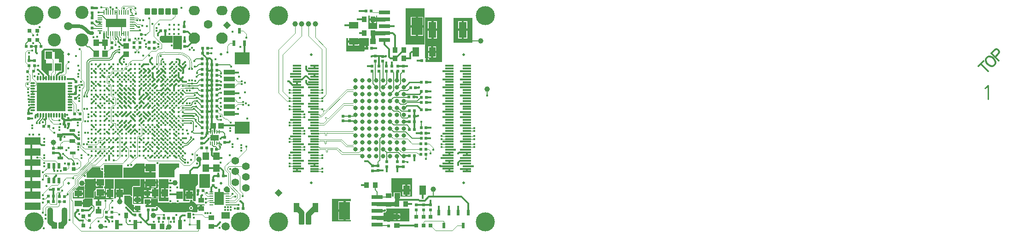
<source format=gtl>
G04 Layer_Physical_Order=1*
G04 Layer_Color=255*
%FSAX44Y44*%
%MOMM*%
G71*
G01*
G75*
%ADD10C,0.1400*%
%ADD11C,0.1250*%
%ADD12C,0.6500*%
%ADD13C,0.3000*%
%ADD14R,1.2000X1.4000*%
%ADD15R,0.6000X1.1000*%
%ADD16R,1.0500X0.6500*%
%ADD17R,1.0500X0.5500*%
%ADD18R,0.6000X1.0000*%
%ADD19R,2.0500X0.6500*%
%ADD20R,2.0500X3.2000*%
%ADD21R,1.8000X2.4000*%
%ADD22R,0.7500X0.2000*%
%ADD23R,0.2000X0.7000*%
%ADD24R,1.6000X1.0000*%
%ADD25R,0.9000X0.5000*%
%ADD26R,1.5000X0.3000*%
%ADD27R,0.9000X1.0000*%
%ADD28R,0.6200X0.5800*%
%ADD29R,5.3000X5.3000*%
%ADD30O,0.8500X0.3000*%
%ADD31O,0.3000X0.8500*%
%ADD32O,0.8500X0.2000*%
%ADD33R,3.7000X1.6500*%
%ADD34O,0.2000X0.8500*%
%ADD35R,0.8000X1.7000*%
%ADD36R,0.8000X1.1000*%
%ADD37R,1.1000X1.2000*%
%ADD38R,3.0000X1.4000*%
%ADD39R,3.0000X1.3000*%
%ADD40R,0.8000X0.8000*%
%ADD41R,1.0000X1.0000*%
%ADD42R,1.4500X3.0000*%
%ADD43R,1.0000X1.7500*%
%ADD44R,1.9000X1.4500*%
%ADD45R,1.1500X1.8000*%
%ADD46R,1.1500X1.4500*%
%ADD47R,1.0000X0.9500*%
%ADD48R,0.9500X1.0000*%
%ADD49R,0.6200X0.6200*%
%ADD50C,1.0000*%
%ADD51C,0.4500*%
%ADD52R,2.0000X0.9000*%
%ADD53P,1.4142X4X360.0*%
%ADD54R,1.0000X0.9000*%
%ADD55R,0.6200X0.6200*%
%ADD56R,1.0000X1.0000*%
%ADD57R,0.5800X0.6200*%
%ADD58R,1.0000X0.6000*%
%ADD59R,0.8000X0.8000*%
%ADD60R,1.4500X1.1000*%
%ADD61R,1.4500X1.1500*%
%ADD62R,1.8000X1.1500*%
%ADD63R,1.0000X0.9500*%
%ADD64C,0.6000*%
%ADD65C,0.1000*%
%ADD66C,0.2000*%
%ADD67C,0.3048*%
%ADD68C,0.2500*%
%ADD69C,0.1500*%
%ADD70C,0.1800*%
%ADD71C,0.2032*%
%ADD72C,0.3500*%
%ADD73C,0.4000*%
%ADD74C,0.5000*%
%ADD75C,0.7620*%
%ADD76C,0.2540*%
%ADD77C,1.0000*%
%ADD78C,0.8000*%
%ADD79C,0.4290*%
%ADD80C,0.5000*%
G04:AMPARAMS|DCode=81|XSize=1.05mm|YSize=1.25mm|CornerRadius=0.2625mm|HoleSize=0mm|Usage=FLASHONLY|Rotation=180.000|XOffset=0mm|YOffset=0mm|HoleType=Round|Shape=RoundedRectangle|*
%AMROUNDEDRECTD81*
21,1,1.0500,0.7250,0,0,180.0*
21,1,0.5250,1.2500,0,0,180.0*
1,1,0.5250,-0.2625,0.3625*
1,1,0.5250,0.2625,0.3625*
1,1,0.5250,0.2625,-0.3625*
1,1,0.5250,-0.2625,-0.3625*
%
%ADD81ROUNDEDRECTD81*%
%ADD82C,1.4000*%
%ADD83C,1.5000*%
%ADD84R,1.5000X1.3000*%
%ADD85C,0.8000*%
%ADD86C,2.4000*%
%ADD87C,1.6000*%
%ADD88C,2.1000*%
%ADD89O,2.1000X1.7000*%
%ADD90R,2.8000X2.2000*%
%ADD91C,3.5000*%
%ADD92C,0.4000*%
G36*
X00597750Y00361500D02*
X00597750Y00338832D01*
X00597410Y00338323D01*
X00597196Y00337250D01*
Y00336250D01*
X00578000Y00336250D01*
X00578000Y00360602D01*
X00578898Y00361500D01*
X00597750Y00361500D01*
D02*
G37*
G36*
X00396279Y00372730D02*
X00396203Y00372616D01*
X00395931Y00371250D01*
X00396203Y00369884D01*
X00396977Y00368727D01*
X00398134Y00367953D01*
X00399500Y00367681D01*
X00400230Y00367827D01*
X00401500Y00366966D01*
Y00355250D01*
X00371544Y00355250D01*
X00370970Y00356520D01*
X00371047Y00356634D01*
X00371319Y00358000D01*
X00371047Y00359366D01*
X00370678Y00359917D01*
Y00363428D01*
X00381250Y00374000D01*
X00395601D01*
X00396279Y00372730D01*
D02*
G37*
G36*
X00633750Y00335500D02*
Y00329000D01*
X00626250D01*
X00623250Y00332000D01*
X00623250Y00335250D01*
X00626500Y00338500D01*
X00630750D01*
X00633750Y00335500D01*
D02*
G37*
G36*
X00420750Y00334500D02*
X00415750D01*
Y00326000D01*
Y00317500D01*
X00419761D01*
X00420639Y00316582D01*
X00420623Y00316230D01*
X00419742Y00315633D01*
X00419480Y00315574D01*
X00418250Y00315819D01*
X00416884Y00315547D01*
X00416440Y00315250D01*
X00407560D01*
X00407116Y00315547D01*
X00405750Y00315819D01*
X00404384Y00315547D01*
X00403940Y00315250D01*
X00383750D01*
Y00316647D01*
X00384250D01*
X00385207Y00317043D01*
X00385603Y00318000D01*
Y00329930D01*
X00386260Y00330453D01*
X00387500Y00329902D01*
Y00321250D01*
X00394000D01*
Y00328250D01*
X00396000D01*
Y00330250D01*
X00404500D01*
Y00335250D01*
X00403250D01*
Y00339250D01*
X00404500D01*
Y00352750D01*
X00420750D01*
Y00334500D01*
D02*
G37*
G36*
X00468691Y00339603D02*
X00456400Y00339603D01*
X00455443Y00339207D01*
X00455047Y00338250D01*
Y00335500D01*
X00454750D01*
Y00321852D01*
X00453577Y00321365D01*
X00451948Y00322994D01*
X00450991Y00323391D01*
X00440285Y00323390D01*
X00440020Y00323280D01*
X00438870Y00324000D01*
X00431750D01*
X00424750D01*
Y00317500D01*
X00423687Y00317000D01*
X00421817D01*
X00421809Y00317020D01*
X00421637Y00317494D01*
X00421623Y00317501D01*
X00421617Y00317517D01*
X00421500Y00317639D01*
Y00333458D01*
X00421707Y00333543D01*
X00422103Y00334500D01*
Y00352750D01*
X00468691D01*
Y00339603D01*
D02*
G37*
G36*
X00329383Y00586367D02*
X00328988Y00585415D01*
X00328670Y00583000D01*
X00328988Y00580585D01*
X00329750Y00578746D01*
Y00551000D01*
X00326000Y00547250D01*
X00321750D01*
X00318500Y00544000D01*
X00316659Y00544000D01*
X00316173Y00545173D01*
X00320250Y00549250D01*
Y00550750D01*
X00325250D01*
Y00567250D01*
X00320250D01*
X00320250Y00579500D01*
X00313000Y00586750D01*
X00308250D01*
Y00589250D01*
X00293750D01*
Y00572750D01*
X00296000D01*
Y00558500D01*
X00301000Y00553500D01*
X00301000Y00543250D01*
X00299250D01*
X00287750Y00554750D01*
X00287750Y00588250D01*
X00292250Y00592750D01*
X00323000D01*
X00329383Y00586367D01*
D02*
G37*
G36*
X01024250Y00568210D02*
X01000850Y00568210D01*
Y00568710D01*
X00996500D01*
Y00570710D01*
X00994500D01*
Y00575060D01*
X00993250D01*
X00993250Y00650210D01*
X01024250D01*
X01024250Y00568210D01*
D02*
G37*
G36*
X00540609Y00373750D02*
X00536609D01*
X00532609Y00369750D01*
Y00355500D01*
X00504000D01*
Y00379816D01*
X00504547Y00380634D01*
X00504719Y00381500D01*
X00540609D01*
Y00373750D01*
D02*
G37*
G36*
X00477500Y00375750D02*
X00488250D01*
Y00373750D01*
X00490250D01*
Y00365250D01*
X00498000D01*
Y00355250D01*
X00439744Y00355250D01*
X00438849Y00356150D01*
X00438944Y00373750D01*
X00454000D01*
X00461750Y00381500D01*
X00477500D01*
Y00375750D01*
D02*
G37*
G36*
X00437150Y00355250D02*
X00403250D01*
Y00357564D01*
X00403297Y00357634D01*
X00403569Y00359000D01*
X00403297Y00360366D01*
X00403250Y00360436D01*
Y00362814D01*
X00403297Y00362884D01*
X00403569Y00364250D01*
X00403297Y00365616D01*
X00403250Y00365686D01*
Y00379000D01*
X00437150D01*
Y00355250D01*
D02*
G37*
G36*
X00969013Y00319960D02*
X00948250Y00319960D01*
Y00328210D01*
X00935750D01*
Y00319960D01*
X00932500D01*
Y00327960D01*
X00931000D01*
X00931000Y00353960D01*
X00969013Y00353960D01*
X00969013Y00319960D01*
D02*
G37*
G36*
X00455047Y00317982D02*
X00455047Y00306600D01*
X00455443Y00305643D01*
X00456400Y00305247D01*
X00456991D01*
X00458200Y00305100D01*
Y00301100D01*
X00464450D01*
Y00299100D01*
X00466450D01*
Y00293100D01*
X00470000D01*
Y00291600D01*
X00457000D01*
X00440285Y00308314D01*
Y00322037D01*
X00450991Y00322038D01*
X00455047Y00317982D01*
D02*
G37*
G36*
X00576000Y00360000D02*
Y00342750D01*
X00571250Y00338000D01*
Y00335350D01*
X00571150D01*
Y00326650D01*
X00571250D01*
X00571250Y00311850D01*
X00567133D01*
X00566969Y00312050D01*
X00566716Y00313319D01*
X00566500Y00314500D01*
X00566500Y00314500D01*
X00566500Y00314500D01*
Y00321000D01*
X00559500D01*
X00552500D01*
Y00314500D01*
X00559524D01*
X00559598Y00314361D01*
X00560066Y00313230D01*
X00559831Y00312050D01*
X00559667Y00311850D01*
X00548750Y00311850D01*
Y00334750D01*
X00542000D01*
X00542000Y00361500D01*
X00571250Y00361500D01*
X00574500D01*
X00576000Y00360000D01*
D02*
G37*
G36*
X00502250Y00315647D02*
Y00309500D01*
X00522667D01*
X00523784Y00308753D01*
X00525150Y00308481D01*
X00526516Y00308753D01*
X00527634Y00309500D01*
X00535566Y00309500D01*
X00536684Y00308753D01*
X00538050Y00308481D01*
X00539416Y00308753D01*
X00540533Y00309500D01*
X00560250D01*
Y00310738D01*
X00560624Y00310893D01*
X00560651Y00310958D01*
X00560713Y00310992D01*
X00560877Y00311192D01*
X00560974Y00311510D01*
X00561158Y00311786D01*
X00561393Y00312966D01*
X00561341Y00313230D01*
X00561473Y00313982D01*
X00561819Y00314500D01*
X00564250D01*
X00565320Y00313430D01*
X00565385Y00313076D01*
X00565391Y00313067D01*
X00565389Y00313055D01*
X00565642Y00311786D01*
X00565826Y00311510D01*
X00565923Y00311192D01*
X00566087Y00310992D01*
X00566149Y00310958D01*
X00566176Y00310893D01*
X00566598Y00310719D01*
X00567000Y00310503D01*
X00567068Y00310524D01*
X00567133Y00310497D01*
X00568253D01*
X00572550Y00306200D01*
X00587511D01*
X00588121Y00305332D01*
X00587300Y00304500D01*
X00583250D01*
Y00298500D01*
X00581250D01*
Y00296500D01*
X00575000D01*
Y00292870D01*
X00574107Y00291600D01*
X00565000D01*
Y00292000D01*
X00554500D01*
Y00291600D01*
X00545000Y00291600D01*
X00512780D01*
X00503780Y00300600D01*
X00503270D01*
X00503247Y00300716D01*
X00502473Y00301873D01*
X00501316Y00302647D01*
X00499950Y00302919D01*
X00498584Y00302647D01*
X00497427Y00301873D01*
X00496653Y00300716D01*
X00496630Y00300600D01*
X00478982D01*
Y00304750D01*
X00481000D01*
Y00310750D01*
X00483000D01*
Y00312750D01*
X00489250D01*
Y00315647D01*
X00502250D01*
D02*
G37*
G36*
X00856500Y00311523D02*
X00847255D01*
Y00294273D01*
Y00277023D01*
X00856500D01*
Y00274210D01*
X00822000D01*
Y00315960D01*
X00856500D01*
Y00311523D01*
D02*
G37*
G36*
X00964000Y00298460D02*
Y00274460D01*
X00917000Y00274460D01*
Y00290206D01*
X00917149Y00290418D01*
X00918270Y00291139D01*
X00919095Y00290974D01*
X00920461Y00291246D01*
X00921619Y00292020D01*
X00922392Y00293177D01*
X00922664Y00294543D01*
X00922392Y00295909D01*
X00921619Y00297066D01*
X00921434Y00297190D01*
X00921819Y00298460D01*
X00964000Y00298460D01*
D02*
G37*
G36*
X00387500Y00348250D02*
X00396000D01*
Y00346250D01*
X00398000D01*
Y00339250D01*
X00401500D01*
Y00335250D01*
X00387500D01*
Y00333952D01*
X00384250Y00330703D01*
Y00318000D01*
X00367750D01*
Y00332173D01*
X00367797Y00332243D01*
X00368069Y00333609D01*
X00367797Y00334975D01*
X00367750Y00335045D01*
Y00341982D01*
X00368137Y00342561D01*
X00368623Y00345000D01*
X00368137Y00347439D01*
X00367750Y00348018D01*
Y00352750D01*
X00387500D01*
Y00348250D01*
D02*
G37*
G36*
X00359811Y00339113D02*
X00362250Y00338628D01*
X00364689Y00339113D01*
X00365127Y00339406D01*
X00366397Y00338767D01*
Y00335045D01*
X00366491Y00334818D01*
X00366470Y00334711D01*
X00366689Y00333609D01*
X00366470Y00332507D01*
X00366491Y00332401D01*
X00366397Y00332173D01*
Y00318000D01*
X00366492Y00317770D01*
X00365677Y00316500D01*
X00345250Y00316500D01*
X00345250Y00327696D01*
X00345730Y00328060D01*
X00347000Y00327430D01*
Y00319000D01*
X00353500D01*
Y00325750D01*
Y00332500D01*
X00351208D01*
X00350722Y00333673D01*
X00356512Y00339463D01*
X00356609Y00339609D01*
X00356750Y00339750D01*
X00358857D01*
X00359811Y00339113D01*
D02*
G37*
G36*
X00477500Y00352750D02*
Y00347750D01*
X00499000D01*
Y00352750D01*
X00501147D01*
X00501353Y00352613D01*
X00502091Y00351480D01*
X00501931Y00350679D01*
X00502203Y00349314D01*
X00502500Y00348869D01*
Y00345810D01*
X00502203Y00345366D01*
X00501931Y00344000D01*
X00502203Y00342634D01*
X00502500Y00342190D01*
Y00338909D01*
X00502351Y00338686D01*
X00502080Y00337321D01*
X00502140Y00337020D01*
X00501097Y00335750D01*
X00498750D01*
Y00327250D01*
Y00318750D01*
X00502500D01*
Y00317000D01*
X00476000Y00317000D01*
Y00306600D01*
X00456400D01*
X00456400Y00319229D01*
X00456400Y00338250D01*
X00470044Y00338250D01*
Y00352750D01*
X00477500D01*
D02*
G37*
G36*
X00521150Y00335750D02*
X00516750D01*
Y00327250D01*
Y00318750D01*
X00521150D01*
Y00312450D01*
Y00312100D01*
X00503650D01*
Y00316510D01*
X00503853Y00317000D01*
Y00318750D01*
X00503750Y00318999D01*
Y00335750D01*
X00503650D01*
Y00337100D01*
Y00338280D01*
X00503678Y00338422D01*
X00503678Y00338424D01*
X00503702Y00338544D01*
X00503853Y00338909D01*
Y00342190D01*
X00503702Y00342555D01*
X00503650Y00342816D01*
Y00345184D01*
X00503702Y00345445D01*
X00503853Y00345810D01*
Y00348869D01*
X00503702Y00349234D01*
X00503650Y00349495D01*
Y00352750D01*
X00521150D01*
Y00335750D01*
D02*
G37*
G36*
X00367750Y00316647D02*
X00381961D01*
X00381961Y00304261D01*
X00380691Y00303241D01*
X00380300Y00303319D01*
X00378934Y00303047D01*
X00377777Y00302273D01*
X00377003Y00301116D01*
X00376881Y00300500D01*
X00365063D01*
X00364000Y00301000D01*
Y00305750D01*
X00355500D01*
Y00309750D01*
X00364000D01*
Y00314500D01*
X00365002Y00315147D01*
X00365677D01*
X00365817Y00315205D01*
X00365965Y00315178D01*
X00366280Y00315397D01*
X00366634Y00315543D01*
X00366692Y00315683D01*
X00366816Y00315769D01*
X00367445Y00316749D01*
X00367504D01*
X00367750Y00316647D01*
D02*
G37*
G36*
X01080000Y00603960D02*
X01046000D01*
Y00649960D01*
X01080000D01*
Y00603960D01*
D02*
G37*
G36*
X00890219Y00597773D02*
X00888219D01*
Y00593423D01*
X00886219D01*
Y00591423D01*
X00881869D01*
Y00589073D01*
X00880975Y00588173D01*
X00848469D01*
Y00612673D01*
X00851719D01*
Y00608173D01*
X00872219D01*
Y00612673D01*
X00890219D01*
Y00597773D01*
D02*
G37*
G36*
X00992250Y00651062D02*
X00991897Y00650210D01*
X00991897Y00600710D01*
X00957750D01*
Y00667210D01*
X00992250D01*
Y00651062D01*
D02*
G37*
G36*
X00904719Y00629673D02*
X00889219Y00629673D01*
Y00638923D01*
Y00654173D01*
X00891170D01*
X00891219Y00652923D01*
X00891219Y00652903D01*
Y00648673D01*
X00903219D01*
Y00652903D01*
X00903219Y00652923D01*
X00903267Y00654173D01*
X00904719D01*
X00904719Y00629673D01*
D02*
G37*
G36*
X00545750Y00592317D02*
X00544480Y00591354D01*
X00540653Y00591655D01*
X00540500Y00591685D01*
X00530250D01*
Y00603751D01*
X00530353Y00604000D01*
Y00616404D01*
X00531623Y00616482D01*
X00531875Y00616431D01*
X00532220Y00616500D01*
X00539905D01*
X00540250Y00616431D01*
X00540595Y00616500D01*
X00545750D01*
Y00592317D01*
D02*
G37*
G36*
X00529000Y00604000D02*
X00510250Y00604000D01*
X00505750Y00608500D01*
Y00614750D01*
X00507500Y00616500D01*
X00529000D01*
Y00604000D01*
D02*
G37*
%LPC*%
G36*
X00411750Y00324000D02*
X00406750D01*
Y00317500D01*
X00411750D01*
Y00324000D01*
D02*
G37*
G36*
X00404500Y00326250D02*
X00398000D01*
Y00321250D01*
X00404500D01*
Y00326250D01*
D02*
G37*
G36*
X00411750Y00334500D02*
X00406750D01*
Y00328000D01*
X00411750D01*
Y00334500D01*
D02*
G37*
G36*
X00438750D02*
X00433750D01*
Y00328000D01*
X00438750D01*
Y00334500D01*
D02*
G37*
G36*
X00429750D02*
X00424750D01*
Y00328000D01*
X00429750D01*
Y00334500D01*
D02*
G37*
G36*
X01005000Y00643960D02*
X00998500D01*
Y00629710D01*
X01005000D01*
Y00643960D01*
D02*
G37*
G36*
X01015500D02*
X01009000D01*
Y00629710D01*
X01015500D01*
Y00643960D01*
D02*
G37*
G36*
X01005000Y00625710D02*
X00998500D01*
Y00611460D01*
X01005000D01*
Y00625710D01*
D02*
G37*
G36*
X01015500D02*
X01009000D01*
Y00611460D01*
X01015500D01*
Y00625710D01*
D02*
G37*
G36*
X01013250Y00597210D02*
X01008250D01*
Y00588960D01*
X01013250D01*
Y00597210D01*
D02*
G37*
G36*
X01004250D02*
X00999250D01*
Y00588960D01*
X01004250D01*
Y00597210D01*
D02*
G37*
G36*
X01000850Y00575060D02*
X00998500D01*
Y00572710D01*
X01000850D01*
Y00575060D01*
D02*
G37*
G36*
X01004250Y00584960D02*
X00999250D01*
Y00576710D01*
X01004250D01*
Y00584960D01*
D02*
G37*
G36*
X01013250D02*
X01008250D01*
Y00576710D01*
X01013250D01*
Y00584960D01*
D02*
G37*
G36*
X00486250Y00371750D02*
X00477500D01*
Y00365250D01*
X00486250D01*
Y00371750D01*
D02*
G37*
G36*
X00966000Y00342210D02*
X00961000D01*
Y00333960D01*
X00966000D01*
Y00342210D01*
D02*
G37*
G36*
Y00329960D02*
X00961000D01*
Y00321710D01*
X00966000D01*
Y00329960D01*
D02*
G37*
G36*
X00957000D02*
X00952000D01*
Y00321710D01*
X00957000D01*
Y00329960D01*
D02*
G37*
G36*
Y00342210D02*
X00952000D01*
Y00333960D01*
X00957000D01*
Y00342210D01*
D02*
G37*
G36*
X00462450Y00297100D02*
X00458200D01*
Y00293100D01*
X00462450D01*
Y00297100D01*
D02*
G37*
G36*
X00557500Y00331500D02*
X00552500D01*
Y00325000D01*
X00557500D01*
Y00331500D01*
D02*
G37*
G36*
X00566500D02*
X00561500D01*
Y00325000D01*
X00566500D01*
Y00331500D01*
D02*
G37*
G36*
X00579250Y00304500D02*
X00575000D01*
Y00300500D01*
X00579250D01*
Y00304500D01*
D02*
G37*
G36*
X00489250Y00308750D02*
X00485000D01*
Y00304750D01*
X00489250D01*
Y00308750D01*
D02*
G37*
G36*
X00563250Y00302919D02*
X00561884Y00302647D01*
X00560727Y00301873D01*
X00559953Y00300716D01*
X00559681Y00299350D01*
X00559953Y00297984D01*
X00560727Y00296827D01*
X00561884Y00296053D01*
X00563250Y00295781D01*
X00564616Y00296053D01*
X00565773Y00296827D01*
X00566547Y00297984D01*
X00566819Y00299350D01*
X00566547Y00300716D01*
X00565773Y00301873D01*
X00564616Y00302647D01*
X00563250Y00302919D01*
D02*
G37*
G36*
X00843255Y00292273D02*
X00833755D01*
Y00277023D01*
X00843255D01*
Y00292273D01*
D02*
G37*
G36*
Y00311523D02*
X00833755D01*
Y00296273D01*
X00843255D01*
Y00311523D01*
D02*
G37*
G36*
X00947750Y00288710D02*
X00943500D01*
Y00284710D01*
X00947750D01*
Y00288710D01*
D02*
G37*
G36*
X00939500D02*
X00935250D01*
Y00284710D01*
X00939500D01*
Y00288710D01*
D02*
G37*
G36*
Y00280710D02*
X00935250D01*
Y00276710D01*
X00939500D01*
Y00280710D01*
D02*
G37*
G36*
X00947750D02*
X00943500D01*
Y00276710D01*
X00947750D01*
Y00280710D01*
D02*
G37*
G36*
X00394000Y00344250D02*
X00387500D01*
Y00339250D01*
X00394000D01*
Y00344250D01*
D02*
G37*
G36*
X00364000Y00323750D02*
X00357500D01*
Y00319000D01*
X00364000D01*
Y00323750D01*
D02*
G37*
G36*
Y00332500D02*
X00357500D01*
Y00327750D01*
X00364000D01*
Y00332500D01*
D02*
G37*
G36*
X00470700Y00320100D02*
X00466450D01*
Y00316100D01*
X00470700D01*
Y00317000D01*
Y00320100D01*
D02*
G37*
G36*
X00462450D02*
X00458200D01*
Y00316100D01*
X00462450D01*
Y00320100D01*
D02*
G37*
G36*
X00481000Y00323750D02*
X00476750D01*
Y00319750D01*
X00481000D01*
Y00323750D01*
D02*
G37*
G36*
X00494750Y00335750D02*
X00489750D01*
Y00332813D01*
X00489250Y00331750D01*
X00488480Y00331750D01*
X00485000D01*
Y00325750D01*
Y00319750D01*
X00489098D01*
X00489750Y00318750D01*
X00489902Y00318750D01*
X00494750D01*
Y00327250D01*
Y00335750D01*
D02*
G37*
G36*
X00470700Y00312100D02*
X00466450D01*
Y00308100D01*
X00470700D01*
Y00312100D01*
D02*
G37*
G36*
X00462450D02*
X00458200D01*
Y00308100D01*
X00462450D01*
Y00312100D01*
D02*
G37*
G36*
X00486250Y00343750D02*
X00477500D01*
Y00337250D01*
X00486250D01*
Y00343750D01*
D02*
G37*
G36*
X00499000D02*
X00490250D01*
Y00337250D01*
X00499000D01*
Y00343750D01*
D02*
G37*
G36*
X00481000Y00331750D02*
X00476750D01*
Y00327750D01*
X00481000D01*
Y00331750D01*
D02*
G37*
G36*
X00512750Y00325250D02*
X00507750D01*
Y00318750D01*
X00512750D01*
Y00325250D01*
D02*
G37*
G36*
Y00335750D02*
X00507750D01*
Y00329250D01*
X00512750D01*
Y00335750D01*
D02*
G37*
G36*
X01071000Y00643960D02*
X01064500D01*
Y00629710D01*
X01071000D01*
Y00643960D01*
D02*
G37*
G36*
X01060500D02*
X01054000D01*
Y00629710D01*
X01060500D01*
Y00643960D01*
D02*
G37*
G36*
X01071000Y00625710D02*
X01064500D01*
Y00611460D01*
X01071000D01*
Y00625710D01*
D02*
G37*
G36*
X01060500D02*
X01054000D01*
Y00611460D01*
X01060500D01*
Y00625710D01*
D02*
G37*
G36*
X00872219Y00604173D02*
X00863969D01*
Y00599173D01*
X00872219D01*
Y00604173D01*
D02*
G37*
G36*
X00884219Y00597773D02*
X00881869D01*
Y00595423D01*
X00884219D01*
Y00597773D01*
D02*
G37*
G36*
X00859969Y00604173D02*
X00851719D01*
Y00599173D01*
X00859969D01*
Y00604173D01*
D02*
G37*
G36*
X00976500Y00651460D02*
X00967000D01*
Y00636210D01*
X00976500D01*
Y00651460D01*
D02*
G37*
G36*
X00990000Y00632210D02*
X00980500D01*
Y00616960D01*
X00990000D01*
Y00632210D01*
D02*
G37*
G36*
Y00651460D02*
X00980500D01*
Y00636210D01*
X00990000D01*
Y00651460D01*
D02*
G37*
G36*
X00976500Y00632210D02*
X00967000D01*
Y00616960D01*
X00976500D01*
Y00632210D01*
D02*
G37*
G36*
X00903219Y00644673D02*
X00899219D01*
Y00640423D01*
X00903219D01*
Y00644673D01*
D02*
G37*
G36*
X00895219D02*
X00891219D01*
Y00640423D01*
X00895219D01*
Y00644673D01*
D02*
G37*
%LPD*%
D10*
X00563288Y00427350D02*
G03*
X00563055Y00426787I00000563J-00000563D01*
G01*
X00553000Y00417695D02*
G03*
X00555041Y00418540I00000000J00002886D01*
G01*
X00548691Y00419295D02*
G03*
X00552554Y00417695I00003863J00003863D01*
G01*
X00553000Y00414295D02*
G03*
X00557445Y00416136I00000000J00006286D01*
G01*
X00552554Y00414295D02*
G03*
X00548691Y00412695I00000000J-00005463D01*
G01*
X00265302Y00489250D02*
G03*
X00265000Y00489125I00000000J-00000427D01*
G01*
X00265001Y00494374D02*
G03*
X00265302Y00494250I00000301J00000303D01*
G01*
X00265000Y00494375D02*
G03*
X00265001Y00494374I00000302J00000302D01*
G01*
X00426250Y00590106D02*
G03*
X00422917Y00588726I00000000J-00004713D01*
G01*
X00415259Y00576509D02*
G03*
X00416600Y00579750I-00003246J00003241D01*
G01*
X00415257Y00576507D02*
G03*
X00415259Y00576509I-00003244J00003243D01*
G01*
X00414249Y00575499D02*
G03*
X00414250Y00575500I-00001809J00001812D01*
G01*
X00412439Y00574750D02*
G03*
X00414249Y00575499I00000000J00002560D01*
G01*
X00381320Y00574750D02*
G03*
X00373846Y00571654I00000000J-00010570D01*
G01*
D02*
G03*
X00371350Y00565629I00006025J-00006025D01*
G01*
X00370250Y00514250D02*
G03*
X00371350Y00516906I-00002656J00002656D01*
G01*
X00370250Y00514250D02*
G03*
X00367600Y00507852I00006398J-00006398D01*
G01*
X00426250Y00586706D02*
G03*
X00425324Y00586324I00000000J-00001313D01*
G01*
D02*
G03*
X00425322Y00586322I00000926J-00000931D01*
G01*
X00420884Y00581884D02*
G03*
X00420000Y00579750I00002134J-00002134D01*
G01*
X00417661Y00574102D02*
G03*
X00420000Y00579750I-00005648J00005648D01*
G01*
X00412439Y00571350D02*
G03*
X00416654Y00573096I00000000J00005961D01*
G01*
X00381320Y00571350D02*
G03*
X00376250Y00569250I00000000J-00007170D01*
G01*
D02*
G03*
X00374750Y00565629I00003621J-00003621D01*
G01*
X00372654Y00511846D02*
G03*
X00371000Y00507852I00003993J-00003993D01*
G01*
X00418480Y00584288D02*
G03*
X00416600Y00579750I00004538J-00004538D01*
G01*
X00372654Y00511846D02*
G03*
X00374750Y00516906I-00005060J00005060D01*
G01*
X00563288Y00427350D02*
Y00429712D01*
X00563055Y00426555D02*
Y00426787D01*
X00555041Y00418540D02*
X00563055Y00426555D01*
X00552554Y00417695D02*
X00553000D01*
X00557445Y00416136D02*
X00567154Y00425846D01*
X00552554Y00414295D02*
X00553000D01*
X00547991Y00411995D02*
X00548691Y00412695D01*
X00265302Y00489250D02*
X00271500D01*
X00265302Y00494250D02*
X00271500D01*
X00426250Y00590106D02*
X00430325D01*
X00418480Y00584288D02*
X00422917Y00588726D01*
X00415257Y00576507D02*
X00415259Y00576509D01*
X00415257Y00576507D02*
X00415259Y00576509D01*
X00414250Y00575500D02*
X00415257Y00576507D01*
X00414249Y00575499D02*
X00414250Y00575500D01*
X00414249Y00575499D02*
X00414250Y00575500D01*
X00381320Y00574750D02*
X00412439D01*
X00371350Y00516906D02*
Y00565629D01*
X00367600Y00506165D02*
Y00507852D01*
X00426250Y00586706D02*
X00430325D01*
X00425322Y00586322D02*
X00425324Y00586324D01*
X00425322Y00586322D02*
X00425324Y00586324D01*
X00420884Y00581884D02*
X00425322Y00586322D01*
X00416654Y00573096D02*
X00417661Y00574102D01*
X00381320Y00571350D02*
X00412439D01*
X00374750Y00516906D02*
Y00565629D01*
X00371000Y00505468D02*
Y00507852D01*
X00523991Y00411995D02*
X00527991Y00407995D01*
X00487991Y00415995D02*
X00491991Y00411995D01*
X00487991Y00407995D02*
X00491991Y00403995D01*
X00503991Y00399995D02*
X00507991Y00403995D01*
X00495992Y00399995D02*
X00499991Y00403995D01*
X00507991Y00419995D02*
X00511991Y00415995D01*
X00515991Y00411995D02*
X00519991Y00407995D01*
X00531991Y00403995D02*
X00535991Y00399995D01*
X00523991Y00403995D02*
X00527991Y00399995D01*
X00519991Y00391995D02*
X00523991Y00395995D01*
X00495992Y00391995D02*
X00499991Y00395995D01*
X00503992Y00391995D02*
X00507991Y00395995D01*
X00511992Y00391995D02*
X00515991Y00395995D01*
X00547991Y00403995D02*
X00551991Y00399995D01*
X00539991Y00403995D02*
X00543991Y00399995D01*
X00539991Y00419995D02*
X00543991Y00415995D01*
X00499991Y00443995D02*
X00503991Y00439995D01*
X00531991Y00411995D02*
X00535991Y00407995D01*
X00507991Y00411995D02*
X00511991Y00407995D01*
X00515991Y00427995D02*
X00519991Y00423995D01*
X00515991Y00531995D02*
X00519991Y00535995D01*
X00515991Y00523995D02*
X00519991Y00527995D01*
X00483991Y00531995D02*
X00487991Y00535995D01*
X00483991Y00523995D02*
X00487991Y00527995D01*
X00491991Y00443995D02*
X00495991Y00439995D01*
X00491991Y00427995D02*
X00495991Y00423995D01*
X00499991Y00427995D02*
X00503991Y00423995D01*
X00491991Y00419995D02*
X00495991Y00415995D01*
X00507991Y00435995D02*
X00511991Y00431995D01*
X00507991Y00443995D02*
X00511991Y00439995D01*
X00515991Y00435995D02*
X00519991Y00431995D01*
X00515991Y00419995D02*
X00519991Y00415995D01*
X00499991Y00419995D02*
X00503991Y00415995D01*
X00523991Y00451995D02*
X00527991Y00447995D01*
X00531991Y00451995D02*
X00535991Y00447995D01*
X00499991Y00435995D02*
X00503991Y00431995D01*
X00531991Y00419995D02*
X00535991Y00415995D01*
X00539991Y00427995D02*
X00543991Y00423995D01*
X00285300Y00469050D02*
X00286000Y00469750D01*
X00285300Y00463800D02*
Y00469050D01*
X00279524Y00458024D02*
X00285300Y00463800D01*
X00290300Y00469050D02*
X00291000Y00469750D01*
X00290300Y00464886D02*
Y00469050D01*
X00289300Y00463886D02*
X00290300Y00464886D01*
X00289300Y00462992D02*
Y00463886D01*
X00284774Y00458466D02*
X00289300Y00462992D01*
X00284774Y00456000D02*
Y00458466D01*
X00279524Y00456000D02*
Y00458024D01*
X00547991Y00419995D02*
X00548691Y00419295D01*
X00539991Y00395995D02*
X00542291Y00393695D01*
X00545691Y00393695D02*
X00547991Y00395995D01*
X00545691Y00392283D02*
Y00393695D01*
X00542291Y00390874D02*
Y00393695D01*
X00551664Y00382750D02*
X00552000D01*
X00542291Y00390874D02*
X00547891Y00385275D01*
X00549033D01*
X00549708Y00384600D01*
X00549814D01*
X00551664Y00382750D01*
X00546974Y00391000D02*
X00549299Y00388675D01*
X00551325D01*
X00552000Y00388000D01*
X00430325Y00586706D02*
X00431250Y00585781D01*
X00430325Y00590106D02*
X00431250Y00591031D01*
X00371000Y00505468D02*
X00371577Y00504891D01*
X00366327D02*
X00367600Y00506165D01*
D11*
X00563536Y00567300D02*
G03*
X00559586Y00576836I-00013486J00000000D01*
G01*
X00514750Y00586450D02*
G03*
X00515250Y00585950I00000500J00000000D01*
G01*
X00557523Y00578899D02*
G03*
X00540500Y00585950I-00017023J-00017023D01*
G01*
X00563536Y00558276D02*
G03*
X00564686Y00555500I00003926J00000000D01*
G01*
X00512750Y00586950D02*
G03*
X00512250Y00586450I00000000J-00000500D01*
G01*
X00514750D02*
G03*
X00514250Y00586950I-00000500J00000000D01*
G01*
X00511750Y00585950D02*
G03*
X00512250Y00586450I00000000J00000500D01*
G01*
X00507268Y00585950D02*
G03*
X00502164Y00583836I00000000J-00007218D01*
G01*
D02*
G03*
X00499800Y00578129I00005707J-00005707D01*
G01*
X00560586Y00567300D02*
G03*
X00557500Y00574750I-00010536J00000000D01*
G01*
X00507268Y00583000D02*
G03*
X00504250Y00581750I00000000J-00004268D01*
G01*
X00555437Y00576813D02*
G03*
X00540500Y00583000I-00014937J-00014937D01*
G01*
X00504250Y00581750D02*
G03*
X00502750Y00578129I00003621J-00003621D01*
G01*
X00502462Y00558466D02*
G03*
X00503991Y00562162I-00003701J00003696D01*
G01*
X00502460Y00558463D02*
G03*
X00502462Y00558466I-00003698J00003698D01*
G01*
X00814625Y00407448D02*
G03*
X00813750Y00406573I00000000J-00000875D01*
G01*
X00812875Y00402448D02*
G03*
X00813750Y00403323I00000000J00000875D01*
G01*
X00811250D02*
G03*
X00812125Y00402448I00000875J00000000D01*
G01*
X00811250Y00406573D02*
G03*
X00810375Y00407448I-00000875J00000000D01*
G01*
X00808593Y00478480D02*
G03*
X00809830Y00478480I00000619J00000619D01*
G01*
X00808178Y00478895D02*
G03*
X00806940Y00478895I-00000619J-00000619D01*
G01*
X00806410Y00478365D02*
G03*
X00806410Y00477128I00000619J-00000619D01*
G01*
X00806825Y00475475D02*
G03*
X00806825Y00476713I-00000619J00000619D01*
G01*
X00814033Y00463980D02*
G03*
X00815270Y00463980I00000619J00000619D01*
G01*
X00811735Y00466278D02*
G03*
X00810497Y00466278I-00000619J-00000619D01*
G01*
X00809967Y00465748D02*
G03*
X00809967Y00464511I00000619J-00000619D01*
G01*
X00812265Y00460975D02*
G03*
X00812265Y00462213I-00000619J00000619D01*
G01*
X00811625Y00422450D02*
G03*
X00810750Y00421575I00000000J-00000875D01*
G01*
X00809875Y00417450D02*
G03*
X00810750Y00418325I00000000J00000875D01*
G01*
X00808250D02*
G03*
X00809125Y00417450I00000875J00000000D01*
G01*
X00808250Y00421575D02*
G03*
X00807375Y00422450I-00000875J00000000D01*
G01*
X00813125Y00437437D02*
G03*
X00812250Y00436562I00000000J-00000875D01*
G01*
X00811375Y00432437D02*
G03*
X00812250Y00433312I00000000J00000875D01*
G01*
X00809750D02*
G03*
X00810625Y00432437I00000875J00000000D01*
G01*
X00809750Y00436562D02*
G03*
X00808875Y00437437I-00000875J00000000D01*
G01*
X00559436Y00555500D02*
G03*
X00560586Y00558276I-00002776J00002776D01*
G01*
X00265000Y00489125D02*
X00265125Y00489250D01*
X00265001Y00494374D02*
X00265125Y00494250D01*
X00265000Y00494375D02*
X00265001Y00494374D01*
X00557523Y00578899D02*
X00559586Y00576836D01*
X00563536Y00558276D02*
Y00567300D01*
X00515250Y00585950D02*
X00540500D01*
X00512750Y00586950D02*
X00514250D01*
X00507268Y00585950D02*
X00511750D01*
X00499800Y00565848D02*
Y00578129D01*
X00555437Y00576813D02*
X00557500Y00574750D01*
X00560586Y00558276D02*
Y00567300D01*
X00507268Y00583000D02*
X00540500D01*
X00502750Y00567070D02*
Y00578129D01*
X00502460Y00558463D02*
X00502462Y00558466D01*
X00502460Y00558463D02*
X00502462Y00558466D01*
X00499991Y00555995D02*
X00502460Y00558463D01*
X01070256Y00411458D02*
X01083870D01*
X01070250D02*
X01070256D01*
Y00416460D02*
X01083870D01*
X01070250D02*
X01070256D01*
Y00426458D02*
X01083870D01*
X01070250D02*
X01070256D01*
Y00431460D02*
X01083870D01*
X01070250D02*
X01070256D01*
X00757744Y00391458D02*
X00757750D01*
X00744130D02*
X00757744D01*
Y00396460D02*
X00757750D01*
X00744130D02*
X00757744D01*
X00790256Y00391458D02*
X00803870D01*
X00790250D02*
X00790256D01*
Y00396460D02*
X00803870D01*
X00790250D02*
X00790256D01*
X01037744Y00411458D02*
X01037750D01*
X01024130D02*
X01037744D01*
Y00416460D02*
X01037750D01*
X01024130D02*
X01037744D01*
X00757744Y00421458D02*
X00757750D01*
X00744130D02*
X00757744D01*
Y00426460D02*
X00757750D01*
X00744130D02*
X00757744D01*
X01070256Y00441458D02*
X01083870D01*
X01070250D02*
X01070256D01*
Y00446460D02*
X01083870D01*
X01070250D02*
X01070256D01*
X00744130Y00516460D02*
X00757744D01*
X00632750Y00376000D02*
X00664000D01*
X00560400Y00268750D02*
X00576750D01*
X00491983Y00451991D02*
X00495983Y00447991D01*
X00744130Y00496458D02*
X00757750D01*
X00415995Y00400009D02*
X00419995Y00396009D01*
X00275000Y00561800D02*
X00282950D01*
X00302250Y00445250D02*
Y00449500D01*
X00447000Y00608766D02*
X00450326D01*
X00328250Y00422750D02*
X00347250D01*
X00744130Y00501460D02*
X00757750D01*
X00363908Y00283717D02*
X00371325Y00276300D01*
X00790256Y00511458D02*
X00803870D01*
X00468000Y00451987D02*
X00468005Y00451992D01*
X00578659Y00516000D02*
X00583300D01*
X00894557Y00662354D02*
X00897301Y00659610D01*
X00894302Y00662354D02*
X00894557D01*
X00744130Y00511458D02*
X00757750D01*
X00790250Y00516460D02*
X00803870D01*
X00644204Y00386204D02*
X00664500Y00406500D01*
X00635500Y00386500D02*
X00644204D01*
X00528000Y00504004D02*
X00532000Y00500004D01*
X00351750Y00477918D02*
X00354300Y00475368D01*
X00351750Y00477918D02*
Y00490523D01*
X00343023Y00499250D02*
X00351750Y00490523D01*
X00354300Y00475368D02*
X00354632D01*
X00357000Y00473000D01*
X00340500Y00499250D02*
X00343023D01*
X00339500D02*
X00340500D01*
Y00494250D02*
X00343023D01*
X00339500D02*
X00340500D01*
X00347433Y00473526D02*
X00348709Y00472250D01*
X00343023Y00494250D02*
X00347433Y00489840D01*
Y00473526D02*
Y00489840D01*
X00362452Y00478798D02*
Y00518702D01*
X00407991Y00551995D02*
X00411991Y00547995D01*
X00399991Y00551995D02*
X00403991Y00547995D01*
X00418636Y00552120D02*
X00437597D01*
X00408116Y00530390D02*
Y00541600D01*
X00416116Y00549600D02*
X00418636Y00552120D01*
X00416116Y00545022D02*
Y00549600D01*
X00410386Y00543870D02*
X00414965D01*
X00416116Y00545022D01*
X00408116Y00541600D02*
X00410386Y00543870D01*
X00535991Y00503995D02*
X00539991Y00507995D01*
X00478000Y00619250D02*
X00479250Y00618000D01*
X00471750Y00619250D02*
X00478000D01*
X00273250Y00551000D02*
X00275000Y00552750D01*
X00270750Y00548500D02*
X00273250Y00551000D01*
X00275000Y00552750D02*
Y00561800D01*
X00270750Y00538750D02*
Y00548500D01*
X00264750Y00555750D02*
Y00561800D01*
X00262250Y00553250D02*
X00264750Y00555750D01*
X00262250Y00550250D02*
Y00553250D01*
Y00548500D02*
Y00550250D01*
Y00548500D02*
X00266375Y00544375D01*
Y00532645D02*
Y00544375D01*
X00346250Y00354500D02*
Y00357500D01*
X00348250Y00359500D01*
X00353107D01*
X00387991Y00394385D01*
X00352946Y00362875D02*
X00374250Y00384179D01*
X00294375Y00362875D02*
X00352946D01*
X00335750Y00328500D02*
X00349750Y00342500D01*
X00335750Y00324750D02*
Y00328500D01*
X00339625Y00328625D02*
X00352625Y00341625D01*
Y00351859D01*
X00339625Y00277625D02*
Y00328625D01*
X00349750Y00342500D02*
Y00352520D01*
X00378480Y00381250D01*
X00352625Y00351859D02*
X00379391Y00378625D01*
X00819151Y00407448D02*
X00830762D01*
X00799410D02*
X00807500D01*
X00818750D02*
X00819151D01*
X00816250D02*
X00818750D01*
X00814625D02*
X00816250D01*
X00813750Y00403323D02*
Y00406573D01*
X00812125Y00402448D02*
X00812875D01*
X00811250Y00403323D02*
Y00406573D01*
X00808750Y00407448D02*
X00810375D01*
X00807500D02*
X00808750D01*
X00810780Y00479430D02*
X00848810Y00517460D01*
X00801750Y00470400D02*
X00806560Y00475210D01*
X00809830Y00478480D02*
X00810780Y00479430D01*
X00808178Y00478895D02*
X00808593Y00478480D01*
X00806410Y00478365D02*
X00806940Y00478895D01*
X00806410Y00477128D02*
X00806825Y00476713D01*
X00806560Y00475210D02*
X00806825Y00475475D01*
X00816125Y00464835D02*
X00843200Y00491910D01*
X00806691Y00455401D02*
X00812000Y00460710D01*
X00815270Y00463980D02*
X00816125Y00464835D01*
X00811735Y00466278D02*
X00814033Y00463980D01*
X00809967Y00465748D02*
X00810497Y00466278D01*
X00809967Y00464511D02*
X00812265Y00462213D01*
X00812000Y00460710D02*
X00812265Y00460975D01*
X00812500Y00422450D02*
X00838510D01*
X00799407D02*
X00804500D01*
X00811625D02*
X00812500D01*
X00810750Y00418325D02*
Y00421575D01*
X00809125Y00417450D02*
X00809875D01*
X00808250Y00418325D02*
Y00421575D01*
X00805750Y00422450D02*
X00807375D01*
X00804500D02*
X00805750D01*
X00813500Y00437437D02*
X00861124D01*
X00799542D02*
X00806000D01*
X00813125D02*
X00813500D01*
X00812250Y00433312D02*
Y00436562D01*
X00810625Y00432437D02*
X00811375D01*
X00809750Y00433312D02*
Y00436562D01*
X00807250Y00437437D02*
X00808875D01*
X00806000D02*
X00807250D01*
X00839950Y00398260D02*
X00874900D01*
X00830762Y00407448D02*
X00839950Y00398260D01*
X00798381Y00406419D02*
X00799410Y00407448D01*
X00860650Y00412510D02*
X00865349Y00407811D01*
X00848450Y00412510D02*
X00860650D01*
X00838510Y00422450D02*
X00848450Y00412510D01*
X00798381Y00421424D02*
X00799407Y00422450D01*
X00861124Y00437437D02*
X00865349Y00433211D01*
X00798505Y00436399D02*
X00799542Y00437437D01*
X00860548Y00491910D02*
X00865349Y00496711D01*
X00843200Y00491910D02*
X00860548D01*
X00799406Y00455401D02*
X00806691D01*
X00798381Y00456426D02*
X00799406Y00455401D01*
X00860698Y00517460D02*
X00865349Y00522111D01*
X00848810Y00517460D02*
X00860698D01*
X00799405Y00470400D02*
X00801750D01*
X00798381Y00471424D02*
X00799405Y00470400D01*
X00874900Y00398260D02*
X00878049Y00395111D01*
X00871448Y00401210D02*
X00878049Y00407811D01*
X00841172Y00401210D02*
X00871448D01*
X00831984Y00410398D02*
X00841172Y00401210D01*
X00799410Y00410398D02*
X00831984D01*
X00798381Y00411426D02*
X00799410Y00410398D01*
X00790256Y00411426D02*
X00798381D01*
X00790256Y00406419D02*
X00798381D01*
X00860298Y00415460D02*
X00865349Y00420511D01*
X00849672Y00415460D02*
X00860298D01*
X00839732Y00425400D02*
X00849672Y00415460D01*
X00799407Y00425400D02*
X00839732D01*
X00798381Y00426426D02*
X00799407Y00425400D01*
X00790256Y00426426D02*
X00798381D01*
X00790256Y00421424D02*
X00798381D01*
X00859825Y00440387D02*
X00865349Y00445911D01*
X00799418Y00440387D02*
X00859825D01*
X00798381Y00441424D02*
X00799418Y00440387D01*
X00790256Y00441424D02*
X00798381D01*
X00790380Y00436399D02*
X00798505D01*
X00860400Y00488960D02*
X00865349Y00484011D01*
X00844422Y00488960D02*
X00860400D01*
X00807913Y00452451D02*
X00844422Y00488960D01*
X00799406Y00452451D02*
X00807913D01*
X00790256Y00456426D02*
X00798381D01*
Y00451426D02*
X00799406Y00452451D01*
X00790256Y00451426D02*
X00798381D01*
X00865349Y00509411D02*
Y00509661D01*
X00860500Y00514510D02*
X00865349Y00509661D01*
X00850032Y00514510D02*
X00860500D01*
X00802972Y00467450D02*
X00850032Y00514510D01*
X00799405Y00467450D02*
X00802972D01*
X00790256Y00471424D02*
X00798381D01*
Y00466426D02*
X00799405Y00467450D01*
X00790256Y00466426D02*
X00798381D01*
X00995000Y00389960D02*
X00995183Y00390143D01*
Y00397710D01*
X01012250Y00257960D02*
X01043250D01*
X00757756Y00406456D02*
X00771376D01*
X00771500Y00406333D01*
X00757756Y00411459D02*
X00771376D01*
X00771500Y00411582D01*
X00757750Y00436460D02*
X00771370D01*
X00771494Y00436336D01*
X00757750Y00441462D02*
X00771370D01*
X00771494Y00441586D01*
X00757750Y00466460D02*
X00771370D01*
X00771494Y00466336D01*
X00757750Y00471462D02*
X00771370D01*
X00771494Y00471586D01*
X00790256Y00366424D02*
X00803876D01*
X00804000Y00366300D01*
X00790256Y00371426D02*
X00803876D01*
X00804000Y00371550D01*
X00803870Y00396460D02*
X00803994Y00396584D01*
X00803870Y00391458D02*
X00803994Y00391334D01*
X00803870Y00501460D02*
X00803994Y00501584D01*
X00803870Y00496458D02*
X00803994Y00496334D01*
X00803870Y00516460D02*
X00803994Y00516584D01*
X00803870Y00511458D02*
X00803994Y00511334D01*
X00744006Y00516584D02*
X00744130Y00516460D01*
X00744006Y00501584D02*
X00744130Y00501460D01*
X00744006Y00496334D02*
X00744130Y00496458D01*
X00744000Y00486620D02*
X00744124Y00486496D01*
X00757744D01*
X00744000Y00481370D02*
X00744124Y00481494D01*
X00757744D01*
X00744000Y00456620D02*
X00744124Y00456496D01*
X00757744D01*
X00744000Y00451370D02*
X00744124Y00451494D01*
X00757744D01*
X00744006Y00426584D02*
X00744130Y00426460D01*
X00744006Y00421334D02*
X00744130Y00421458D01*
X00744006Y00396584D02*
X00744130Y00396460D01*
X00744006Y00391334D02*
X00744130Y00391458D01*
X00744000Y00381585D02*
X00744124Y00381461D01*
X00757744D01*
X00744000Y00376335D02*
X00744124Y00376459D01*
X00757744D01*
X01083870Y00416460D02*
X01083994Y00416584D01*
X01083870Y00411458D02*
X01083994Y00411334D01*
X01083870Y00431460D02*
X01083994Y00431584D01*
X01083870Y00426458D02*
X01083994Y00426334D01*
X01083870Y00446460D02*
X01083994Y00446584D01*
X01083870Y00441458D02*
X01083994Y00441334D01*
X01024000Y00431585D02*
X01024124Y00431461D01*
X01037744D01*
X01024000Y00426335D02*
X01024124Y00426459D01*
X01037744D01*
X01024006Y00416584D02*
X01024130Y00416460D01*
X01024006Y00411334D02*
X01024130Y00411458D01*
X00976750Y00283210D02*
Y00295760D01*
X00976750Y00283210D02*
X00976750Y00283210D01*
X00990239Y00283221D02*
Y00295760D01*
Y00283221D02*
X00990250Y00283210D01*
X01003250Y00283460D02*
Y00295760D01*
Y00283460D02*
X01003500Y00283210D01*
X00990250Y00266710D02*
Y00273210D01*
X00992000Y00274960D01*
X01026588D01*
X01027750Y00273798D01*
Y00267298D02*
Y00273798D01*
X01003500Y00266710D02*
X01012250Y00257960D01*
X01043250D02*
X01052589Y00267298D01*
X01063250D01*
X00744006Y00511334D02*
X00744130Y00511458D01*
X00790256Y00501460D02*
X00803870D01*
X00790256Y00496458D02*
X00803870D01*
Y00481552D02*
X00803994Y00481429D01*
X00790250Y00481552D02*
X00790256D01*
X00803870D01*
X00897301Y00659610D02*
X00918500D01*
X00592520Y00321000D02*
X00600000D01*
X00588125Y00325395D02*
X00592520Y00321000D01*
X00588125Y00325395D02*
Y00327575D01*
X00584700Y00331000D02*
X00588125Y00327575D01*
X00620875Y00467875D02*
Y00470105D01*
X00618605Y00472375D02*
X00620875Y00470105D01*
X00413250Y00592000D02*
X00414859D01*
X00404750Y00583500D02*
X00413250Y00592000D01*
X00414859D02*
X00417607Y00594748D01*
X00321250Y00305250D02*
Y00310550D01*
X00318000Y00302000D02*
X00321250Y00305250D01*
X00297343Y00302000D02*
X00318000D01*
X00610450Y00467500D02*
Y00468500D01*
X00555480Y00527995D02*
X00556235Y00528750D01*
X00543996Y00488000D02*
X00551978D01*
X00539991Y00483995D02*
X00543996Y00488000D01*
X00543866Y00464120D02*
X00550500D01*
X00539991Y00467995D02*
X00543866Y00464120D01*
X00543991Y00455995D02*
X00549860D01*
X00539991Y00459995D02*
X00543991Y00455995D01*
X00494130Y00615953D02*
Y00635650D01*
X00508750Y00594000D02*
Y00601334D01*
X00494130Y00615953D02*
X00508750Y00601334D01*
X00358250Y00592000D02*
X00361000Y00589250D01*
X00268500Y00519250D02*
X00271500D01*
X00265875Y00521875D02*
X00268500Y00519250D01*
X00260375Y00531375D02*
X00265105D01*
X00258250Y00529250D02*
X00260375Y00531375D01*
X00258250Y00524500D02*
Y00529250D01*
Y00524500D02*
X00260875Y00521875D01*
X00265875D01*
X00265105Y00531375D02*
X00266375Y00532645D01*
X00275500Y00524250D02*
X00277625Y00526375D01*
X00271500Y00524250D02*
X00275500D01*
X00277625Y00526375D02*
Y00531875D01*
X00270750Y00538750D02*
X00277625Y00531875D01*
X00315500Y00326000D02*
X00318525Y00329025D01*
X00591750Y00317000D02*
X00600000D01*
X00590500Y00315750D02*
X00591750Y00317000D01*
X00589750Y00309000D02*
X00590750D01*
X00271000Y00589750D02*
X00271250D01*
X00454266Y00571750D02*
X00473124D01*
X00507294Y00592544D02*
X00508750Y00594000D01*
X00502770Y00592544D02*
X00507294D01*
X00499046Y00588820D02*
X00502770Y00592544D01*
X00490194Y00588820D02*
X00499046D01*
X00486250Y00649000D02*
X00486500Y00648750D01*
Y00625250D02*
Y00648750D01*
X00479250Y00618000D02*
X00486500Y00625250D01*
X00634223Y00602973D02*
X00642033D01*
X00629500Y00598250D02*
X00634223Y00602973D01*
X00629500Y00586500D02*
Y00598250D01*
X00547991Y00499995D02*
X00553996Y00506000D01*
X00568000D01*
X00495992Y00495995D02*
X00499991Y00499995D01*
X00487991Y00495995D02*
X00491991Y00491995D01*
X00270750Y00590000D02*
X00271000Y00589750D01*
X00269875Y00589125D02*
X00270750Y00590000D01*
X00261875Y00589125D02*
X00269875D01*
X00258500Y00585750D02*
X00261875Y00589125D01*
X00495375Y00637125D02*
X00504250Y00646000D01*
X00495375Y00636895D02*
Y00637125D01*
X00494130Y00635650D02*
X00495375Y00636895D01*
X00361875Y00413625D02*
X00367500Y00408000D01*
X00359375Y00410859D02*
X00373234Y00397000D01*
X00374000D01*
X00356500Y00417800D02*
X00357500D01*
X00367500Y00408000D02*
X00407996D01*
X00372000Y00416000D02*
X00389500D01*
X00407996Y00408000D02*
X00411991Y00411995D01*
X00389500Y00416000D02*
X00391991Y00418491D01*
X00263990Y00506490D02*
X00264000Y00506500D01*
X00504250Y00646000D02*
X00527000D01*
X00533000Y00652000D01*
X00361000Y00537000D02*
Y00589250D01*
X00362452Y00478798D02*
X00364350Y00476900D01*
X00419991Y00435995D02*
X00423991Y00439995D01*
X00533000Y00652000D02*
Y00661250D01*
X00473124Y00571750D02*
X00490194Y00588820D01*
X00448000Y00565484D02*
X00454266Y00571750D01*
X00448000Y00562524D02*
Y00565484D01*
X00445346Y00559870D02*
X00448000Y00562524D01*
X00442386Y00559870D02*
X00445346D01*
X00440116Y00557600D02*
X00442386Y00559870D01*
X00440116Y00554640D02*
Y00557600D01*
X00437597Y00552120D02*
X00440116Y00554640D01*
X00408116Y00530390D02*
X00410386Y00528120D01*
X00413380D01*
X00416116Y00525384D01*
Y00506390D02*
Y00525384D01*
Y00506390D02*
X00418386Y00504120D01*
X00421347D01*
X00424116Y00501350D01*
Y00492750D02*
Y00501350D01*
X00423867Y00492500D02*
X00424116Y00492750D01*
X00423867Y00490390D02*
Y00492500D01*
X00421596Y00488120D02*
X00423867Y00490390D01*
X00418636Y00488120D02*
X00421596D01*
X00416000Y00485484D02*
X00418636Y00488120D01*
X00416000Y00457750D02*
Y00485484D01*
Y00457750D02*
X00417750Y00456000D01*
X00422500D01*
X00446750Y00378000D02*
X00447106D01*
X00360000Y00376500D02*
Y00384500D01*
X00354125Y00370625D02*
X00360000Y00376500D01*
X00347250Y00370625D02*
X00354125D01*
X00354250Y00390250D02*
X00360000Y00384500D01*
X00348250Y00390250D02*
X00354250D01*
X00345750Y00392750D02*
X00348250Y00390250D01*
X00291500Y00353250D02*
Y00360000D01*
X00339625Y00277625D02*
X00339750Y00277500D01*
X00345750Y00355000D02*
X00346250Y00354500D01*
X00333750Y00355000D02*
X00345750D01*
X00327250Y00348500D02*
X00333750Y00355000D01*
X00300400Y00309850D02*
X00304475Y00305775D01*
X00314182D01*
X00290250Y00299700D02*
X00300400Y00309850D01*
X00315500Y00307093D02*
Y00326000D01*
X00314182Y00305775D02*
X00315500Y00307093D01*
X00295500Y00286750D02*
Y00300157D01*
X00290000Y00351750D02*
X00291500Y00353250D01*
X00290250Y00290500D02*
Y00299700D01*
X00309500Y00420000D02*
X00310000Y00419500D01*
Y00409250D02*
Y00419500D01*
X00339750Y00277000D02*
Y00277500D01*
X00360750Y00256750D02*
X00575500D01*
X00400908Y00295158D02*
X00405750Y00300000D01*
X00411975Y00305975D02*
X00418250Y00312250D01*
X00405750Y00300000D02*
Y00312250D01*
X00330250Y00310550D02*
X00330750D01*
X00321250D02*
X00330250D01*
X00300300Y00321250D02*
X00301300D01*
X00310000Y00437500D02*
X00311500D01*
X00302250Y00445250D02*
X00310000Y00437500D01*
X00551250Y00597250D02*
X00552996D01*
X00651534Y00625973D02*
X00658277D01*
X00664500Y00619750D01*
Y00613250D02*
Y00619750D01*
X00625645Y00463105D02*
X00628895D01*
X00620875Y00467875D02*
X00625645Y00463105D01*
X00420500Y00387000D02*
X00426099D01*
X00423992Y00511995D02*
X00427991Y00515995D01*
X00459589Y00390839D02*
X00460803Y00392053D01*
X00459589Y00390483D02*
Y00390839D01*
X00447106Y00378000D02*
X00459589Y00390483D01*
X00460803Y00392053D02*
X00463500D01*
X00323021Y00545000D02*
X00329500D01*
X00321000Y00542979D02*
X00323021Y00545000D01*
X00321000Y00538750D02*
Y00542979D01*
X00301000Y00581000D02*
X00309250Y00572750D01*
X00329500Y00545000D02*
X00332750Y00548250D01*
Y00563500D02*
X00337500Y00568250D01*
X00332750Y00548250D02*
Y00563500D01*
X00590750Y00309000D02*
X00594750Y00313000D01*
X00600000D01*
X00396250Y00376250D02*
X00401500Y00381500D01*
X00433750Y00609250D02*
X00434000Y00609500D01*
Y00613000D01*
X00398000Y00669000D02*
X00398225Y00669225D01*
X00543996Y00480000D02*
X00546330D01*
X00539991Y00475995D02*
X00543996Y00480000D01*
X00546335Y00479995D02*
X00552000D01*
X00628895Y00463105D02*
X00635500Y00456500D01*
X00371325Y00276300D02*
X00375600D01*
X00630000Y00309000D02*
X00644000D01*
X00653000Y00331000D02*
X00658000Y00326000D01*
Y00321000D02*
Y00326000D01*
X00653000Y00318000D02*
Y00324857D01*
X00644000Y00309000D02*
X00653000Y00318000D01*
X00630000Y00313000D02*
X00643000D01*
X00653000Y00331000D02*
Y00357408D01*
X00639000Y00320000D02*
X00644000D01*
X00636000Y00317000D02*
X00639000Y00320000D01*
X00630000Y00317000D02*
X00636000D01*
X00635000Y00321000D02*
X00639000Y00325000D01*
X00630000Y00321000D02*
X00635000D01*
X00594000Y00325000D02*
X00600000D01*
X00592000Y00327000D02*
X00594000Y00325000D01*
X00301000Y00469750D02*
Y00470750D01*
X00321000Y00537750D02*
Y00538750D01*
X00386621Y00378625D02*
X00403991Y00395995D01*
X00460000Y00642000D02*
X00464000Y00638000D01*
X00454500Y00642000D02*
X00460000D01*
X00470000Y00638000D02*
X00473000Y00635000D01*
X00464000Y00638000D02*
X00470000D01*
X00454500Y00642000D02*
X00455000Y00641500D01*
X00511992Y00559995D02*
X00515991Y00555995D01*
X00511992Y00567995D02*
X00515991Y00563995D01*
X00531992Y00507995D02*
X00535992Y00511995D01*
X00531991Y00507995D02*
X00531992D01*
X00426099Y00387000D02*
X00432049Y00392951D01*
Y00394000D01*
X00664500Y00406500D02*
Y00412500D01*
X00467991Y00451995D02*
X00468000Y00451987D01*
X00512650Y00286650D02*
X00512851Y00286449D01*
Y00280600D02*
Y00286449D01*
X00569000Y00507000D02*
X00570000D01*
X00568000Y00506000D02*
X00569000Y00507000D01*
X00424000Y00600000D02*
Y00606406D01*
X00419000Y00611406D02*
X00424000Y00606406D01*
X00431000Y00616000D02*
X00434000Y00613000D01*
X00431000Y00616000D02*
Y00620500D01*
X00415000Y00606754D02*
Y00620500D01*
Y00606754D02*
X00417607Y00604147D01*
X00419000Y00611406D02*
Y00620500D01*
X00446875Y00668875D02*
X00453605D01*
X00443000Y00665000D02*
X00446875Y00668875D01*
X00453605D02*
X00461000Y00661480D01*
X00435000Y00659500D02*
Y00669000D01*
X00461000Y00657000D02*
Y00661480D01*
X00443000Y00659500D02*
Y00665000D01*
X00435000Y00659500D02*
X00435125Y00659625D01*
X00439000Y00659500D02*
Y00667000D01*
X00439000Y00659500D02*
X00439000Y00659500D01*
X00398225Y00669225D02*
X00408775D01*
X00411000Y00667000D01*
Y00659500D02*
Y00667000D01*
X00415000Y00659500D02*
Y00669000D01*
X00531991Y00491995D02*
X00535991Y00495995D01*
X00523991Y00491995D02*
X00527991Y00495995D01*
X00487991Y00511995D02*
X00491991Y00507995D01*
X00399991Y00399995D02*
X00403991Y00403995D01*
X00499991Y00483995D02*
X00503991Y00479995D01*
X00459991Y00475995D02*
X00463991Y00479995D01*
X00531991Y00563995D02*
X00535991Y00567995D01*
X00531991Y00555995D02*
X00535991Y00559995D01*
X00426000Y00667999D02*
X00426021D01*
X00431000Y00663020D01*
Y00659500D02*
Y00663020D01*
X00447000Y00608766D02*
Y00620500D01*
X00441326Y00608766D02*
X00443000Y00610439D01*
Y00620500D01*
X00543992Y00527995D02*
X00555480Y00527995D01*
X00270500Y00446000D02*
Y00446500D01*
X00483991Y00451995D02*
X00487991Y00447995D01*
X00399991Y00423995D02*
X00403991Y00427995D01*
X00392991Y00423995D02*
X00399991D01*
X00391991Y00422995D02*
X00392991Y00423995D01*
X00391991Y00418491D02*
Y00422995D01*
X00411991Y00419995D02*
X00415991Y00423995D01*
X00407991Y00399995D02*
X00411991Y00403995D01*
X00407991Y00423995D02*
X00411991Y00427995D01*
X00539991Y00499995D02*
X00543991Y00503995D01*
X00531991Y00483995D02*
X00535991Y00487995D01*
X00523991Y00483995D02*
X00527991Y00487995D01*
X00507991Y00483995D02*
X00511991Y00487995D01*
X00455992Y00527995D02*
X00459991Y00523995D01*
X00491991Y00515995D02*
X00495991Y00511995D01*
X00426650Y00291300D02*
X00430900Y00287050D01*
X00417191Y00291300D02*
X00426650D01*
X00475991Y00515995D02*
X00479991Y00519995D01*
X00483991Y00515995D02*
X00487991Y00519995D01*
X00475991Y00531995D02*
X00479991Y00535995D01*
X00300750Y00538000D02*
X00301000Y00537750D01*
X00523991Y00547995D02*
X00527991Y00551995D01*
X00523991Y00539995D02*
X00527991Y00543995D01*
X00467991Y00539995D02*
X00471991Y00543995D01*
X00467991Y00531995D02*
X00471991Y00535995D01*
X00467991Y00523995D02*
X00471991Y00527995D01*
X00455991Y00544035D02*
X00459991Y00540035D01*
X00447991Y00543995D02*
X00451991Y00539995D01*
X00431992Y00543995D02*
X00435991Y00539995D01*
X00439991Y00535995D02*
X00443991Y00531995D01*
X00431991Y00535995D02*
X00435991Y00531995D01*
X00447991Y00535995D02*
X00451991Y00531995D01*
X00491991Y00499995D02*
X00495991Y00503995D01*
X00475991Y00451995D02*
X00479991Y00447995D01*
X00523991Y00507995D02*
X00527991Y00511995D01*
X00539991Y00523995D02*
X00543992Y00527995D01*
X00499991Y00467995D02*
X00503991Y00463995D01*
X00600599Y00584000D02*
X00600983D01*
X00401500Y00381500D02*
X00436500D01*
X00447991Y00392991D01*
X00422500Y00456000D02*
X00424000Y00454500D01*
Y00447987D02*
Y00454500D01*
Y00447987D02*
X00427991Y00443995D01*
X00557080Y00436547D02*
X00558528D01*
X00590499Y00395000D02*
X00591632Y00396133D01*
X00629625Y00372875D02*
X00632750Y00376000D01*
X00634750Y00343107D02*
X00653000Y00324857D01*
X00643000Y00313000D02*
X00648000Y00318000D01*
Y00324500D01*
X00631500Y00341000D02*
X00648000Y00324500D01*
X00629625Y00369625D02*
Y00372875D01*
Y00369625D02*
X00634750Y00364500D01*
Y00343107D02*
Y00364500D01*
X00624750Y00375750D02*
X00635500Y00386500D01*
X00644000Y00366408D02*
X00653000Y00357408D01*
X00664000Y00375750D02*
Y00376000D01*
Y00376408D01*
X00591632Y00396133D02*
Y00409568D01*
X00479000Y00391000D02*
X00484000Y00386000D01*
X00541286D01*
X00549536Y00377750D01*
X00569976Y00401476D02*
X00578068Y00409568D01*
X00582232D01*
X00549536Y00377750D02*
X00560500D01*
X00569976Y00387226D01*
Y00401476D01*
X00575500Y00256750D02*
X00576750Y00258000D01*
Y00268750D01*
X00560400Y00269000D02*
Y00281850D01*
X00567250Y00287500D02*
X00583000D01*
X00588625Y00281875D01*
X00521475Y00280175D02*
X00521800Y00280500D01*
X00521475Y00265525D02*
Y00280175D01*
Y00265525D02*
X00522500Y00264500D01*
X00519000Y00261000D02*
X00522500Y00264500D01*
X00509500Y00271250D02*
X00511500Y00273250D01*
X00509500Y00265000D02*
Y00271250D01*
X00588625Y00281875D02*
X00597500D01*
X00511800Y00287500D02*
X00512650Y00286650D01*
X00495250Y00287500D02*
X00511800D01*
X00493250Y00285500D02*
X00495250Y00287500D01*
X00517750Y00261000D02*
X00519000D01*
X00643250Y00298000D02*
X00649300D01*
X00531991Y00427995D02*
X00535991Y00423995D01*
X00531991Y00443995D02*
X00535991Y00439995D01*
X00503991Y00503995D02*
X00507991Y00499995D01*
X00511992Y00503995D02*
X00515991Y00499995D01*
X00275000Y00561800D02*
X00275250Y00561550D01*
X00266230Y00504250D02*
X00271500D01*
X00263990Y00506490D02*
X00266230Y00504250D01*
X00301000Y00463500D02*
Y00469750D01*
X00310250Y00454250D02*
X00322250D01*
X00301000Y00463500D02*
X00310250Y00454250D01*
X00306000Y00464500D02*
Y00469750D01*
Y00464500D02*
X00309750Y00460750D01*
X00321000D01*
X00379991Y00394991D02*
Y00395995D01*
X00374250Y00384179D02*
Y00389250D01*
X00379991Y00394991D01*
X00483991Y00443995D02*
X00487991Y00439995D01*
X00272356Y00617215D02*
Y00618964D01*
X00265856Y00625465D02*
X00272356Y00618964D01*
X00279856Y00625215D02*
X00280055Y00625016D01*
Y00618212D02*
Y00625016D01*
X00435000Y00669000D02*
X00437375Y00671375D01*
X00458418D01*
X00460500Y00669293D01*
Y00667500D02*
Y00669293D01*
X00323775Y00329025D02*
X00326250Y00331500D01*
X00318525Y00329025D02*
X00323775D01*
X00319450Y00333000D02*
Y00334000D01*
X00327250Y00341800D01*
Y00348500D01*
X00291500Y00360000D02*
X00294375Y00362875D01*
X00330750Y00370625D02*
X00335625D01*
X00337800Y00372800D01*
Y00380750D01*
Y00381250D01*
X00322750Y00407750D02*
Y00410250D01*
X00345750Y00392750D02*
Y00398250D01*
X00398250Y00281000D02*
X00400908Y00283658D01*
Y00295158D01*
X00378000Y00263000D02*
Y00269500D01*
X00389500Y00281000D01*
X00398250D01*
X00345750Y00271750D02*
X00360750Y00256750D01*
X00345750Y00271750D02*
Y00311250D01*
X00310000Y00409250D02*
X00321750D01*
X00322750Y00410250D01*
Y00417250D01*
X00328250Y00422750D01*
X00371500Y00416500D02*
X00372000Y00416000D01*
X00361875Y00413625D02*
Y00456925D01*
X00387991Y00394385D02*
Y00395995D01*
X00381246Y00381250D02*
X00395991Y00395995D01*
X00295500Y00300157D02*
X00297343Y00302000D01*
X00330250Y00319950D02*
X00330950D01*
X00335750Y00324750D01*
X00379391Y00378625D02*
X00386621D01*
X00378480Y00381250D02*
X00381246D01*
X00407000Y00291300D02*
X00411975Y00296275D01*
Y00305975D01*
X00366125Y00522375D02*
Y00531875D01*
X00362452Y00518702D02*
X00366125Y00522375D01*
X00361000Y00537000D02*
X00366125Y00531875D01*
X00545691Y00392283D02*
X00546974Y00391000D01*
X00454500Y00646000D02*
X00459375D01*
X00459900Y00646525D01*
X00454500Y00650000D02*
X00459375D01*
X00459900Y00649475D01*
X00459900Y00646525D02*
X00462475D01*
X00464000Y00645000D01*
X00469250D02*
Y00645230D01*
X00459900Y00649475D02*
X00465005D01*
X00469250Y00645230D01*
X00458323Y00604211D02*
X00462084Y00607972D01*
X00465034D02*
X00468795Y00604211D01*
X00465034Y00607972D02*
Y00610555D01*
X00466184Y00611705D01*
X00462084Y00607972D02*
Y00610555D01*
X00460934Y00611705D02*
X00462084Y00610555D01*
X00458323Y00595211D02*
X00462084Y00591450D01*
Y00586900D02*
Y00591450D01*
X00465034D02*
X00468795Y00595211D01*
X00460934Y00585750D02*
X00462084Y00586900D01*
X00465034Y00586900D02*
Y00591450D01*
Y00586900D02*
X00466184Y00585750D01*
X00479676Y00596419D02*
X00479820D01*
X00482445Y00593795D01*
X00486170D01*
X00479676Y00601669D02*
X00479820D01*
X00482445Y00604294D01*
X00486170D01*
X00495169Y00593795D02*
X00498895D01*
X00501519Y00596419D01*
X00502934D01*
X00495170Y00604294D02*
X00498895D01*
X00501519Y00601669D01*
X00502934D01*
X00499800Y00565848D02*
X00499991Y00565657D01*
Y00563995D02*
Y00565657D01*
X00502750Y00567070D02*
X00503991Y00565829D01*
Y00562162D02*
Y00562162D01*
Y00565829D01*
X00633400Y00524000D02*
X00644025D01*
X00633400Y00536700D02*
X00644025D01*
X00648900Y00531825D01*
X00655150D01*
X00656000Y00532675D01*
X00654395Y00528800D02*
X00654625D01*
X00656000Y00527425D01*
X00644025Y00524000D02*
X00648900Y00528875D01*
X00654320D01*
X00654395Y00528800D01*
X00633400Y00485900D02*
X00644025D01*
X00648900Y00490775D01*
X00657550D01*
X00633400Y00498600D02*
X00644025D01*
X00648900Y00493725D01*
X00658150D02*
X00659000Y00494575D01*
X00648900Y00493725D02*
X00658150D01*
X00657550Y00490775D02*
X00659000Y00489325D01*
X00610450Y00477450D02*
X00615525Y00472375D01*
X00618605D01*
X00291500Y00315750D02*
X00294800D01*
X00300300Y00321250D01*
X00306000Y00538750D02*
Y00547000D01*
X00309250Y00550250D01*
Y00572750D01*
X00311000Y00538750D02*
Y00544750D01*
X00313375Y00547125D01*
Y00554375D01*
X00318000Y00559000D01*
X00318000D01*
X00258500Y00568050D02*
Y00585750D01*
Y00568050D02*
X00264750Y00561800D01*
X00347250Y00422750D02*
X00352200Y00417800D01*
X00356500D01*
X00357500D02*
X00359375Y00415925D01*
Y00410859D02*
Y00415925D01*
X00361875Y00456925D02*
X00364056Y00459105D01*
Y00460355D01*
X00364350Y00460650D01*
Y00476900D01*
X00624750Y00370023D02*
Y00375750D01*
Y00370023D02*
X00631500Y00363273D01*
Y00341000D02*
Y00363273D01*
X00282900Y00561750D02*
X00282950Y00561800D01*
X00281750Y00561750D02*
X00282900D01*
D12*
X00373938Y00623508D02*
G03*
X00378588Y00621582I00004650J00004650D01*
G01*
X00338239Y00634763D02*
G03*
X00337000Y00634250I00000000J-00001753D01*
G01*
X00368086Y00629359D02*
G03*
X00355039Y00634763I-00013047J-00013047D01*
G01*
X00378588Y00621582D02*
X00381117D01*
X00338239Y00634763D02*
X00355039D01*
X00368086Y00629359D02*
X00373938Y00623508D01*
D13*
X00551250Y00613146D02*
G03*
X00551000Y00613750I-00000854J00000000D01*
G01*
X00523995Y00420009D02*
X00527995Y00416009D01*
X00551250Y00606250D02*
Y00613146D01*
X00548495Y00547995D02*
Y00555491D01*
X00540491Y00540495D02*
Y00547995D01*
X00635000Y00511000D02*
X00649859D01*
X00566493Y00467995D02*
X00567995D01*
X00748741Y00461527D02*
X00757750D01*
X01021250Y00376461D02*
X01037744D01*
X00619250Y00451000D02*
Y00451375D01*
X00582000Y00313500D02*
Y00321500D01*
X00512005Y00551991D02*
X00516005Y00547991D01*
X00472005Y00559991D02*
X00476005Y00563991D01*
X00440500Y00581500D02*
X00444000D01*
X00431448Y00568539D02*
X00435991Y00563995D01*
X00492491Y00540495D02*
Y00547995D01*
X00427991Y00507995D02*
X00435991Y00499995D01*
X00451991Y00467995D02*
X00459991Y00459995D01*
X00471000Y00328000D02*
X00496000D01*
X00375000Y00411995D02*
X00379991D01*
X00269500Y00322500D02*
Y00423250D01*
X00357408Y00276092D02*
X00363908D01*
X00303500Y00333000D02*
X00310050D01*
X00984391Y00436960D02*
X00986000Y00438569D01*
X00601300Y00533000D02*
Y00552375D01*
X00598633Y00535667D02*
X00601300Y00533000D01*
X00598915Y00525384D02*
X00601300Y00523000D01*
Y00513625D02*
Y00523000D01*
Y00552375D02*
Y00571450D01*
Y00523000D02*
Y00533000D01*
X00598925Y00516000D02*
X00601300Y00513625D01*
X00599216Y00496334D02*
X00601300Y00494250D01*
Y00513625D01*
Y00453950D02*
Y00474875D01*
Y00494250D01*
Y00453950D02*
X00604250Y00451000D01*
X00598250Y00445000D02*
X00604250Y00451000D01*
X00599508Y00476667D02*
X00601300Y00474875D01*
X00592700Y00575000D02*
X00597750D01*
X00592700Y00552375D02*
X00601300D01*
X00592700Y00535667D02*
X00598633D01*
X00592700Y00516000D02*
X00598925D01*
X00592700Y00496334D02*
X00599216D01*
X00592700Y00476667D02*
X00599508D01*
X00592700Y00437500D02*
Y00457000D01*
X00592700Y00436750D02*
X00592700D01*
X00350965Y00509464D02*
Y00519281D01*
X00349204Y00509250D02*
X00350752D01*
X00408000Y00440000D02*
X00412000Y00436000D01*
X00873203Y00662227D02*
X00885061D01*
X00277750Y00470750D02*
X00281000D01*
X00577500Y00389250D02*
X00579250Y00387500D01*
X00561500Y00354500D02*
Y00368000D01*
X00512005Y00543991D02*
X00516005Y00539991D01*
X00539995Y00556009D02*
X00543995Y00552009D01*
X00883000Y00385000D02*
X00888210D01*
X00896250Y00376960D01*
X00774270Y00554818D02*
X00777629Y00551459D01*
X00953000Y00266960D02*
X00976500D01*
X01008000Y00320094D02*
X01059866D01*
X01000134D02*
X01008000D01*
X00929537Y00575423D02*
X00938469D01*
X00927000Y00577960D02*
X00929537Y00575423D01*
X00927000Y00577960D02*
Y00591642D01*
X00918500Y00600142D02*
X00927000Y00591642D01*
X00978250Y00436960D02*
X00984391D01*
X00964115Y00458611D02*
X00964559Y00458167D01*
X00954249Y00458611D02*
X00964115D01*
X00995000Y00437210D02*
X01000859D01*
X01072750Y00301210D02*
Y00307210D01*
X00976500Y00266960D02*
X00976750Y00266710D01*
X00790256Y00541459D02*
Y00546459D01*
X00906497Y00368077D02*
X00915029D01*
X01070256Y00396424D02*
Y00401544D01*
X01055584D02*
X01070256D01*
X01054250Y00400210D02*
X01055584Y00401544D01*
X01046753Y00406459D02*
X01048494D01*
X01046753Y00406459D02*
X01046753Y00406459D01*
X01037744Y00406459D02*
X01046753D01*
X01021250Y00376461D02*
Y00376960D01*
X01024251Y00391461D02*
X01037744D01*
X01023750Y00390960D02*
X01024251Y00391461D01*
X00757744Y00401459D02*
X00757756D01*
X00748747D02*
X00757744D01*
X00748747Y00401459D02*
X00748747Y00401459D01*
X00747006Y00401459D02*
X00748747D01*
X00757744Y00431461D02*
X00757756D01*
X00748747D02*
X00757744D01*
X00748747Y00431461D02*
X00748747Y00431461D01*
X00747006Y00431461D02*
X00748747D01*
X00748741Y00461527D02*
X00748741Y00461527D01*
X00747000Y00461527D02*
X00748741D01*
X00790256Y00376424D02*
Y00381424D01*
X00781247Y00461426D02*
X00790256D01*
X00781247Y00461426D02*
X00781247Y00461426D01*
X00779506Y00461426D02*
X00781247D01*
X00781247Y00476424D02*
X00790256D01*
X00781247Y00476424D02*
X00781247Y00476424D01*
X00779506Y00476424D02*
X00781247D01*
X00779506Y00446424D02*
X00790256D01*
X00781247Y00486422D02*
X00790256D01*
X00781247Y00486422D02*
X00781247Y00486422D01*
X00779506Y00486422D02*
X00781247D01*
X00781247Y00491461D02*
X00790256D01*
X00781247Y00491461D02*
X00781247Y00491461D01*
X00779506Y00491461D02*
X00781247D01*
X00781247Y00431424D02*
X00790256D01*
X00781247Y00431424D02*
X00781247Y00431424D01*
X00779506Y00431424D02*
X00781247D01*
X00781247Y00506458D02*
X00790256D01*
X00781247Y00506458D02*
X00781247Y00506458D01*
X00779506Y00506458D02*
X00781247D01*
X00781247Y00416424D02*
X00790256D01*
X00781247Y00416424D02*
X00781247Y00416424D01*
X00779506Y00416424D02*
X00781247D01*
X00781247Y00521461D02*
X00790256D01*
X00781247Y00521461D02*
X00781247Y00521461D01*
X00779506Y00521461D02*
X00781247D01*
X00781247Y00401544D02*
X00790256D01*
X00781247Y00401544D02*
X00781247Y00401544D01*
X00779506Y00401544D02*
X00781247D01*
X00749109Y00526376D02*
X00757744D01*
X00743126Y00532359D02*
X00749109Y00526376D01*
X00741758Y00532359D02*
X00743126D01*
X00777629Y00526461D02*
X00790256D01*
X00774270Y00529820D02*
X00777629Y00526461D01*
X00774270Y00529820D02*
Y00533737D01*
X00781247Y00531459D02*
X00790256D01*
X00781247Y00531459D02*
X00781247Y00531459D01*
X00779506Y00531459D02*
X00781247D01*
X00781586Y00536459D02*
X00790256D01*
X00775672Y00542374D02*
X00781586Y00536459D01*
X00774270Y00542374D02*
X00775672D01*
X00781247Y00386424D02*
X00790256D01*
X00781247Y00386424D02*
X00781247Y00386424D01*
X00779506Y00386424D02*
X00781247D01*
X00748735Y00541496D02*
X00757744D01*
X00748735Y00541496D02*
X00748735Y00541496D01*
X00746994Y00541496D02*
X00748735D01*
X00781247Y00546459D02*
X00790256D01*
X00781247Y00546459D02*
X00781247Y00546459D01*
X00779506Y00546459D02*
X00781247D01*
X00781247Y00381424D02*
X00790256D01*
X00781247Y00381424D02*
X00781247Y00381424D01*
X00779506Y00381424D02*
X00781247D01*
X00748735Y00546496D02*
X00757744D01*
X00748735Y00546496D02*
X00748735Y00546496D01*
X00746994Y00546496D02*
X00748735D01*
X00777629Y00551459D02*
X00790256D01*
X00774270Y00554818D02*
Y00559646D01*
X00781247Y00556459D02*
X00790256D01*
X00781247Y00556459D02*
X00781247Y00556459D01*
X00779506Y00556459D02*
X00781247D01*
X00790256Y00556459D02*
Y00561459D01*
X00757744Y00526376D02*
Y00531496D01*
Y00536496D02*
X00767286D01*
X00773164Y00542374D01*
X00774270D01*
X01061247Y00466426D02*
X01070256D01*
X01061247Y00466427D02*
X01061247Y00466426D01*
X01059506Y00466427D02*
X01061247D01*
X01028735Y00466494D02*
X01037744D01*
X01028735Y00466493D02*
X01028735Y00466494D01*
X01026994Y00466493D02*
X01028735D01*
X01028735Y00451496D02*
X01037744D01*
X01028735Y00451496D02*
X01028735Y00451496D01*
X01026994Y00451496D02*
X01028735D01*
X01061247Y00476424D02*
X01070256D01*
X01061247Y00476424D02*
X01061247Y00476424D01*
X01059506Y00476424D02*
X01061247D01*
X01061247Y00451426D02*
X01070256D01*
X01061247Y00451426D02*
X01061247Y00451426D01*
X01059506Y00451426D02*
X01061247D01*
X01028735Y00476494D02*
X01037744D01*
X01028735Y00476493D02*
X01028735Y00476494D01*
X01026994Y00476493D02*
X01028735D01*
X01028735Y00436459D02*
X01037744D01*
X01028735Y00436459D02*
X01028735Y00436459D01*
X01026994Y00436459D02*
X01028735D01*
X01061247Y00491461D02*
X01070256D01*
X01061247Y00491461D02*
X01061247Y00491461D01*
X01059506Y00491461D02*
X01061247D01*
X01061371Y00436399D02*
X01070380D01*
X01061371Y00436399D02*
X01061371Y00436399D01*
X01059630Y00436399D02*
X01061371D01*
X01028611Y00491521D02*
X01037620D01*
X01028611Y00491521D02*
X01028611Y00491521D01*
X01026870Y00491521D02*
X01028611D01*
X01028735Y00421462D02*
X01037744D01*
X01028735Y00421462D02*
X01028735Y00421462D01*
X01026994Y00421462D02*
X01028735D01*
X01061247Y00506458D02*
X01070256D01*
X01061247Y00506458D02*
X01061247Y00506458D01*
X01059506Y00506458D02*
X01061247D01*
X01061247Y00421424D02*
X01070256D01*
X01061247Y00421424D02*
X01061247Y00421424D01*
X01059506Y00421424D02*
X01061247D01*
X01028735Y00506496D02*
X01037744D01*
X01028735Y00506496D02*
X01028735Y00506496D01*
X01026994Y00506496D02*
X01028735D01*
X01061247Y00521461D02*
X01070256D01*
X01061247Y00521461D02*
X01061247Y00521461D01*
X01059506Y00521461D02*
X01061247D01*
X01061247Y00406419D02*
X01070256D01*
X01061247Y00406419D02*
X01061247Y00406419D01*
X01059506Y00406419D02*
X01061247D01*
X01028735Y00521501D02*
X01037744D01*
X01028735Y00521501D02*
X01028735Y00521501D01*
X01026994Y00521501D02*
X01028735D01*
X01061247Y00526461D02*
X01070256D01*
X01061247Y00526461D02*
X01061247Y00526461D01*
X01059506Y00526461D02*
X01061247D01*
X01028735Y00396461D02*
X01037744D01*
X01028735Y00396461D02*
X01028735Y00396461D01*
X01026994Y00396461D02*
X01028735D01*
X01061247Y00536459D02*
X01070256D01*
X01061247Y00536459D02*
X01061247Y00536459D01*
X01059506Y00536459D02*
X01061247D01*
X01061247Y00391424D02*
X01070256D01*
X01061247Y00391424D02*
X01061247Y00391424D01*
X01059506Y00391424D02*
X01061247D01*
X01028735Y00536496D02*
X01037744D01*
X01028735Y00536496D02*
X01028735Y00536496D01*
X01026994Y00536496D02*
X01028735D01*
X01057629Y00386424D02*
X01070256D01*
X01054270Y00383065D02*
X01057629Y00386424D01*
X01054270Y00378289D02*
Y00383065D01*
X01028735Y00381461D02*
X01037744D01*
X01028735Y00381461D02*
X01028735Y00381461D01*
X01026994Y00381461D02*
X01028735D01*
X01061247Y00381424D02*
X01070256D01*
X01061247Y00381424D02*
X01061247Y00381424D01*
X01059506Y00381424D02*
X01061247D01*
X01061247Y00551459D02*
X01070256D01*
X01061247Y00551459D02*
X01061247Y00551459D01*
X01059506Y00551459D02*
X01061247D01*
X01028735Y00551496D02*
X01037744D01*
X01028735Y00551496D02*
X01028735Y00551496D01*
X01026994Y00551496D02*
X01028735D01*
X01028735Y00371461D02*
X01037744D01*
X01028735Y00371461D02*
X01028735Y00371461D01*
X01026994Y00371461D02*
X01028735D01*
X01061247Y00371426D02*
X01070256D01*
X01061247Y00371426D02*
X01061247Y00371426D01*
X01059506Y00371426D02*
X01061247D01*
X01037744Y00396461D02*
Y00401459D01*
Y00381461D02*
Y00386461D01*
Y00366461D02*
Y00371461D01*
X01070256Y00366424D02*
Y00371426D01*
Y00376424D02*
X01081214D01*
X01081250Y00376460D01*
X00942383Y00375625D02*
X00953233D01*
X00942057Y00375299D02*
X00942383Y00375625D01*
X00942000Y00375242D02*
X00942057Y00375299D01*
X00942000Y00366710D02*
Y00375242D01*
X01003250Y00305160D02*
Y00312960D01*
X01003250Y00312960D01*
X00976750Y00305160D02*
X00990239D01*
X01003250D01*
X01018250Y00290298D02*
Y00301210D01*
X01018250Y00301210D01*
X01053750Y00301210D02*
X01053750Y00301210D01*
X01053750Y00290298D02*
Y00301210D01*
X01037250D02*
X01037250Y00301210D01*
X01037250Y00290298D02*
Y00301210D01*
X01072750Y00290298D02*
Y00301210D01*
X00869360Y00646673D02*
X00881219D01*
X00869320Y00646633D02*
X00869360Y00646673D01*
X00873162Y00662187D02*
X00873203Y00662227D01*
X00918500Y00621510D02*
X00934132D01*
X00938469Y00590673D02*
Y00617173D01*
X00942819Y00560460D02*
X00953233D01*
X00953233Y00560460D01*
X00960500D01*
X00960500Y00560460D01*
X00938469Y00575423D02*
X00939219D01*
X00954469Y00590673D01*
X00954469Y00575423D02*
X00965719D01*
X00918500Y00600142D02*
Y00608810D01*
X00888255Y00560465D02*
X00895575D01*
X00888250Y00560460D02*
X00888255Y00560465D01*
X00896367Y00377077D02*
X00906497D01*
X00896250Y00376960D02*
X00896367Y00377077D01*
X00896250Y00367960D02*
X00906380D01*
X00906497Y00368077D01*
X00895219Y00593423D02*
X00903219D01*
X00847219Y00636173D02*
X00861969D01*
X00846969Y00636423D02*
X00847219Y00636173D01*
X00989000Y00317960D02*
Y00331960D01*
X00989000Y00317960D02*
X00989000D01*
X00957750Y00306460D02*
X00968000D01*
X00965719Y00575423D02*
Y00584241D01*
X00968437Y00586960D01*
X00976250D01*
X00934132Y00621510D02*
X00936300Y00619342D01*
X00938469Y00617173D01*
X00983000Y00312960D02*
X00993000D01*
X01000134Y00320094D01*
X00941750Y00306460D02*
X00942000Y00306710D01*
X01072750Y00301210D02*
X01072750Y00301210D01*
X01059866Y00320094D02*
X01072750Y00307210D01*
X00942000Y00306710D02*
Y00312960D01*
X00943500Y00314460D01*
X00981500D01*
X00983000Y00312960D01*
X00922753Y00367093D02*
Y00375625D01*
X00766759Y00521542D02*
X00768500D01*
X00766759Y00521542D02*
X00766759Y00521542D01*
X00757750Y00521542D02*
X00766759D01*
X00766759Y00506532D02*
X00768500D01*
X00766759Y00506532D02*
X00766759Y00506532D01*
X00757750Y00506532D02*
X00766759D01*
X00766629Y00491521D02*
X00768370D01*
X00766629Y00491521D02*
X00766629Y00491521D01*
X00757620Y00491521D02*
X00766629D01*
X00766759Y00476527D02*
X00768500D01*
X00766759Y00476527D02*
X00766759Y00476527D01*
X00757750Y00476527D02*
X00766759D01*
X00757744Y00366461D02*
Y00371461D01*
X00766753Y00371461D02*
X00768494D01*
X00766753Y00371461D02*
X00766753Y00371461D01*
X00757744Y00371461D02*
X00766753D01*
X00757744Y00386461D02*
X00768494D01*
X00766753Y00416459D02*
X00768494D01*
X00766753Y00416459D02*
X00766753Y00416459D01*
X00757744Y00416459D02*
X00766753D01*
X00757744Y00446368D02*
X00768494D01*
X00973735Y00387225D02*
Y00395365D01*
Y00387225D02*
X00974000Y00386960D01*
X00475991Y00403995D02*
X00479991Y00407995D01*
X00435991Y00403995D02*
X00439991Y00407995D01*
X00592200Y00436250D02*
Y00436750D01*
Y00436250D02*
Y00436250D01*
X00592700Y00436750D01*
X00591225Y00435275D02*
X00592200Y00436250D01*
X00591225Y00432225D02*
Y00435275D01*
X00586750Y00427750D02*
X00591225Y00432225D01*
X00499950Y00296450D02*
Y00299350D01*
X00499235Y00295735D02*
X00499950Y00296450D01*
X00492900Y00295735D02*
X00499235D01*
X00288000Y00414750D02*
X00293250D01*
X00280250Y00422500D02*
X00288000Y00414750D01*
X00271500Y00422500D02*
X00280250D01*
X00567500Y00468000D02*
X00567991D01*
X00567995Y00467995D01*
X00547991D02*
X00548821Y00468825D01*
X00565663D01*
X00566493Y00467995D01*
X00592700Y00574636D02*
Y00575000D01*
X00363500Y00294500D02*
X00375050D01*
X00321250Y00319950D02*
Y00325000D01*
X00393000Y00307750D02*
Y00316783D01*
Y00307170D02*
Y00307750D01*
Y00292750D02*
Y00299670D01*
Y00292170D02*
Y00292750D01*
X00553246Y00562747D02*
X00553265Y00562765D01*
X00553246Y00561250D02*
Y00562747D01*
X00547991Y00563995D02*
X00551991Y00567995D01*
X00475991Y00499995D02*
X00483991Y00507995D01*
X00264750Y00500000D02*
X00265500Y00499250D01*
X00271500D01*
X00514312Y00613022D02*
X00516000Y00614710D01*
Y00625500D01*
X00488000Y00572500D02*
X00491000Y00575500D01*
X00488000Y00567987D02*
Y00572500D01*
X00412195Y00555949D02*
X00416195Y00559949D01*
X00415992Y00495995D02*
X00419991Y00491995D01*
X00353750Y00333609D02*
X00355500Y00331859D01*
Y00325750D02*
Y00331859D01*
X00310500Y00354500D02*
X00315000Y00359000D01*
X00310500Y00350000D02*
Y00354500D01*
X00350000Y00283500D02*
X00357408Y00276092D01*
X00350000Y00283500D02*
Y00289500D01*
X00354500Y00294000D01*
X00412000Y00274000D02*
Y00275250D01*
X00407000Y00280250D02*
X00412000Y00275250D01*
X00407000Y00280250D02*
Y00281900D01*
X00396000Y00319783D02*
Y00328250D01*
X00393000Y00316783D02*
X00396000Y00319783D01*
X00309700Y00332650D02*
X00310050Y00333000D01*
X00309700Y00321250D02*
Y00332650D01*
Y00310750D02*
Y00321250D01*
X00330000Y00296750D02*
X00332750Y00294000D01*
X00375050Y00294500D02*
X00380300Y00299750D01*
X00310500Y00369000D02*
X00311500Y00368000D01*
X00310500Y00369000D02*
Y00377000D01*
X00310000Y00400250D02*
X00317000D01*
X00619250Y00451375D02*
X00653225D01*
X00657000Y00447600D01*
X00604250Y00451000D02*
X00606250Y00449000D01*
Y00439500D02*
Y00449000D01*
X00598250Y00443850D02*
Y00445000D01*
X00595000Y00426250D02*
Y00427000D01*
X00587500Y00418750D02*
X00595000Y00426250D01*
X00582500Y00418750D02*
X00587500D01*
X00592700Y00436750D02*
Y00437000D01*
X00582500Y00427750D02*
X00586750D01*
X00269990Y00473500D02*
X00270001Y00473511D01*
X00264000Y00473500D02*
X00269990D01*
X00619750Y00429500D02*
X00624750D01*
X00617500Y00427250D02*
X00619750Y00429500D01*
X00592700Y00437000D02*
Y00437500D01*
X00633149Y00420500D02*
X00633649Y00421000D01*
X00626000Y00420500D02*
X00633149D01*
X00592700Y00525384D02*
X00598915D01*
X00321909Y00549250D02*
X00322250D01*
X00316000Y00543341D02*
X00321909Y00549250D01*
X00316000Y00538750D02*
Y00543341D01*
X00293000Y00551250D02*
X00301000Y00543250D01*
Y00538750D02*
Y00543250D01*
X00431750Y00311250D02*
Y00326000D01*
X00403000Y00612875D02*
Y00620500D01*
X00403000Y00605250D02*
X00404750Y00603500D01*
X00547991Y00547995D02*
X00548495D01*
X00547991Y00555995D02*
X00548495Y00555491D01*
X00553246Y00561250D02*
X00553250D01*
X00547991Y00555995D02*
X00553246Y00561250D01*
X00547991Y00531995D02*
X00553648D01*
X00592700Y00564750D02*
Y00574500D01*
Y00555000D02*
Y00564750D01*
Y00545250D02*
Y00552375D01*
Y00535667D02*
Y00545250D01*
X00597750Y00575000D02*
X00601300Y00571450D01*
X00467991Y00459995D02*
X00471991Y00463995D01*
X00451991Y00395956D02*
Y00395995D01*
Y00395956D02*
X00455964Y00391984D01*
X00383992Y00423995D02*
X00387991Y00427995D01*
X00340500Y00509250D02*
X00349204D01*
X00339500D02*
X00340500D01*
X00267740Y00484250D02*
X00271500D01*
X00412000Y00388000D02*
Y00389000D01*
X00483991Y00459995D02*
X00487991Y00463995D01*
X00592700Y00552375D02*
Y00555000D01*
X00535991Y00535995D02*
X00539991Y00531995D01*
X00351000Y00531500D02*
Y00533000D01*
X00347002Y00536998D02*
X00351000Y00533000D01*
X00335877Y00536998D02*
X00347002D01*
X00318250Y00492000D02*
X00324000D01*
X00324500Y00491500D01*
X00387991Y00507995D02*
X00391991Y00503995D01*
X00411991Y00389009D02*
X00412000Y00389000D01*
X00411991Y00389009D02*
Y00395995D01*
X00592700Y00535154D02*
Y00535667D01*
Y00525384D02*
Y00535154D01*
Y00516000D02*
Y00525384D01*
Y00496077D02*
Y00496334D01*
Y00486308D02*
Y00496077D01*
Y00476667D02*
Y00486308D01*
Y00515615D02*
Y00516000D01*
Y00505846D02*
Y00515615D01*
Y00496334D02*
Y00505846D01*
X00471991Y00503995D02*
X00475991Y00507995D01*
X00467991Y00499995D02*
X00471991Y00503995D01*
X00426350Y00269000D02*
X00435000D01*
X00479991Y00511995D02*
X00483991Y00507995D01*
X00443991Y00467995D02*
X00447991Y00471995D01*
X00479991Y00415995D02*
X00483991Y00419995D01*
X00531991Y00395995D02*
X00535991Y00391995D01*
X00487991D02*
X00491991Y00395995D01*
X00539991Y00411995D02*
X00543991Y00407995D01*
X00479991Y00471995D02*
X00483991Y00467995D01*
X00592700Y00476538D02*
Y00476667D01*
Y00466769D02*
Y00476538D01*
Y00457001D02*
Y00466769D01*
X00539991Y00451995D02*
X00543991Y00447995D01*
X00463991Y00487995D02*
Y00487995D01*
X00459991Y00483995D02*
X00463991Y00487995D01*
X00463992Y00471995D02*
X00463992D01*
X00471991D02*
X00471991Y00471995D01*
X00467991Y00483995D02*
X00471991Y00487995D01*
X00467991Y00467995D02*
X00471991Y00471995D01*
X00463992Y00471995D02*
X00467991Y00475995D01*
X00459991Y00443995D02*
X00463991Y00439995D01*
X00349204Y00509250D02*
X00349418Y00509464D01*
X00350752Y00509250D02*
X00350965Y00509464D01*
X00423992Y00543995D02*
X00427991Y00547995D01*
X00391992Y00559995D02*
X00395991Y00563995D01*
X00495991Y00535995D02*
Y00535995D01*
X00491991Y00539995D02*
X00495991Y00535995D01*
X00491991Y00539995D02*
X00492491Y00540495D01*
X00491991Y00547995D02*
X00492491D01*
X00475991Y00555995D02*
X00479991Y00551995D01*
X00475991Y00555995D02*
Y00555995D01*
X00543991Y00535995D02*
X00543992Y00535995D01*
X00547991Y00531995D01*
X00543991Y00535995D02*
X00547991Y00539995D01*
X00539991Y00539995D02*
X00543991Y00535995D01*
X00539991Y00539995D02*
Y00539995D01*
X00540491Y00540495D01*
X00539991Y00547995D02*
X00540491D01*
X00483991Y00555995D02*
X00487991Y00551995D01*
X00661033Y00577133D02*
Y00602973D01*
X00455992Y00415995D02*
X00459991Y00411995D01*
X00383992Y00471995D02*
X00387991Y00467995D01*
X00324500Y00506750D02*
X00324750Y00506500D01*
X00547991Y00427995D02*
X00553648D01*
X00443991Y00443995D02*
X00447991Y00447995D01*
Y00447995D01*
X00427991Y00507995D02*
Y00507995D01*
X00455991Y00447995D02*
X00459991Y00451995D01*
X00499991Y00451995D02*
X00503991Y00447995D01*
X00471991Y00495995D02*
X00475991Y00491995D01*
X00479991Y00487995D02*
X00483991Y00491995D01*
X00475991Y00507995D02*
Y00507995D01*
X00467991Y00507995D02*
Y00515995D01*
X00471991Y00519995D01*
X00531991Y00515995D02*
Y00523995D01*
X00519991Y00519995D02*
X00523991Y00515995D01*
X00519991Y00519995D02*
X00519991D01*
X00495992Y00519995D02*
X00499991Y00523995D01*
X00479500Y00273700D02*
X00483900Y00278100D01*
Y00295735D01*
X00523991Y00459995D02*
X00527991Y00455995D01*
X00531991Y00435995D02*
X00535991Y00431995D01*
X00507991Y00427995D02*
X00511991Y00423995D01*
X00515991Y00403995D02*
X00519991Y00399995D01*
X00539991Y00491995D02*
X00543991Y00495995D01*
X00515991Y00483995D02*
X00519991Y00487995D01*
X00531991Y00531995D02*
X00535991Y00535995D01*
X00539991Y00531995D02*
X00543991Y00535995D01*
X00531991Y00547995D02*
X00535991Y00551995D01*
X00523991Y00563995D02*
X00527991Y00567995D01*
X00507991Y00515995D02*
X00511991Y00519995D01*
X00515991Y00515995D02*
X00519991Y00519995D01*
X00491991Y00531995D02*
X00495991Y00535995D01*
X00491991Y00555995D02*
X00495991Y00559995D01*
X00499991Y00547995D02*
X00503991Y00551995D01*
X00483991Y00539995D02*
X00487991Y00543995D01*
X00483991Y00547995D02*
X00487991Y00551995D01*
X00475991Y00547995D02*
X00479991Y00551995D01*
X00475991Y00539995D02*
X00479991Y00543995D01*
X00467991Y00547995D02*
X00471991Y00551995D01*
X00499991Y00531995D02*
X00503991Y00535995D01*
X00523991Y00523995D02*
X00527991Y00527995D01*
X00491991Y00523995D02*
X00495991Y00527995D01*
X00475991Y00523995D02*
X00479991Y00527995D01*
X00507991Y00523995D02*
X00511991Y00527995D01*
X00523991Y00555995D02*
X00527991Y00559995D01*
X00507991Y00507995D02*
X00511991Y00511995D01*
X00483991Y00499995D02*
X00487991Y00503995D01*
X00455992Y00519995D02*
X00459991Y00515995D01*
X00455992Y00511995D02*
X00459991Y00507995D01*
X00455992Y00503995D02*
X00459991Y00499995D01*
X00455991Y00495995D02*
X00459991Y00491995D01*
X00467991D02*
X00471991Y00495995D01*
X00483991Y00483995D02*
X00487991Y00487995D01*
X00475991Y00483995D02*
X00479991Y00487995D01*
X00447991Y00519995D02*
X00451991Y00515995D01*
X00447991Y00511995D02*
X00451991Y00507995D01*
X00447991Y00503995D02*
X00451991Y00499995D01*
X00447991Y00495995D02*
X00451991Y00491995D01*
X00439991Y00487995D02*
X00443992Y00483995D01*
X00439991Y00495995D02*
X00443991Y00491995D01*
X00439991Y00503995D02*
X00443991Y00499995D01*
X00439991Y00511995D02*
X00443991Y00507995D01*
X00439991Y00519995D02*
X00443991Y00515995D01*
X00431992Y00519995D02*
X00435991Y00515995D01*
X00431992Y00511995D02*
X00435991Y00507995D01*
X00431992Y00495995D02*
X00435991Y00491995D01*
X00431992Y00487995D02*
X00435991Y00483995D01*
X00467991Y00427995D02*
X00471991Y00423995D01*
X00475991Y00443995D02*
X00479991Y00439995D01*
X00491991Y00435995D02*
X00495991Y00431995D01*
X00431992Y00455995D02*
X00435991Y00459995D01*
X00439991Y00455995D02*
X00443991Y00459995D01*
X00447991Y00455995D02*
X00451991Y00459995D01*
X00431992Y00447995D02*
X00435991Y00451995D01*
X00439991Y00447995D02*
X00443991Y00451995D01*
X00447991Y00447995D02*
X00451991Y00451995D01*
X00431992Y00439995D02*
X00435991Y00443995D01*
X00415992Y00407995D02*
X00419991Y00411995D01*
X00423992Y00423995D02*
X00427991Y00427995D01*
X00415992Y00447995D02*
X00419991Y00451995D01*
X00391992Y00439995D02*
X00395991Y00443995D01*
X00399991Y00415995D02*
X00403991Y00419995D01*
X00391992Y00399995D02*
X00395991Y00403995D01*
X00391992Y00487995D02*
X00395992Y00483995D01*
X00399991Y00503995D02*
X00403991Y00499995D01*
X00391992Y00527995D02*
X00395991Y00523995D01*
X00383992Y00551995D02*
X00387991Y00547995D01*
X00415992Y00535995D02*
X00419991Y00531995D01*
X00439991Y00543995D02*
X00443991Y00539995D01*
X00399991Y00543995D02*
X00403991Y00539995D01*
X00431992Y00527995D02*
X00435991Y00523995D01*
X00455992Y00535995D02*
X00459991Y00531995D01*
X00407991Y00519995D02*
X00411991Y00515995D01*
X00447991Y00439995D02*
X00451991Y00443995D01*
X00379991Y00491995D02*
X00383991Y00495995D01*
X00379991Y00531995D02*
X00383991Y00527995D01*
X00531991Y00539995D02*
X00535991Y00543995D01*
X00271500Y00484250D02*
X00273000D01*
X00523991Y00531995D02*
X00527991Y00535995D01*
X00531991Y00523995D02*
X00535991Y00527995D01*
X00475991Y00467995D02*
X00479991Y00463995D01*
X00507991Y00467995D02*
X00511991Y00463995D01*
X00407991Y00471995D02*
X00411991Y00475995D01*
X00431992Y00471995D02*
X00435991Y00475995D01*
X00439991Y00471995D02*
X00443991Y00475995D01*
X00475991Y00475995D02*
X00479991Y00471995D01*
X00483991Y00475995D02*
X00487991Y00471995D01*
X00447991Y00487995D02*
X00451991Y00483995D01*
X00447991Y00471995D02*
X00451991Y00475995D01*
X00455992Y00471995D02*
X00459991Y00467995D01*
X00439991Y00471995D02*
X00439991D01*
X00435991Y00467995D02*
X00439991Y00471995D01*
X00423992Y00471995D02*
X00427991Y00467995D01*
X00491991Y00475995D02*
X00495991Y00479995D01*
X00635000Y00472900D02*
X00649150D01*
X00635000Y00549100D02*
X00649150D01*
X00451991Y00435995D02*
X00459991Y00443995D01*
X00527991Y00479995D02*
X00531991Y00475995D01*
X00379991Y00451995D02*
X00383991Y00447995D01*
X00480000Y00334000D02*
Y00342875D01*
X00469750Y00326750D02*
X00471000Y00328000D01*
X00488000Y00567987D02*
X00491991Y00563995D01*
X00543992Y00511995D02*
X00547991Y00507995D01*
X00475991Y00563995D02*
X00483991D01*
X00499991Y00539995D02*
X00503991Y00543995D01*
X00507991Y00547995D01*
Y00547995D01*
X00511987Y00551991D01*
X00512005D01*
X00508001Y00555995D02*
X00512005Y00551991D01*
X00507991Y00555995D02*
X00508001D01*
X00447991Y00551995D02*
X00451991Y00555995D01*
X00499991Y00491995D02*
X00503991Y00487995D01*
X00538750Y00378500D02*
X00539000Y00378750D01*
X00507991Y00539995D02*
X00511991Y00535995D01*
X00507991Y00531995D02*
X00511991Y00535995D01*
X00403991Y00459995D02*
X00407991Y00463995D01*
X00499991Y00411995D02*
X00503991Y00407995D01*
X00404750Y00593000D02*
Y00603500D01*
X00404500Y00592750D02*
X00404750Y00593000D01*
X00388750Y00603500D02*
X00404750D01*
X00532500Y00345000D02*
X00533250Y00345750D01*
X00630000Y00333000D02*
Y00334750D01*
X00627500Y00337250D02*
X00630000Y00334750D01*
X00627500Y00335500D02*
Y00337250D01*
X00624750Y00333000D02*
X00625000D01*
X00630000D01*
X00625000Y00333000D02*
X00625000Y00333000D01*
X00627500Y00335500D01*
X00624750Y00334500D02*
X00627500Y00337250D01*
X00624750Y00333000D02*
Y00334500D01*
X00431448Y00568539D02*
Y00572448D01*
X00440500Y00581500D01*
X00429500Y00605250D02*
X00435625Y00599125D01*
X00440875D01*
X00525000Y00324650D02*
X00539850D01*
X00541500Y00323000D01*
X00590499Y00373000D02*
X00609500D01*
X00515000Y00346500D02*
X00516500Y00345000D01*
X00532500D01*
X00605500Y00358000D02*
X00613250D01*
X00603250Y00355750D02*
X00605500Y00358000D01*
X00603250Y00349500D02*
Y00355750D01*
X00515991Y00443995D02*
X00519991Y00439995D01*
X00615000Y00317000D02*
Y00332750D01*
X00658700Y00298000D02*
Y00307300D01*
X00654000Y00312000D02*
X00658700Y00307300D01*
X00600250Y00265250D02*
X00601375Y00266375D01*
X00610125D01*
X00616250Y00272500D01*
Y00272500D01*
X00613250Y00358000D02*
Y00362750D01*
X00613250Y00362750D01*
X00622250Y00358000D02*
X00627000D01*
X00627250Y00358250D01*
X00519991Y00503995D02*
X00523991Y00499995D01*
X00291000Y00538750D02*
X00296000D01*
X00291000D02*
Y00544967D01*
X00281968Y00554000D02*
X00291000Y00544967D01*
X00281000Y00554000D02*
X00281968D01*
X00264750Y00571200D02*
X00275000D01*
X00264750D02*
Y00578250D01*
X00264750Y00578250D02*
X00264750Y00578250D01*
X00575250Y00323500D02*
X00575300Y00323550D01*
Y00331000D01*
X00469000Y00284200D02*
Y00286000D01*
Y00284200D02*
X00479500Y00273700D01*
X00264000Y00480510D02*
X00267740Y00484250D01*
X00277800Y00585950D02*
Y00596750D01*
Y00585950D02*
X00279750Y00584000D01*
X00439991Y00415995D02*
X00443991Y00419995D01*
X00471992Y00455995D02*
X00475991Y00459995D01*
X00537000Y00573500D02*
X00539500D01*
X00541500Y00571500D01*
Y00565504D02*
Y00571500D01*
X00539991Y00563995D02*
X00541500Y00565504D01*
X00561500Y00368000D02*
X00567250Y00373750D01*
X00575250D01*
X00579250Y00377750D01*
Y00387500D01*
X00582000Y00321500D02*
X00583000Y00322500D01*
X00550250Y00642000D02*
X00551000Y00642750D01*
X00550250Y00633500D02*
Y00642000D01*
X00550250Y00624500D02*
X00557450D01*
X00569350Y00612600D01*
X00264000Y00464500D02*
X00271000D01*
X00271000Y00464500D01*
X00338000Y00448750D02*
Y00454250D01*
X00335750Y00446500D02*
X00338000Y00448750D01*
X00276500Y00465500D02*
Y00469500D01*
X00277750Y00470750D01*
X00264000Y00473500D02*
Y00480510D01*
X00539991Y00563995D02*
X00547991Y00555995D01*
X00502000Y00617500D02*
Y00620500D01*
X00507000Y00625500D01*
X00552996Y00597250D02*
X00557250D01*
X00569350Y00609350D01*
Y00612600D01*
X00443600Y00299750D02*
X00455850Y00287500D01*
X00458500D01*
X00460000Y00286000D01*
X00609500Y00395000D02*
X00612749Y00391750D01*
X00618500D01*
X00603250Y00340500D02*
X00607500Y00336250D01*
X00609750D01*
X00600000Y00329000D02*
Y00337250D01*
X00603250Y00340500D01*
X00609500Y00373000D02*
X00617000D01*
X00622250Y00367750D01*
Y00358000D02*
Y00367750D01*
X00542750Y00268750D02*
Y00281724D01*
X00546525Y00285500D01*
X00551250D01*
X00317000Y00400250D02*
X00320000D01*
X00322750Y00397500D01*
Y00391250D02*
Y00397500D01*
X00601000Y00396500D02*
Y00407250D01*
Y00396500D02*
X00602500Y00395000D01*
X00609500D01*
X00479500Y00273700D02*
X00484575Y00268625D01*
X00489875D01*
X00493500Y00265000D01*
X00610250Y00525750D02*
X00617250D01*
X00617750Y00525250D01*
D14*
X00318000Y00559000D02*
D03*
Y00581000D02*
D03*
X00301000Y00559000D02*
D03*
Y00581000D02*
D03*
X00590499Y00373000D02*
D03*
Y00395000D02*
D03*
X00609500Y00395000D02*
D03*
Y00373000D02*
D03*
D15*
X00301000Y00377000D02*
D03*
X00310500Y00377000D02*
D03*
X00320000Y00377000D02*
D03*
Y00350000D02*
D03*
X00310500Y00350000D02*
D03*
X00301000Y00350000D02*
D03*
D16*
X00321500Y00432500D02*
D03*
X00344500Y00423000D02*
D03*
D17*
Y00442000D02*
D03*
D18*
X01072750Y00290298D02*
D03*
X01053750D02*
D03*
X01063250Y00267298D02*
D03*
X00642033Y00602973D02*
D03*
X00661033D02*
D03*
X00651534Y00625973D02*
D03*
X01037250Y00290298D02*
D03*
X01018250D02*
D03*
X01027750Y00267298D02*
D03*
D19*
X00918500Y00659610D02*
D03*
Y00646910D02*
D03*
Y00634210D02*
D03*
X00918500Y00621510D02*
D03*
X00918500Y00608810D02*
D03*
X00905255Y00268873D02*
D03*
Y00281573D02*
D03*
Y00294273D02*
D03*
Y00306973D02*
D03*
Y00319673D02*
D03*
D20*
X00978500Y00634210D02*
D03*
X00845255Y00294273D02*
D03*
D21*
X00615000Y00317000D02*
D03*
D22*
X00630000Y00329000D02*
D03*
Y00325000D02*
D03*
Y00321000D02*
D03*
Y00317000D02*
D03*
Y00313000D02*
D03*
Y00309000D02*
D03*
Y00305000D02*
D03*
X00600000D02*
D03*
Y00309000D02*
D03*
Y00313000D02*
D03*
Y00317000D02*
D03*
Y00321000D02*
D03*
Y00325000D02*
D03*
Y00329000D02*
D03*
D23*
X00614250Y00439500D02*
D03*
X00610250D02*
D03*
X00606250D02*
D03*
X00602250D02*
D03*
X00598250D02*
D03*
Y00418500D02*
D03*
X00602250D02*
D03*
X00606250D02*
D03*
X00610250D02*
D03*
X00614250D02*
D03*
D24*
X00606250Y00429000D02*
D03*
D25*
X00330000Y00296750D02*
D03*
X00304000D02*
D03*
D26*
X01070256Y00561459D02*
D03*
Y00556459D02*
D03*
Y00551459D02*
D03*
Y00546459D02*
D03*
Y00541459D02*
D03*
Y00536459D02*
D03*
Y00531459D02*
D03*
Y00526461D02*
D03*
Y00521461D02*
D03*
Y00516461D02*
D03*
Y00511461D02*
D03*
Y00506458D02*
D03*
Y00501459D02*
D03*
Y00496459D02*
D03*
Y00491461D02*
D03*
Y00486422D02*
D03*
Y00481552D02*
D03*
Y00476424D02*
D03*
Y00471424D02*
D03*
Y00466426D02*
D03*
Y00461426D02*
D03*
Y00456426D02*
D03*
Y00451426D02*
D03*
Y00446424D02*
D03*
Y00441424D02*
D03*
X01070380Y00436399D02*
D03*
X01070256Y00431424D02*
D03*
Y00426426D02*
D03*
Y00421424D02*
D03*
Y00416424D02*
D03*
Y00411426D02*
D03*
Y00406419D02*
D03*
Y00401544D02*
D03*
Y00396424D02*
D03*
Y00391424D02*
D03*
Y00386424D02*
D03*
Y00381424D02*
D03*
Y00376424D02*
D03*
Y00371426D02*
D03*
Y00366424D02*
D03*
X01037744Y00561496D02*
D03*
Y00556494D02*
D03*
Y00551496D02*
D03*
Y00546496D02*
D03*
Y00541496D02*
D03*
Y00536496D02*
D03*
Y00531496D02*
D03*
Y00526376D02*
D03*
Y00521501D02*
D03*
Y00516494D02*
D03*
Y00511496D02*
D03*
Y00506496D02*
D03*
Y00501494D02*
D03*
Y00496496D02*
D03*
X01037620Y00491521D02*
D03*
X01037744Y00486496D02*
D03*
Y00481496D02*
D03*
Y00476494D02*
D03*
Y00471494D02*
D03*
Y00466494D02*
D03*
Y00461494D02*
D03*
Y00456496D02*
D03*
Y00451496D02*
D03*
Y00446368D02*
D03*
Y00441498D02*
D03*
Y00436459D02*
D03*
Y00431461D02*
D03*
Y00426461D02*
D03*
Y00421462D02*
D03*
Y00416459D02*
D03*
Y00411459D02*
D03*
Y00406459D02*
D03*
Y00401459D02*
D03*
Y00396461D02*
D03*
Y00391461D02*
D03*
Y00386461D02*
D03*
Y00381461D02*
D03*
Y00376461D02*
D03*
Y00371461D02*
D03*
Y00366461D02*
D03*
X00790256Y00366424D02*
D03*
Y00371426D02*
D03*
Y00561459D02*
D03*
Y00556459D02*
D03*
Y00551459D02*
D03*
Y00546459D02*
D03*
Y00541459D02*
D03*
Y00536459D02*
D03*
Y00531459D02*
D03*
Y00526461D02*
D03*
Y00521461D02*
D03*
Y00516461D02*
D03*
Y00511461D02*
D03*
Y00506458D02*
D03*
Y00501459D02*
D03*
Y00496459D02*
D03*
Y00491461D02*
D03*
Y00486422D02*
D03*
Y00481552D02*
D03*
Y00476424D02*
D03*
Y00471424D02*
D03*
Y00466426D02*
D03*
Y00461426D02*
D03*
Y00451426D02*
D03*
Y00446424D02*
D03*
Y00441424D02*
D03*
X00790380Y00436399D02*
D03*
X00790256Y00431424D02*
D03*
Y00426426D02*
D03*
Y00421424D02*
D03*
Y00416424D02*
D03*
Y00411426D02*
D03*
Y00406419D02*
D03*
Y00401544D02*
D03*
Y00396424D02*
D03*
Y00391424D02*
D03*
Y00386424D02*
D03*
Y00381424D02*
D03*
Y00376424D02*
D03*
X00757744Y00561496D02*
D03*
Y00556494D02*
D03*
Y00551496D02*
D03*
Y00546496D02*
D03*
Y00541496D02*
D03*
Y00536496D02*
D03*
Y00531496D02*
D03*
Y00526376D02*
D03*
Y00521501D02*
D03*
Y00516494D02*
D03*
Y00511496D02*
D03*
Y00506496D02*
D03*
Y00501494D02*
D03*
Y00496496D02*
D03*
X00757620Y00491521D02*
D03*
X00757744Y00486496D02*
D03*
Y00481496D02*
D03*
Y00476494D02*
D03*
Y00471494D02*
D03*
Y00466494D02*
D03*
Y00461494D02*
D03*
Y00456496D02*
D03*
Y00451496D02*
D03*
Y00446368D02*
D03*
Y00441498D02*
D03*
Y00436459D02*
D03*
Y00431461D02*
D03*
Y00426461D02*
D03*
Y00421462D02*
D03*
Y00416459D02*
D03*
Y00411459D02*
D03*
Y00406459D02*
D03*
Y00401459D02*
D03*
Y00396461D02*
D03*
Y00391461D02*
D03*
Y00386461D02*
D03*
Y00381461D02*
D03*
Y00376461D02*
D03*
Y00371461D02*
D03*
Y00366461D02*
D03*
X00790256Y00456426D02*
D03*
D27*
X00938469Y00575423D02*
D03*
X00954469D02*
D03*
X00493500Y00265000D02*
D03*
X00509500D02*
D03*
X00901417Y00341517D02*
D03*
X00885417D02*
D03*
X00938469Y00590673D02*
D03*
X00954469D02*
D03*
D28*
X01003250Y00295760D02*
D03*
Y00305160D02*
D03*
X00417607Y00594748D02*
D03*
Y00604147D02*
D03*
X00381117Y00658801D02*
D03*
Y00668201D02*
D03*
X00358913Y00462850D02*
D03*
Y00472250D02*
D03*
X00275000Y00571200D02*
D03*
Y00561800D02*
D03*
X00264750Y00571200D02*
D03*
X00264750Y00561800D02*
D03*
X00348709Y00472250D02*
D03*
Y00462850D02*
D03*
X00321250Y00310550D02*
D03*
Y00319950D02*
D03*
X00356500Y00417800D02*
D03*
Y00427200D02*
D03*
X00330250Y00319950D02*
D03*
X00330250Y00310550D02*
D03*
X00417191Y00291300D02*
D03*
Y00281900D02*
D03*
X00375600Y00285700D02*
D03*
Y00276300D02*
D03*
X00407000Y00291300D02*
D03*
Y00281900D02*
D03*
X00926041Y00266408D02*
D03*
Y00275808D02*
D03*
X00976750Y00295760D02*
D03*
Y00305160D02*
D03*
X00990239Y00295760D02*
D03*
Y00305160D02*
D03*
D29*
X00306000Y00504250D02*
D03*
D30*
X00340500Y00529250D02*
D03*
Y00524250D02*
D03*
Y00519250D02*
D03*
Y00514250D02*
D03*
Y00509250D02*
D03*
Y00504250D02*
D03*
Y00499250D02*
D03*
Y00494250D02*
D03*
Y00489250D02*
D03*
Y00484250D02*
D03*
Y00479250D02*
D03*
X00271500D02*
D03*
Y00484250D02*
D03*
Y00489250D02*
D03*
Y00494250D02*
D03*
Y00499250D02*
D03*
Y00504250D02*
D03*
Y00509250D02*
D03*
Y00514250D02*
D03*
Y00519250D02*
D03*
Y00524250D02*
D03*
Y00529250D02*
D03*
D31*
X00331000Y00469750D02*
D03*
X00326000D02*
D03*
X00321000D02*
D03*
X00316000D02*
D03*
X00311000D02*
D03*
X00306000D02*
D03*
X00301000D02*
D03*
X00296000D02*
D03*
X00291000D02*
D03*
X00286000D02*
D03*
X00281000D02*
D03*
Y00538750D02*
D03*
X00286000D02*
D03*
X00291000D02*
D03*
X00296000D02*
D03*
X00301000D02*
D03*
X00306000D02*
D03*
X00311000D02*
D03*
X00316000D02*
D03*
X00321000D02*
D03*
X00326000D02*
D03*
X00331000D02*
D03*
D32*
X00454500Y00646000D02*
D03*
Y00650000D02*
D03*
X00395500Y00626000D02*
D03*
Y00630000D02*
D03*
Y00634000D02*
D03*
Y00638000D02*
D03*
Y00642000D02*
D03*
Y00646000D02*
D03*
Y00650000D02*
D03*
Y00654000D02*
D03*
X00454500D02*
D03*
Y00642000D02*
D03*
Y00638000D02*
D03*
Y00634000D02*
D03*
Y00630000D02*
D03*
Y00626000D02*
D03*
D33*
X00425000Y00640000D02*
D03*
D34*
X00447000Y00620500D02*
D03*
X00443000D02*
D03*
X00439000D02*
D03*
X00435000D02*
D03*
X00431000D02*
D03*
X00427000Y00620500D02*
D03*
X00423000D02*
D03*
X00419000Y00620500D02*
D03*
X00415000D02*
D03*
X00411000D02*
D03*
X00407000D02*
D03*
X00403000D02*
D03*
Y00659500D02*
D03*
X00407000D02*
D03*
X00411000D02*
D03*
X00415000D02*
D03*
X00419000D02*
D03*
X00423000Y00659500D02*
D03*
X00427000D02*
D03*
X00431000Y00659500D02*
D03*
X00435000D02*
D03*
X00439000D02*
D03*
X00443000D02*
D03*
X00447000D02*
D03*
D35*
X00460350Y00269000D02*
D03*
X00426350D02*
D03*
X00576750Y00268750D02*
D03*
X00542750D02*
D03*
D36*
X00443350Y00285500D02*
D03*
X00559750Y00285250D02*
D03*
D37*
X00388750Y00603500D02*
D03*
Y00583500D02*
D03*
X00404750D02*
D03*
X00404750Y00603500D02*
D03*
D38*
X00271500Y00302500D02*
D03*
Y00322500D02*
D03*
Y00342500D02*
D03*
Y00362500D02*
D03*
Y00402500D02*
D03*
X00271500Y00422500D02*
D03*
D39*
X00271500Y00382500D02*
D03*
D40*
X01003500Y00283210D02*
D03*
Y00266710D02*
D03*
X00265856Y00625465D02*
D03*
Y00608965D02*
D03*
X00279856Y00625465D02*
D03*
Y00608965D02*
D03*
X00364500Y00283750D02*
D03*
Y00267250D02*
D03*
X00976750Y00283210D02*
D03*
Y00266710D02*
D03*
X00990250Y00283210D02*
D03*
Y00266710D02*
D03*
D41*
X00942000Y00336960D02*
D03*
Y00321960D02*
D03*
X00444000Y00597750D02*
D03*
Y00582750D02*
D03*
X00460500Y00346500D02*
D03*
Y00361500D02*
D03*
X00445374Y00346500D02*
D03*
Y00361500D02*
D03*
X00429748Y00346500D02*
D03*
Y00361500D02*
D03*
X00378250Y00346500D02*
D03*
Y00361500D02*
D03*
X00515000Y00346500D02*
D03*
Y00361500D02*
D03*
D42*
X01007000Y00627710D02*
D03*
X01062500D02*
D03*
D43*
X00791500Y00299960D02*
D03*
X00756500D02*
D03*
D44*
X00488250Y00345750D02*
D03*
Y00373750D02*
D03*
D45*
X00959000Y00331960D02*
D03*
X00989000D02*
D03*
X01006250Y00586960D02*
D03*
X00976250D02*
D03*
D46*
X00514750Y00327250D02*
D03*
X00496750D02*
D03*
X00431750Y00326000D02*
D03*
X00413750D02*
D03*
X00559500Y00323000D02*
D03*
X00541500D02*
D03*
D47*
X00581250Y00313500D02*
D03*
Y00298500D02*
D03*
X00464450Y00314100D02*
D03*
Y00299100D02*
D03*
X00393000Y00307750D02*
D03*
Y00292750D02*
D03*
X00483000Y00325750D02*
D03*
Y00310750D02*
D03*
D48*
X00897719Y00621673D02*
D03*
X00881719D02*
D03*
X00941750Y00306460D02*
D03*
X00957750D02*
D03*
X00881219Y00646673D02*
D03*
X00897219D02*
D03*
D49*
X00986579Y00513983D02*
D03*
X00995579D02*
D03*
X00601250Y00525750D02*
D03*
X00610250D02*
D03*
X00440465Y00608684D02*
D03*
X00449465D02*
D03*
X00329000Y00454250D02*
D03*
X00338000D02*
D03*
X00507000Y00625500D02*
D03*
X00516000D02*
D03*
X00613250Y00358000D02*
D03*
X00622250D02*
D03*
X00486170Y00604294D02*
D03*
X00495170D02*
D03*
X00486170Y00593795D02*
D03*
X00495169D02*
D03*
X00469000Y00286000D02*
D03*
X00460000D02*
D03*
X00354500Y00294500D02*
D03*
X00363500D02*
D03*
X00483900Y00295735D02*
D03*
X00492900D02*
D03*
X00593500Y00594000D02*
D03*
X00584500D02*
D03*
X00610000Y00407250D02*
D03*
X00601000D02*
D03*
X00986579Y00503061D02*
D03*
X00995579D02*
D03*
X00964559Y00458167D02*
D03*
X00973559D02*
D03*
X00996500Y00570710D02*
D03*
X00987500D02*
D03*
X00895219Y00593423D02*
D03*
X00886219D02*
D03*
X00973735Y00395365D02*
D03*
X00964735D02*
D03*
X00964559Y00443460D02*
D03*
X00973559D02*
D03*
X00964559Y00468327D02*
D03*
X00973559D02*
D03*
X00986579Y00479947D02*
D03*
X00995579D02*
D03*
X00986579Y00493409D02*
D03*
X00995579D02*
D03*
X00963647Y00503569D02*
D03*
X00972647D02*
D03*
X00986000Y00437210D02*
D03*
X00995000D02*
D03*
X00986000Y00447210D02*
D03*
X00995000D02*
D03*
X00986000Y00427460D02*
D03*
X00995000D02*
D03*
X00966749Y00521211D02*
D03*
X00975749D02*
D03*
X00986579Y00531001D02*
D03*
X00995579D02*
D03*
D50*
X01107000Y00518344D02*
D03*
X00431750Y00311250D02*
D03*
X00397007Y00265000D02*
D03*
X00309500Y00420000D02*
D03*
X00362250Y00345000D02*
D03*
X00577500Y00389000D02*
D03*
X00522500Y00264500D02*
D03*
X00533250Y00345750D02*
D03*
X00493250Y00285500D02*
D03*
X00791500Y00638960D02*
D03*
X00779000D02*
D03*
X00766500D02*
D03*
X00754000D02*
D03*
X01095250Y00606960D02*
D03*
X01008000Y00333960D02*
D03*
D51*
X00507991Y00443995D02*
D03*
X00539991Y00395995D02*
D03*
X00547991D02*
D03*
X00547991Y00411995D02*
D03*
Y00419995D02*
D03*
X00531991Y00563995D02*
D03*
Y00555995D02*
D03*
X00395991Y00563995D02*
D03*
X00403991D02*
D03*
X00411991Y00563995D02*
D03*
X00395991Y00555995D02*
D03*
X00403991Y00555995D02*
D03*
X00411991Y00555995D02*
D03*
X00419991Y00563995D02*
D03*
X00427991Y00563995D02*
D03*
X00435991D02*
D03*
X00443991D02*
D03*
X00451991D02*
D03*
X00459991D02*
D03*
X00419991Y00555995D02*
D03*
X00427991Y00555995D02*
D03*
X00435991D02*
D03*
X00443991D02*
D03*
X00451991D02*
D03*
X00459991Y00555995D02*
D03*
X00467991Y00563995D02*
D03*
X00475991Y00563995D02*
D03*
X00483991D02*
D03*
X00491991D02*
D03*
X00507991D02*
D03*
X00515991Y00563995D02*
D03*
X00523991Y00563995D02*
D03*
X00539991D02*
D03*
X00547991D02*
D03*
X00467991Y00555995D02*
D03*
X00475991D02*
D03*
X00483991D02*
D03*
X00491991D02*
D03*
X00507991D02*
D03*
X00515991Y00555995D02*
D03*
X00523991Y00555995D02*
D03*
X00539991D02*
D03*
X00547991D02*
D03*
X00379991Y00547995D02*
D03*
X00387991D02*
D03*
X00379991Y00539995D02*
D03*
X00387991D02*
D03*
X00379991Y00531995D02*
D03*
X00387991Y00531995D02*
D03*
X00379991Y00523995D02*
D03*
X00387991D02*
D03*
X00379991Y00515995D02*
D03*
X00387991D02*
D03*
X00379991Y00507995D02*
D03*
X00387991D02*
D03*
X00379991Y00499995D02*
D03*
X00387991D02*
D03*
X00379991Y00491995D02*
D03*
X00387991D02*
D03*
X00379991Y00483995D02*
D03*
X00387991Y00483995D02*
D03*
X00379991Y00475995D02*
D03*
X00387991D02*
D03*
X00379991Y00467995D02*
D03*
X00387991D02*
D03*
X00379991Y00459995D02*
D03*
X00387991D02*
D03*
X00379991Y00451995D02*
D03*
X00387991D02*
D03*
X00379991Y00443995D02*
D03*
X00387991D02*
D03*
X00379991Y00435995D02*
D03*
X00387991D02*
D03*
X00379991Y00427995D02*
D03*
X00387991Y00427995D02*
D03*
X00379991Y00419995D02*
D03*
X00387991D02*
D03*
X00379991Y00411995D02*
D03*
X00387991D02*
D03*
X00379991Y00403995D02*
D03*
X00387991D02*
D03*
X00379991Y00395995D02*
D03*
X00387991D02*
D03*
X00531991D02*
D03*
X00523991Y00395995D02*
D03*
X00515991D02*
D03*
X00507991D02*
D03*
X00499991D02*
D03*
X00491991Y00395995D02*
D03*
X00483991D02*
D03*
X00475991D02*
D03*
X00467991Y00395995D02*
D03*
X00459991Y00395995D02*
D03*
X00451991D02*
D03*
X00443991Y00395995D02*
D03*
X00435991D02*
D03*
X00427991Y00395995D02*
D03*
X00419991D02*
D03*
X00411991Y00395995D02*
D03*
X00403991Y00395995D02*
D03*
X00395991D02*
D03*
X00547991Y00403995D02*
D03*
X00539991Y00403995D02*
D03*
X00531991D02*
D03*
X00523991D02*
D03*
X00515991D02*
D03*
X00507991Y00403995D02*
D03*
X00499991D02*
D03*
X00491991Y00403995D02*
D03*
X00483991D02*
D03*
X00475991D02*
D03*
X00467991D02*
D03*
X00459991D02*
D03*
X00451991Y00403995D02*
D03*
X00443991Y00403995D02*
D03*
X00435991D02*
D03*
X00427991Y00403995D02*
D03*
X00419991D02*
D03*
X00411991Y00403995D02*
D03*
X00403991D02*
D03*
X00395991D02*
D03*
X00539991Y00411995D02*
D03*
X00531991Y00411995D02*
D03*
X00523991D02*
D03*
X00515991D02*
D03*
X00507991D02*
D03*
X00499991Y00411995D02*
D03*
X00491991D02*
D03*
X00483991D02*
D03*
X00475991Y00411995D02*
D03*
X00467991D02*
D03*
X00459991D02*
D03*
X00451991D02*
D03*
X00443991Y00411995D02*
D03*
X00435991D02*
D03*
X00427991D02*
D03*
X00419991Y00411995D02*
D03*
X00411991D02*
D03*
X00403991Y00411995D02*
D03*
X00395991D02*
D03*
X00539991Y00419995D02*
D03*
X00531991D02*
D03*
X00523991D02*
D03*
X00515991D02*
D03*
X00507991D02*
D03*
X00499991D02*
D03*
X00491991D02*
D03*
X00483991D02*
D03*
X00475991D02*
D03*
X00467991D02*
D03*
X00459991D02*
D03*
X00451991D02*
D03*
X00443991D02*
D03*
X00435991D02*
D03*
X00427991D02*
D03*
X00419991D02*
D03*
X00411991D02*
D03*
X00403991D02*
D03*
X00395991D02*
D03*
X00547991Y00427995D02*
D03*
X00539991Y00427995D02*
D03*
X00531991D02*
D03*
X00523991D02*
D03*
X00515991D02*
D03*
X00507991Y00427995D02*
D03*
X00499991D02*
D03*
X00491991D02*
D03*
X00483991Y00427995D02*
D03*
X00475991D02*
D03*
X00467991Y00427995D02*
D03*
X00459991D02*
D03*
X00451991D02*
D03*
X00443992Y00427995D02*
D03*
X00435991Y00427995D02*
D03*
X00427991D02*
D03*
X00419991D02*
D03*
X00411991D02*
D03*
X00403991Y00427995D02*
D03*
X00395992D02*
D03*
X00547991Y00435995D02*
D03*
X00539991D02*
D03*
X00531991Y00435995D02*
D03*
X00523991D02*
D03*
X00515991D02*
D03*
X00507991D02*
D03*
X00499991Y00435995D02*
D03*
X00491991D02*
D03*
X00483991D02*
D03*
X00475991Y00435995D02*
D03*
X00467991D02*
D03*
X00459991D02*
D03*
X00451991D02*
D03*
X00443991Y00435995D02*
D03*
X00435991D02*
D03*
X00427991Y00435995D02*
D03*
X00419991D02*
D03*
X00411991D02*
D03*
X00403991D02*
D03*
X00395992D02*
D03*
X00547991Y00443995D02*
D03*
X00539991D02*
D03*
X00531991D02*
D03*
X00523991Y00443995D02*
D03*
X00515991D02*
D03*
X00499991Y00443995D02*
D03*
X00491991D02*
D03*
X00483991D02*
D03*
X00475991D02*
D03*
X00467991Y00443995D02*
D03*
X00459991D02*
D03*
X00451991Y00443995D02*
D03*
X00443991D02*
D03*
X00435991D02*
D03*
X00427991Y00443995D02*
D03*
X00419991D02*
D03*
X00411991D02*
D03*
X00403992Y00443995D02*
D03*
X00395991D02*
D03*
X00547991Y00451995D02*
D03*
X00539991D02*
D03*
X00531991D02*
D03*
X00523991D02*
D03*
X00515991D02*
D03*
X00507991D02*
D03*
X00499991D02*
D03*
X00491991D02*
D03*
X00483991D02*
D03*
X00475991D02*
D03*
X00467991Y00451995D02*
D03*
X00459991Y00451995D02*
D03*
X00451991D02*
D03*
X00443991D02*
D03*
X00435991D02*
D03*
X00427991D02*
D03*
X00419991D02*
D03*
X00411991Y00451995D02*
D03*
X00403991Y00451995D02*
D03*
X00395991D02*
D03*
X00547991Y00459995D02*
D03*
X00539991D02*
D03*
X00531991D02*
D03*
X00523991Y00459995D02*
D03*
X00515991D02*
D03*
X00507991Y00459995D02*
D03*
X00499991D02*
D03*
X00491991D02*
D03*
X00483991D02*
D03*
X00475991D02*
D03*
X00467991Y00459995D02*
D03*
X00459991D02*
D03*
X00451991Y00459995D02*
D03*
X00443991D02*
D03*
X00435991D02*
D03*
X00427991D02*
D03*
X00419991D02*
D03*
X00411991Y00459995D02*
D03*
X00403991Y00459995D02*
D03*
X00395991D02*
D03*
X00547991Y00467995D02*
D03*
X00539991D02*
D03*
X00531991Y00467995D02*
D03*
X00523991D02*
D03*
X00515991D02*
D03*
X00507991D02*
D03*
X00499991Y00467995D02*
D03*
X00491991D02*
D03*
X00483991D02*
D03*
X00475991Y00467995D02*
D03*
X00467991D02*
D03*
X00459991D02*
D03*
X00451991D02*
D03*
X00443991Y00467995D02*
D03*
X00435991D02*
D03*
X00427991D02*
D03*
X00419991Y00467995D02*
D03*
X00411991D02*
D03*
X00403991Y00467995D02*
D03*
X00395991D02*
D03*
X00547991Y00475995D02*
D03*
X00539991Y00475995D02*
D03*
X00531991Y00475995D02*
D03*
X00523991D02*
D03*
X00515991D02*
D03*
X00507991D02*
D03*
X00499991D02*
D03*
X00491991Y00475995D02*
D03*
X00483991Y00475995D02*
D03*
X00475991D02*
D03*
X00467991D02*
D03*
X00459991D02*
D03*
X00451991D02*
D03*
X00443991Y00475995D02*
D03*
X00435991Y00475995D02*
D03*
X00427991D02*
D03*
X00419991D02*
D03*
X00411991D02*
D03*
X00403991Y00475995D02*
D03*
X00395991D02*
D03*
X00547991Y00483995D02*
D03*
X00539991Y00483995D02*
D03*
X00531991D02*
D03*
X00523991D02*
D03*
X00515991D02*
D03*
X00507991D02*
D03*
X00499991D02*
D03*
X00491991Y00483995D02*
D03*
X00483991Y00483995D02*
D03*
X00475991D02*
D03*
X00467991D02*
D03*
X00459991D02*
D03*
X00451991D02*
D03*
X00443992D02*
D03*
X00435991Y00483995D02*
D03*
X00427991Y00483995D02*
D03*
X00419991D02*
D03*
X00411991D02*
D03*
X00403991D02*
D03*
X00395992D02*
D03*
X00547991Y00491995D02*
D03*
X00539991D02*
D03*
X00531991Y00491995D02*
D03*
X00523991D02*
D03*
X00515991D02*
D03*
X00507991D02*
D03*
X00499991Y00491995D02*
D03*
X00491991D02*
D03*
X00483991D02*
D03*
X00475991Y00491995D02*
D03*
X00467991D02*
D03*
X00459991D02*
D03*
X00451991D02*
D03*
X00443991Y00491995D02*
D03*
X00435991D02*
D03*
X00427991Y00491995D02*
D03*
X00419991D02*
D03*
X00411991D02*
D03*
X00403991D02*
D03*
X00395992D02*
D03*
X00547991Y00499995D02*
D03*
X00539991D02*
D03*
X00531991D02*
D03*
X00523991D02*
D03*
X00515991Y00499995D02*
D03*
X00507991Y00499995D02*
D03*
X00499991D02*
D03*
X00491991D02*
D03*
X00483991D02*
D03*
X00475991D02*
D03*
X00467991D02*
D03*
X00459991Y00499995D02*
D03*
X00451991Y00499995D02*
D03*
X00443991D02*
D03*
X00435991D02*
D03*
X00427991Y00499995D02*
D03*
X00419991D02*
D03*
X00411991Y00499995D02*
D03*
X00403991D02*
D03*
X00395991D02*
D03*
X00547991Y00507995D02*
D03*
X00539991D02*
D03*
X00531991D02*
D03*
X00523991D02*
D03*
X00515991Y00507995D02*
D03*
X00507991Y00507995D02*
D03*
X00499991D02*
D03*
X00491991D02*
D03*
X00483991D02*
D03*
X00475991D02*
D03*
X00467991Y00507995D02*
D03*
X00459991Y00507995D02*
D03*
X00451991D02*
D03*
X00443991D02*
D03*
X00435991D02*
D03*
X00427991Y00507995D02*
D03*
X00419991D02*
D03*
X00411991D02*
D03*
X00403991Y00507995D02*
D03*
X00395991D02*
D03*
X00547991Y00515995D02*
D03*
X00539991D02*
D03*
X00531991D02*
D03*
X00523991D02*
D03*
X00515991D02*
D03*
X00507991D02*
D03*
X00499991D02*
D03*
X00491991D02*
D03*
X00483991D02*
D03*
X00475991D02*
D03*
X00467991D02*
D03*
X00459991D02*
D03*
X00451991D02*
D03*
X00443991D02*
D03*
X00435991D02*
D03*
X00427991D02*
D03*
X00419991D02*
D03*
X00411991D02*
D03*
X00403992D02*
D03*
X00395991D02*
D03*
X00531991Y00523995D02*
D03*
X00523991D02*
D03*
X00515991D02*
D03*
X00507991D02*
D03*
X00499991D02*
D03*
X00491991Y00523995D02*
D03*
X00483991D02*
D03*
X00475991Y00523995D02*
D03*
X00467991D02*
D03*
X00459991D02*
D03*
X00451991D02*
D03*
X00443991D02*
D03*
X00435991D02*
D03*
X00427991D02*
D03*
X00419991D02*
D03*
X00411991D02*
D03*
X00403991Y00523995D02*
D03*
X00395991D02*
D03*
X00547991Y00531995D02*
D03*
X00539991Y00531995D02*
D03*
X00531991Y00531995D02*
D03*
X00523991D02*
D03*
X00515991D02*
D03*
X00507991D02*
D03*
X00499991D02*
D03*
X00491991Y00531995D02*
D03*
X00483991Y00531995D02*
D03*
X00475991D02*
D03*
X00467991D02*
D03*
X00459991D02*
D03*
X00451991D02*
D03*
X00443991Y00531995D02*
D03*
X00435991Y00531995D02*
D03*
X00427991D02*
D03*
X00419991D02*
D03*
X00411991D02*
D03*
X00403991Y00531995D02*
D03*
X00395991D02*
D03*
X00547991Y00539995D02*
D03*
X00539991D02*
D03*
X00531991D02*
D03*
X00523991D02*
D03*
X00515991D02*
D03*
X00507991D02*
D03*
X00499991Y00539995D02*
D03*
X00491991Y00539995D02*
D03*
X00483991D02*
D03*
X00475991D02*
D03*
X00467991D02*
D03*
X00459991D02*
D03*
X00451991D02*
D03*
X00443991D02*
D03*
X00435991D02*
D03*
X00427991Y00539995D02*
D03*
X00419991Y00539995D02*
D03*
X00411991D02*
D03*
X00403991D02*
D03*
X00395991D02*
D03*
X00547991Y00547995D02*
D03*
X00539991D02*
D03*
X00531991D02*
D03*
X00523991D02*
D03*
X00515991D02*
D03*
X00507991D02*
D03*
X00499991D02*
D03*
X00491991D02*
D03*
X00483991D02*
D03*
X00475991D02*
D03*
X00467991D02*
D03*
X00459991D02*
D03*
X00451991D02*
D03*
X00443991D02*
D03*
X00435991D02*
D03*
X00427991Y00547995D02*
D03*
X00419991Y00547995D02*
D03*
X00411991D02*
D03*
X00403991D02*
D03*
X00395991D02*
D03*
X00387991Y00555995D02*
D03*
X00379991D02*
D03*
X00387991Y00563995D02*
D03*
X00379991D02*
D03*
X00547991Y00523995D02*
D03*
X00539991D02*
D03*
X00499991Y00563995D02*
D03*
Y00555995D02*
D03*
D52*
X00633400Y00536700D02*
D03*
Y00511300D02*
D03*
Y00473200D02*
D03*
Y00549400D02*
D03*
Y00524000D02*
D03*
Y00498600D02*
D03*
Y00485900D02*
D03*
D53*
X00629000Y00635750D02*
D03*
X00724000Y00327250D02*
D03*
D54*
X00600250Y00265250D02*
D03*
Y00281250D02*
D03*
X00926250Y00306210D02*
D03*
Y00322210D02*
D03*
D55*
X00310000Y00400250D02*
D03*
Y00409250D02*
D03*
X00381117Y00621582D02*
D03*
Y00630582D02*
D03*
X00381117Y00649497D02*
D03*
Y00640497D02*
D03*
X00624750Y00420500D02*
D03*
X00624750Y00429500D02*
D03*
X00264000Y00473500D02*
D03*
Y00464500D02*
D03*
X00350500Y00510750D02*
D03*
Y00501750D02*
D03*
X00351000Y00522500D02*
D03*
Y00531500D02*
D03*
X00550250Y00624500D02*
D03*
X00550250Y00633500D02*
D03*
X00551250Y00597250D02*
D03*
Y00606250D02*
D03*
X00468795Y00604211D02*
D03*
Y00595211D02*
D03*
X00458323Y00604211D02*
D03*
Y00595211D02*
D03*
X00603250Y00340500D02*
D03*
Y00349500D02*
D03*
X00582500Y00418750D02*
D03*
Y00427750D02*
D03*
X00896250Y00376960D02*
D03*
Y00367960D02*
D03*
X00901671Y00569935D02*
D03*
Y00578935D02*
D03*
X00895575Y00551465D02*
D03*
Y00560465D02*
D03*
X00906497Y00368077D02*
D03*
Y00377077D02*
D03*
X00842489Y00459771D02*
D03*
Y00468771D02*
D03*
X00854427Y00459699D02*
D03*
Y00468699D02*
D03*
X00908783Y00551647D02*
D03*
Y00560647D02*
D03*
X00932405Y00551460D02*
D03*
Y00560460D02*
D03*
X00921991Y00551460D02*
D03*
Y00560460D02*
D03*
X00915133Y00569863D02*
D03*
Y00578863D02*
D03*
X00922753Y00375625D02*
D03*
Y00384625D02*
D03*
X00953233Y00384625D02*
D03*
Y00375625D02*
D03*
X00942819Y00551460D02*
D03*
Y00560460D02*
D03*
X00942057Y00384299D02*
D03*
Y00375299D02*
D03*
X00953233Y00551460D02*
D03*
Y00560460D02*
D03*
D56*
X00584500Y00347750D02*
D03*
X00569500D02*
D03*
X00522750Y00610500D02*
D03*
X00537750D02*
D03*
X00618250Y00451000D02*
D03*
X00603250D02*
D03*
X00882719Y00606423D02*
D03*
X00897719D02*
D03*
D57*
X00287200Y00596750D02*
D03*
X00277800D02*
D03*
X00259601D02*
D03*
X00269000D02*
D03*
X00583300Y00496077D02*
D03*
X00592700D02*
D03*
X00583300Y00476538D02*
D03*
X00592700D02*
D03*
X00583300Y00486308D02*
D03*
X00592700D02*
D03*
X00583300Y00525384D02*
D03*
X00592700D02*
D03*
X00583300Y00535154D02*
D03*
X00592700D02*
D03*
X00583300Y00505846D02*
D03*
X00592700D02*
D03*
X00583300Y00515615D02*
D03*
X00592700D02*
D03*
X00610450Y00543583D02*
D03*
X00601050D02*
D03*
X00610450Y00533750D02*
D03*
X00601050D02*
D03*
X00610450Y00467500D02*
D03*
X00601050D02*
D03*
X00610450Y00517250D02*
D03*
X00601050D02*
D03*
X00583300Y00457000D02*
D03*
X00592700D02*
D03*
X00583300Y00466769D02*
D03*
X00592700D02*
D03*
X00583300Y00447250D02*
D03*
X00592700D02*
D03*
X00610450Y00507300D02*
D03*
X00601050D02*
D03*
X00583300Y00437000D02*
D03*
X00592700D02*
D03*
X00610450Y00487400D02*
D03*
X00601050D02*
D03*
X00610450Y00497350D02*
D03*
X00601050D02*
D03*
X00610450Y00477450D02*
D03*
X00601050D02*
D03*
X00583300Y00545250D02*
D03*
X00592700D02*
D03*
X00610450Y00563250D02*
D03*
X00601050D02*
D03*
X00593700Y00584000D02*
D03*
X00584300D02*
D03*
X00583300Y00574500D02*
D03*
X00592700D02*
D03*
X00583300Y00564750D02*
D03*
X00592700D02*
D03*
X00610450Y00553417D02*
D03*
X00601050D02*
D03*
X00583300Y00555000D02*
D03*
X00592700D02*
D03*
X00292300Y00449500D02*
D03*
X00301700D02*
D03*
X00337800Y00380750D02*
D03*
X00347200D02*
D03*
X00300300Y00321250D02*
D03*
X00309700D02*
D03*
X00300300Y00310750D02*
D03*
X00309700D02*
D03*
X00319450Y00334000D02*
D03*
X00310050D02*
D03*
X00582232Y00409568D02*
D03*
X00591632D02*
D03*
X00658700Y00298000D02*
D03*
X00649300D02*
D03*
X00584700Y00331000D02*
D03*
X00575300D02*
D03*
X00521800Y00280500D02*
D03*
X00531200D02*
D03*
X00512851Y00280600D02*
D03*
X00503451D02*
D03*
X00995183Y00417710D02*
D03*
X00985783D02*
D03*
X00973609Y00478487D02*
D03*
X00964209D02*
D03*
X00894419Y00662173D02*
D03*
X00885019D02*
D03*
X00995183Y00407710D02*
D03*
X00985783Y00407710D02*
D03*
X00995183Y00397710D02*
D03*
X00985783D02*
D03*
D58*
X00322750Y00410250D02*
D03*
Y00391250D02*
D03*
X00345750Y00400750D02*
D03*
D59*
X00347250Y00370625D02*
D03*
X00330750D02*
D03*
D60*
X00355500Y00325750D02*
D03*
Y00307750D02*
D03*
D61*
X00396000Y00346250D02*
D03*
Y00328250D02*
D03*
D62*
X00861969Y00606173D02*
D03*
Y00636173D02*
D03*
D63*
X00941500Y00266710D02*
D03*
Y00282710D02*
D03*
D64*
X00273250Y00551000D02*
D03*
X00262250Y00550250D02*
D03*
X00471750Y00619250D02*
D03*
D65*
X00984033Y00417710D02*
X00985783Y00419460D01*
X00995183D02*
X00996933Y00417710D01*
X00994883Y00409460D02*
X00996633Y00407710D01*
X00984033Y00397710D02*
X00985783Y00399460D01*
X00984134Y00407811D02*
X00985783Y00409460D01*
X00803870Y00516460D02*
Y00591590D01*
X00342000Y00327475D02*
X00355250Y00340725D01*
X00342000Y00315000D02*
Y00327475D01*
X00355250Y00340725D02*
Y00351126D01*
X00380374Y00376250D01*
X00803994Y00501584D02*
X00811500Y00509090D01*
Y00593960D01*
X00791500Y00613960D02*
X00811500Y00593960D01*
X00791500Y00613960D02*
Y00638960D01*
X00779000Y00616460D02*
X00803870Y00591590D01*
X00779000Y00616460D02*
Y00638960D01*
X00739126Y00496334D02*
X00744006D01*
X00724000Y00511460D02*
X00739126Y00496334D01*
X00724000Y00511460D02*
Y00591460D01*
X00754000Y00621460D01*
Y00638960D01*
X00731500Y00514090D02*
X00744006Y00501584D01*
X00731500Y00514090D02*
Y00581460D01*
X00766500Y00616460D01*
Y00638960D01*
X01008000Y00406460D02*
Y00410210D01*
X01000500Y00417710D02*
X01008000Y00410210D01*
X00996933Y00417710D02*
X01000500D01*
X01003500Y00399460D02*
Y00403710D01*
X00999500Y00407710D02*
X01003500Y00403710D01*
X00996633Y00407710D02*
X00999500D01*
X00969750Y00417710D02*
X00984033D01*
X00960750Y00426710D02*
X00969750Y00417710D01*
X00982000Y00397710D02*
X00984033D01*
X00978250Y00401460D02*
X00982000Y00397710D01*
X00954249Y00407811D02*
X00984134D01*
X00928849Y00433211D02*
X00935350Y00426710D01*
X00960750D01*
X00941549Y00407811D02*
X00944149D01*
X00950500Y00401460D01*
X00978250D01*
X00551585Y00520000D02*
X00551671Y00520086D01*
X00280250Y00392250D02*
X00286500D01*
X00549653Y00520000D02*
X00551585D01*
X00301000Y00350000D02*
Y00357000D01*
X00306250Y00341750D02*
X00317750D01*
X00290000Y00325500D02*
X00306250Y00341750D01*
X00290000Y00322500D02*
Y00325500D01*
X00317750Y00341750D02*
X00320000Y00344000D01*
X00286500Y00392250D02*
X00292500Y00386250D01*
X00320000Y00377000D02*
Y00379750D01*
X00290750Y00364750D02*
X00301000Y00375000D01*
Y00377000D01*
X00320000Y00344000D02*
Y00350000D01*
X00549648Y00519995D02*
X00549653Y00520000D01*
X00546335Y00519995D02*
X00549648D01*
X00546330Y00520000D02*
X00546335Y00519995D01*
X00543996Y00520000D02*
X00546330D01*
X00539991Y00515995D02*
X00543996Y00520000D01*
X00443991Y00411995D02*
X00447991Y00407995D01*
Y00397829D02*
Y00407995D01*
X00470870Y00431870D02*
X00472000Y00433000D01*
X00465277Y00431870D02*
X00470870D01*
X00432049Y00394000D02*
Y00431937D01*
X00427991Y00435995D02*
X00432049Y00431937D01*
X00464104Y00430698D02*
X00465277Y00431870D01*
X00447991Y00392991D02*
Y00397829D01*
X00468000Y00451987D02*
X00472000Y00447987D01*
X00463500Y00392053D02*
X00464104Y00392657D01*
Y00430698D01*
X00559750Y00282500D02*
Y00285250D01*
Y00282500D02*
X00560400Y00281850D01*
X00296000Y00358750D02*
X00299250D01*
X00301000Y00357000D01*
X00313500Y00386250D02*
X00320000Y00379750D01*
X00292500Y00386250D02*
X00313500D01*
X00380374Y00376250D02*
X00396250D01*
X00342000Y00315000D02*
X00345750Y00311250D01*
X00472000Y00433000D02*
Y00447987D01*
D66*
X00531300Y00273549D02*
Y00280600D01*
X00427000Y00642000D02*
Y00659500D01*
X00399346Y00654000D02*
X00413346Y00640000D01*
X00272500Y00514250D02*
X00296000D01*
X00351590Y00501750D02*
X00357429Y00507589D01*
X00592700Y00436750D02*
X00592825Y00436875D01*
X00592075D02*
X00592700Y00437500D01*
X00440875Y00599125D02*
X00444000Y00596000D01*
X00339500Y00504250D02*
Y00509250D01*
X00614250Y00418250D02*
X00616000D01*
X00614000D02*
X00614250D01*
X00616000Y00408500D02*
Y00411500D01*
X00613750Y00418500D02*
X00614000Y00418250D01*
X00360150Y00344850D02*
X00378540D01*
X00286450Y00596750D02*
Y00602371D01*
X00331000Y00470750D02*
X00335267D01*
X01107000Y00506460D02*
Y00518344D01*
X01008000Y00320094D02*
Y00333960D01*
X01071000Y00606960D02*
X01095250D01*
X00854355Y00468771D02*
X00854427Y00468699D01*
X00842489Y00468771D02*
X00854355D01*
X00862737Y00468699D02*
X00865349Y00471311D01*
X00854427Y00468699D02*
X00862737D01*
X00435000Y00620500D02*
Y00637250D01*
X00432250Y00640000D02*
X00435000Y00637250D01*
X00425000Y00640000D02*
X00432250D01*
X00413346D02*
X00425000D01*
X00610450Y00463050D02*
Y00467500D01*
X00381117Y00640497D02*
X00382253D01*
X00388750Y00634000D01*
X00395500D01*
X00592200Y00436250D02*
X00592700Y00436750D01*
X00624750Y00429500D02*
Y00436250D01*
X00614750Y00407250D02*
X00616000Y00408500D01*
X00610000Y00407250D02*
X00614750D01*
X00614250Y00418250D02*
Y00418500D01*
Y00413000D02*
Y00418250D01*
Y00413000D02*
X00615750Y00411500D01*
X00608250Y00412750D02*
X00609750Y00411250D01*
Y00408000D02*
Y00411250D01*
X00616000Y00418250D02*
X00617750Y00416500D01*
X00610250Y00418500D02*
X00613750D01*
X00604250Y00412750D02*
X00608250D01*
X00602250Y00414750D02*
X00604250Y00412750D01*
X00602250Y00414750D02*
Y00418500D01*
X00592700Y00437500D02*
X00594700Y00439500D01*
X00595000Y00427000D02*
X00597000Y00429000D01*
X00606250D01*
X00594700Y00439500D02*
X00598250D01*
X00600000Y00309000D02*
X00607000D01*
X00384550Y00294650D02*
Y00301510D01*
X00382060Y00304000D02*
X00384550Y00301510D01*
X00382000Y00304000D02*
X00382060D01*
X00380300Y00305700D02*
X00382000Y00304000D01*
X00380300Y00305700D02*
Y00312450D01*
X00375600Y00285700D02*
X00384550Y00294650D01*
X00407000Y00614885D02*
X00408885Y00613000D01*
X00410500D01*
X00407000Y00614885D02*
Y00620500D01*
X00403000Y00605250D02*
Y00612875D01*
X00610250Y00439500D02*
X00614250D01*
X00606250Y00418500D02*
Y00429000D01*
X00602250Y00433000D02*
X00606250Y00429000D01*
X00602250Y00433000D02*
Y00439500D01*
X00405850Y00281900D02*
X00407000D01*
X00623000Y00325000D02*
X00630000D01*
X00447000Y00269000D02*
X00460350D01*
X00443350Y00272650D02*
Y00285500D01*
X00407000Y00659500D02*
Y00665350D01*
X00395500Y00654000D02*
X00399346D01*
X00539991Y00531995D02*
X00539991D01*
X00459934Y00638000D02*
X00465213Y00632722D01*
X00454500Y00638000D02*
X00459934D01*
X00356240Y00526250D02*
X00362250D01*
X00352490Y00522500D02*
X00356240Y00526250D01*
X00351000Y00522500D02*
X00352490D01*
X00351000Y00510750D02*
Y00511762D01*
X00407000Y00281900D02*
X00417191D01*
X00443350Y00272650D02*
X00447000Y00269000D01*
X00427000Y00615010D02*
X00429250Y00612760D01*
X00423000Y00613000D02*
X00425000Y00611000D01*
X00427000Y00615010D02*
Y00620500D01*
X00423000Y00613000D02*
Y00620500D01*
X00435000Y00620500D02*
X00439000D01*
X00382750Y00630000D02*
X00395500D01*
X00419000Y00659500D02*
Y00665350D01*
X00357429Y00507589D02*
X00357505Y00507512D01*
X00357373Y00507589D02*
X00357429D01*
X00483991Y00555995D02*
Y00555995D01*
X00507991Y00539995D02*
Y00539995D01*
X00392444Y00659500D02*
X00403000D01*
X00425000Y00640000D02*
X00427000Y00642000D01*
X00423000Y00659500D02*
X00427000D01*
X00475991Y00491995D02*
X00475991D01*
X00479991Y00487995D02*
Y00487995D01*
X00503451Y00273549D02*
Y00280600D01*
X00360000Y00345000D02*
X00360150Y00344850D01*
X00499991Y00515995D02*
X00507991D01*
X00454500Y00654000D02*
Y00658500D01*
X00452000Y00661000D02*
X00454500Y00658500D01*
X00452000Y00661000D02*
Y00665000D01*
X00592500Y00594000D02*
X00593500D01*
X00601488D01*
X00350500Y00501750D02*
X00351590D01*
X00429250Y00605500D02*
Y00612760D01*
Y00605500D02*
X00429500Y00605250D01*
X00403000Y00605250D02*
X00403000Y00605250D01*
X00259000Y00596899D02*
Y00602500D01*
X00258850Y00596750D02*
X00259000Y00596899D01*
X00265464Y00608965D02*
X00265856D01*
X00621500Y00439500D02*
X00624750Y00436250D01*
X00614250Y00439500D02*
X00621500D01*
X00271500Y00509250D02*
Y00514250D01*
X00630000Y00305000D02*
X00650250D01*
X00295750Y00452950D02*
Y00459750D01*
X00292300Y00449500D02*
X00295750Y00452950D01*
X00311500Y00368000D02*
X00311675Y00368175D01*
X00464350Y00273000D02*
X00471000D01*
X00460350Y00269000D02*
X00464350Y00273000D01*
X00259000Y00602500D02*
X00265464Y00608965D01*
X00279856D02*
X00286450Y00602371D01*
X00296000Y00469750D02*
Y00470750D01*
X00293250Y00462250D02*
X00294000Y00461500D01*
X00295750Y00459750D01*
X00454500Y00626000D02*
X00468250D01*
X00469250Y00627000D01*
X00465213Y00632722D02*
X00465241Y00632750D01*
X00467750D01*
X00411000Y00620500D02*
Y00635710D01*
X00362400Y00608850D02*
X00367250Y00604000D01*
X00362400Y00608850D02*
X00362400D01*
X00367250Y00601500D02*
Y00604000D01*
Y00601500D02*
X00372500Y00596250D01*
X00376000D01*
X00388750Y00583500D01*
X00397007Y00265000D02*
X00398007Y00264000D01*
X00407000D01*
D67*
X00996015Y00531001D02*
X01003485D01*
X00918500Y00634210D02*
X00935469D01*
X00915133Y00578863D02*
X00921250D01*
X00895503Y00578935D02*
X00915133D01*
X00873347Y00621764D02*
X00884084D01*
X00921991Y00560460D02*
Y00567210D01*
X00996015Y00513983D02*
X01003485D01*
X00995579Y00503061D02*
X01003049D01*
X00995579Y00493409D02*
X01003049D01*
X00995579Y00479947D02*
X01003049D01*
X00973609Y00468327D02*
Y00478487D01*
X00995500Y00447210D02*
X01002970D01*
X00973609Y00443510D02*
Y00468327D01*
X00941500Y00266710D02*
X00953000D01*
X00995000Y00427460D02*
X01002470D01*
X00932405Y00560460D02*
Y00567210D01*
X00908783Y00560647D02*
Y00578750D01*
X00979750Y00570710D02*
X00987500D01*
X00973609Y00468327D02*
X00979117D01*
X00973559D02*
X00973609D01*
X00979117D02*
X00980250Y00469460D01*
X00973559Y00443460D02*
X00973609Y00443510D01*
X00921991Y00567210D02*
X00922000D01*
X00921250Y00578863D02*
Y00578960D01*
X00935469Y00634210D02*
Y00634423D01*
X00873347Y00621764D02*
Y00621923D01*
X01003485Y00513983D02*
Y00513996D01*
Y00531001D02*
Y00531014D01*
X01003049Y00503061D02*
Y00503074D01*
Y00493409D02*
Y00493422D01*
Y00479947D02*
Y00479960D01*
X00953000Y00266710D02*
Y00266960D01*
X00918825Y00294273D02*
X00919095Y00294543D01*
X00905255Y00294273D02*
X00918825D01*
X00954249Y00395111D02*
X00954503Y00395365D01*
X00964735D01*
X00895321Y00578753D02*
X00895503Y00578935D01*
X00975749Y00521211D02*
X00981797D01*
X00981935Y00521349D01*
X00876985Y00341517D02*
X00885417D01*
X00876886Y00341417D02*
X00876985Y00341517D01*
X00978633Y00503569D02*
X00978887Y00503315D01*
X00972647Y00503569D02*
X00978633D01*
X00932405Y00567210D02*
X00932414D01*
X02015222Y00565182D02*
X02028689Y00551714D01*
X02010733Y00560692D02*
X02019711Y00569671D01*
X02025162Y00575122D02*
X02024521Y00573198D01*
Y00570633D01*
X02025162Y00568709D01*
X02026445Y00566144D01*
X02029651Y00562937D01*
X02032216Y00561655D01*
X02034140Y00561013D01*
X02036706Y00561013D01*
X02038629Y00561655D01*
X02041195Y00564220D01*
X02041836Y00566144D01*
Y00568709D01*
X02041195Y00570633D01*
X02039912Y00573198D01*
X02036706Y00576405D01*
X02034140Y00577687D01*
X02032216Y00578329D01*
X02029651Y00578329D01*
X02027727Y00577687D01*
X02025162Y00575122D01*
X02041772Y00577623D02*
X02047544Y00583395D01*
X02048826Y00585960D01*
X02048826Y00587243D01*
X02048185Y00589167D01*
X02046261Y00591091D01*
X02044337Y00591732D01*
X02043055Y00591732D01*
X02040489Y00590449D01*
X02034718Y00584678D01*
X02048185Y00571210D01*
D68*
X00842489Y00459771D02*
X00864189D01*
X00865349Y00458611D01*
X00592700Y00574500D02*
Y00574636D01*
X00587235Y00580100D02*
X00592700Y00574636D01*
X00587100Y00580100D02*
X00587235D01*
X00584300Y00582900D02*
X00587100Y00580100D01*
X00584300Y00582900D02*
Y00584000D01*
X00584500Y00584200D01*
Y00594000D01*
X00598250Y00439500D02*
Y00443850D01*
X00607000Y00309000D02*
X00615000Y00317000D01*
X00630000Y00329000D02*
Y00333000D01*
D69*
X00363908Y00267217D02*
Y00276092D01*
X00407991Y00495995D02*
X00415992D01*
X00328000Y00399000D02*
X00337750Y00389250D01*
X00343250D01*
X00347200Y00385300D01*
Y00382500D02*
Y00385300D01*
X00363750Y00276250D02*
X00363908Y00276092D01*
X00431750Y00311250D02*
X00431750Y00311250D01*
X00507991Y00571241D02*
X00510184Y00573434D01*
X00507991Y00563995D02*
Y00571241D01*
X00633649Y00421000D02*
X00634149Y00421500D01*
X00395500Y00621750D02*
Y00626000D01*
X00277000Y00596700D02*
X00277050Y00596750D01*
X00268251D02*
X00269000D01*
X00277050D01*
D70*
X00610450Y00506917D02*
X00615033Y00511500D01*
X00573781Y00511430D02*
X00573851D01*
X00579114Y00506167D02*
X00583300D01*
X00610450Y00485250D02*
X00612225D01*
X00577461Y00564461D02*
X00583300D01*
X00582250Y00477000D02*
X00583300D01*
X00577251Y00526000D02*
X00583300D01*
X00491996Y00459987D02*
X00495996Y00463987D01*
X00491996Y00467987D02*
X00495996Y00471987D01*
X00582300Y00496334D02*
X00583300D01*
X00592700Y00584000D02*
X00600599D01*
X00612000Y00461500D02*
X00618351D01*
X00610450Y00463050D02*
X00612000Y00461500D01*
X00572750Y00486500D02*
X00582250Y00477000D01*
X00571750Y00458800D02*
X00583300Y00447250D01*
X00571750Y00458800D02*
Y00461250D01*
X00568540Y00511125D02*
X00568845Y00511430D01*
X00552862Y00511125D02*
X00568540D01*
X00568845Y00511430D02*
X00573781D01*
X00574909Y00519750D02*
X00578659Y00516000D01*
X00566000Y00519750D02*
X00574909D01*
X00556235Y00528750D02*
X00565000D01*
X00551671Y00520086D02*
X00551835Y00520250D01*
X00560100Y00524150D02*
X00575401D01*
X00560000Y00524250D02*
X00560100Y00524150D01*
X00548246Y00524250D02*
X00560000D01*
X00547991Y00523995D02*
X00548246Y00524250D01*
X00551835Y00520250D02*
X00562250D01*
X00562750Y00519750D01*
X00566000D01*
X00565500Y00528750D02*
X00573056D01*
X00575401Y00524150D02*
X00577251Y00526000D01*
X00573056Y00528750D02*
X00579459Y00535154D01*
X00573851Y00496500D02*
X00577000Y00493351D01*
X00547991Y00483995D02*
X00563471D01*
X00561952Y00487850D02*
X00564625Y00490523D01*
X00563471Y00483995D02*
X00565975Y00486500D01*
X00552128Y00487850D02*
X00561952D01*
X00565975Y00486500D02*
X00572750D01*
X00564625Y00490523D02*
Y00493105D01*
X00562505Y00455995D02*
X00562750Y00455750D01*
X00567250Y00442000D02*
Y00457869D01*
X00565000Y00439750D02*
X00567250Y00442000D01*
X00565074Y00460045D02*
X00567250Y00457869D01*
X00548041Y00460045D02*
X00565074D01*
X00569150Y00463850D02*
X00571750Y00461250D01*
X00550500Y00463850D02*
X00569150D01*
X00549860Y00455995D02*
X00562505D01*
X00549860Y00455995D02*
X00549860Y00455995D01*
X00547991Y00459995D02*
X00548041Y00460045D01*
X00576875Y00459395D02*
Y00466992D01*
X00576740Y00459260D02*
X00576875Y00459395D01*
X00572650Y00471217D02*
X00576875Y00466992D01*
X00515991Y00507995D02*
X00519991Y00511995D01*
X00547991Y00515995D02*
X00552862Y00511125D01*
X00573781Y00511430D02*
X00573851Y00511500D01*
X00547991Y00491995D02*
X00557424Y00501428D01*
X00571928D01*
X00564625Y00493105D02*
X00568020Y00496500D01*
X00565900Y00479900D02*
X00568250Y00482250D01*
X00552000Y00479900D02*
X00565900D01*
X00572750Y00486500D02*
X00573500D01*
X00573750Y00486750D01*
X00568750Y00482250D02*
X00577775Y00473225D01*
X00568250Y00482250D02*
X00568750D01*
X00578000Y00555000D02*
X00583300D01*
X00573500Y00541500D02*
X00577250Y00545250D01*
X00583050D01*
X00569000Y00570750D02*
X00572750Y00574500D01*
X00583300D01*
X00633750Y00563250D02*
X00637000Y00560000D01*
X00610450Y00563250D02*
X00633750D01*
X00617768Y00547514D02*
Y00550732D01*
X00615083Y00553417D02*
X00617768Y00550732D01*
X00610450Y00553417D02*
X00615083D01*
X00616268Y00543583D02*
X00618351Y00541500D01*
X00610450Y00543583D02*
X00616268D01*
X00616101Y00533750D02*
X00618351Y00531500D01*
X00610450Y00533750D02*
X00616101D01*
X00617000Y00480000D02*
Y00480475D01*
X00612225Y00485250D02*
X00617000Y00480475D01*
X00569000Y00570000D02*
Y00570750D01*
X00567750Y00437000D02*
X00583300D01*
X00576740Y00459260D02*
Y00459260D01*
Y00459260D02*
X00578999Y00457001D01*
X00583300D01*
X00580187Y00470813D02*
X00583300Y00467700D01*
X00579313Y00470813D02*
X00580187D01*
X00577775Y00472351D02*
X00579313Y00470813D01*
X00577775Y00472351D02*
Y00473225D01*
X00576134Y00502500D02*
X00582300Y00496334D01*
X00573851Y00511430D02*
X00579114Y00506167D01*
X00499991Y00459995D02*
X00503991Y00455995D01*
X00550575Y00473412D02*
X00570455D01*
X00572650Y00471217D01*
X00583300Y00477348D02*
X00583474Y00477174D01*
X00583300Y00477348D02*
Y00477700D01*
X00515991Y00459995D02*
X00519991Y00455995D01*
X00499991Y00475995D02*
X00503991Y00471995D01*
X00570000Y00560000D02*
X00573000D01*
X00577461Y00564461D01*
X00507991Y00459995D02*
X00511991Y00455995D01*
X00531991Y00459995D02*
X00535991Y00455995D01*
X00491991Y00483995D02*
X00495991Y00487995D01*
X00515991Y00467995D02*
X00519991Y00463995D01*
X00523991Y00467995D02*
X00527991Y00463995D01*
X00531991Y00467995D02*
X00535991Y00463995D01*
X00507991Y00475995D02*
X00511991Y00471995D01*
X00515991Y00475995D02*
X00519991Y00471995D01*
X00523991Y00475995D02*
X00527991Y00471995D01*
X00547991Y00475995D02*
X00550575Y00473412D01*
X00574000Y00551000D02*
X00578000Y00555000D01*
X00574000Y00548000D02*
Y00551000D01*
X00579459Y00535154D02*
X00583300D01*
X00568020Y00496500D02*
X00573851D01*
X00573000Y00502500D02*
X00576134D01*
X00571928Y00501428D02*
X00573000Y00502500D01*
X00615033Y00511500D02*
X00618351D01*
X00507991Y00491995D02*
X00511991Y00495995D01*
X00515991Y00491995D02*
X00519991Y00495995D01*
X00499991Y00507995D02*
X00503991Y00511995D01*
X00565000Y00439750D02*
X00567750Y00437000D01*
X00577000Y00492800D02*
Y00493351D01*
Y00492800D02*
X00583300Y00486501D01*
X00610450Y00496083D02*
Y00497350D01*
X00614600Y00501500D01*
X00618351D01*
X00610450Y00517250D02*
X00614500D01*
X00616750Y00519500D01*
D71*
X00906905Y00267223D02*
X00926055D01*
X00931643Y00551901D02*
X00935135Y00548409D01*
X00985668Y00501460D02*
X00987269Y00503061D01*
X00984000Y00427460D02*
X00985500Y00428960D01*
X00921991Y00552083D02*
X00922435Y00551639D01*
Y00528397D02*
Y00551639D01*
X00947963Y00546703D02*
X00953233Y00551973D01*
X00941549Y00509411D02*
X00947835Y00515697D01*
X00961235D02*
X00966749Y00521211D01*
X00947835Y00515697D02*
X00961235D01*
X00954249Y00496711D02*
X00979001D01*
X00983750Y00501460D01*
X00985668D01*
X00986000Y00447210D02*
Y00457960D01*
X00963447Y00477725D02*
X00964209Y00478487D01*
X00949520Y00477725D02*
X00963447D01*
X00961257Y00465025D02*
X00964559Y00468327D01*
X00951646Y00465025D02*
X00961257D01*
X00964559Y00443460D02*
Y00447651D01*
X00969652Y00427460D02*
X00984000D01*
X00957615Y00439497D02*
X00969652Y00427460D01*
X00959885Y00452325D02*
X00964559Y00447651D01*
X00935135Y00452325D02*
X00959885D01*
X00928849Y00458611D02*
X00935135Y00452325D01*
X00909735Y00387427D02*
Y00426797D01*
X00916149Y00433211D01*
X00944089Y00401461D02*
X00950439Y00395111D01*
X00954249D01*
X00922499Y00401461D02*
X00944089D01*
X00916149Y00407811D02*
X00922499Y00401461D01*
X00923897Y00319673D02*
X00926055Y00321831D01*
X00905255Y00319673D02*
X00923897D01*
X00905255Y00268873D02*
X00906905Y00267223D01*
X00906497Y00384189D02*
X00909735Y00387427D01*
X00922499Y00384879D02*
Y00401461D01*
Y00384879D02*
X00922753Y00384625D01*
X00959909D02*
X00960599Y00383935D01*
X00953233Y00384625D02*
X00959909D01*
X00941549Y00395111D02*
X00942057Y00394603D01*
Y00384299D02*
Y00394603D01*
X00906497Y00377077D02*
Y00377077D01*
Y00384189D01*
X00901417Y00332543D02*
Y00341517D01*
Y00332543D02*
X00905255Y00328705D01*
Y00319673D02*
Y00328705D01*
X00928849Y00509411D02*
X00935135Y00515697D01*
Y00548409D01*
X00941549Y00522111D02*
X00947963Y00528525D01*
Y00546703D01*
X00928849Y00496711D02*
X00935135Y00502997D01*
X00963075D02*
X00963647Y00503569D01*
X00935135Y00502997D02*
X00963075D01*
X00941549Y00496711D02*
X00947835Y00490425D01*
X00956853D01*
X00959837Y00493409D01*
X00986579D01*
X00987269D01*
X00941549Y00484011D02*
X00943234D01*
X00949520Y00477725D01*
X00947835Y00468835D02*
X00951646Y00465025D01*
X00947835Y00468835D02*
Y00473915D01*
X00944153Y00477597D02*
X00947835Y00473915D01*
X00928849Y00484011D02*
X00935263Y00477597D01*
X00944153D01*
X00928849Y00445911D02*
X00935263Y00439497D01*
X00957615D01*
X00897163Y00528397D02*
X00903449Y00522111D01*
X00895575Y00551465D02*
X00897163Y00549877D01*
Y00528397D02*
Y00549877D01*
X00909863Y00515697D02*
X00916149Y00509411D01*
X00909863Y00515697D02*
Y00550567D01*
X00908783Y00551647D02*
X00909863Y00550567D01*
X00915133Y00569863D02*
X00916149Y00568847D01*
Y00534811D02*
Y00568847D01*
Y00522111D02*
X00922435Y00528397D01*
X00901671Y00536589D02*
X00903449Y00534811D01*
X00901671Y00536589D02*
Y00569935D01*
D72*
X00294000Y00461500D02*
X00296000Y00463500D01*
X00395500Y00639000D02*
Y00642000D01*
X00296000Y00463500D02*
Y00469750D01*
X00388257Y00643519D02*
X00389776Y00642000D01*
X00395500D01*
D73*
X00322500Y00431500D02*
X00326500Y00435500D01*
X00941549Y00534811D02*
Y00550259D01*
X00356500Y00427200D02*
X00356750D01*
X00336750Y00461247D02*
X00342247D01*
X00336750D02*
Y00465250D01*
X00326000Y00465047D02*
Y00469750D01*
Y00470750D01*
X00342247Y00461247D02*
X00343850Y00462850D01*
X00348709D01*
X00348709Y00462850D01*
X00358913D01*
X00382117Y00668201D02*
X00389103D01*
X00381117Y00649497D02*
Y00658801D01*
X00328750Y00454500D02*
X00329000Y00454250D01*
X00326000Y00465047D02*
X00329000Y00462047D01*
Y00454250D02*
Y00462047D01*
X00329799Y00461247D01*
X00336750D01*
X00354550Y00427200D02*
X00356500D01*
X00322500Y00425000D02*
Y00431500D01*
X00326500Y00435500D02*
X00346250D01*
X00354550Y00427200D01*
X00329000Y00454250D02*
X00330788Y00452462D01*
Y00448962D02*
Y00452462D01*
D74*
X00445000Y00346500D02*
X00445374Y00346126D01*
X00445500Y00346250D02*
X00445750Y00346500D01*
X00461000Y00345250D02*
Y00346500D01*
X00445374Y00345250D02*
Y00346126D01*
X00429748Y00346500D02*
X00430998Y00345250D01*
X00461000Y00346500D02*
X00461000D01*
X00445374Y00346126D02*
X00445750Y00345750D01*
X00445374Y00346126D02*
Y00346500D01*
X00445500Y00346250D02*
X00445750Y00346000D01*
Y00345750D02*
Y00346000D01*
D75*
X00897719Y00619399D02*
X00900084Y00621764D01*
X00924913Y00306973D02*
X00926055Y00305831D01*
X00926250Y00306210D02*
X00926500Y00306460D01*
X00941750D01*
X00900338Y00621510D02*
X00918500D01*
X00900084Y00621764D02*
X00900338Y00621510D01*
X00905255Y00306973D02*
X00924913D01*
X00897719Y00606423D02*
Y00619399D01*
X00941750Y00306460D02*
Y00321710D01*
X00942000Y00321960D01*
D76*
X00982769Y00509411D02*
X00987341Y00513983D01*
X00986579Y00531001D02*
X00987015D01*
X00964358D02*
X00986579D01*
X00954249Y00522111D02*
X00955468D01*
X00964358Y00531001D01*
X00954249Y00509411D02*
X00982769D01*
X00954249Y00484011D02*
X00955468D01*
X00959484Y00488027D01*
X00978499D01*
X00986579Y00479947D01*
X02022613Y00520158D02*
X02025031Y00521367D01*
X02028659Y00524995D01*
Y00499600D01*
D77*
X00766250Y00274460D02*
Y00290210D01*
X00756500Y00299960D02*
X00766250Y00290210D01*
X00926568Y00282710D02*
X00941500D01*
X00778750Y00274460D02*
Y00287210D01*
X00791500Y00299960D01*
X00862219Y00606423D02*
X00882719D01*
X00861969Y00606173D02*
X00862219Y00606423D01*
X00330000Y00272500D02*
Y00294500D01*
X00324000Y00266500D02*
X00330000Y00272500D01*
X00304000Y00274000D02*
Y00294500D01*
Y00274000D02*
X00311500Y00266500D01*
D78*
X00905255Y00281573D02*
X00924405D01*
X00897456Y00646910D02*
X00918500D01*
X00897219Y00646673D02*
X00897456Y00646910D01*
X00924405Y00281573D02*
X00926055Y00283223D01*
D79*
X00507991Y00507995D02*
X00507991Y00507995D01*
D80*
X01064000Y00345960D02*
D03*
X01064000Y00581960D02*
D03*
X00618000Y00345000D02*
D03*
Y00583000D02*
D03*
X00338000Y00345000D02*
D03*
Y00583000D02*
D03*
X00784000Y00345960D02*
D03*
X00784000Y00581960D02*
D03*
D81*
X00483000Y00661250D02*
D03*
X00495500D02*
D03*
X00508000D02*
D03*
X00520500D02*
D03*
X00533000D02*
D03*
X00766250Y00274460D02*
D03*
X00778750D02*
D03*
X00311500Y00266500D02*
D03*
X00324000D02*
D03*
D82*
X00644000Y00346408D02*
D03*
X00664000Y00356408D02*
D03*
X00644000Y00366408D02*
D03*
X00664000Y00376408D02*
D03*
X00644000Y00386408D02*
D03*
X00664000Y00336408D02*
D03*
D83*
X00626250Y00265500D02*
D03*
X00337000Y00634250D02*
D03*
D84*
X00626250Y00285500D02*
D03*
D85*
X00865349Y00509411D02*
D03*
Y00522111D02*
D03*
Y00496711D02*
D03*
X00954249Y00534811D02*
D03*
Y00395111D02*
D03*
X00941549Y00534811D02*
D03*
Y00522111D02*
D03*
Y00509411D02*
D03*
Y00496711D02*
D03*
Y00484011D02*
D03*
Y00471311D02*
D03*
Y00458611D02*
D03*
Y00445911D02*
D03*
Y00433211D02*
D03*
Y00420511D02*
D03*
Y00407811D02*
D03*
Y00395111D02*
D03*
X00928849Y00534811D02*
D03*
Y00522111D02*
D03*
Y00509411D02*
D03*
Y00496711D02*
D03*
Y00484011D02*
D03*
Y00471311D02*
D03*
Y00458611D02*
D03*
Y00445911D02*
D03*
Y00433211D02*
D03*
Y00420511D02*
D03*
Y00407811D02*
D03*
Y00395111D02*
D03*
X00916149Y00534811D02*
D03*
Y00522111D02*
D03*
Y00509411D02*
D03*
Y00496711D02*
D03*
Y00484011D02*
D03*
Y00471311D02*
D03*
Y00458611D02*
D03*
Y00445911D02*
D03*
Y00433211D02*
D03*
Y00420511D02*
D03*
Y00407811D02*
D03*
Y00395111D02*
D03*
X00903449Y00534811D02*
D03*
Y00522111D02*
D03*
Y00509411D02*
D03*
Y00496711D02*
D03*
X00890749Y00534811D02*
D03*
Y00509411D02*
D03*
Y00496711D02*
D03*
Y00484011D02*
D03*
Y00471311D02*
D03*
Y00458611D02*
D03*
Y00395111D02*
D03*
X00878049Y00509411D02*
D03*
Y00496711D02*
D03*
Y00471311D02*
D03*
Y00445911D02*
D03*
Y00433211D02*
D03*
Y00420511D02*
D03*
Y00407811D02*
D03*
Y00395111D02*
D03*
X00865349Y00534811D02*
D03*
Y00484011D02*
D03*
Y00471311D02*
D03*
Y00458611D02*
D03*
Y00420511D02*
D03*
Y00407811D02*
D03*
X00954249D02*
D03*
Y00420511D02*
D03*
Y00433211D02*
D03*
Y00445911D02*
D03*
Y00458611D02*
D03*
Y00471311D02*
D03*
Y00484011D02*
D03*
Y00496711D02*
D03*
Y00509411D02*
D03*
Y00522111D02*
D03*
X00903449Y00407811D02*
D03*
Y00395111D02*
D03*
Y00420511D02*
D03*
X00890749D02*
D03*
Y00407811D02*
D03*
X00878049Y00484011D02*
D03*
Y00458611D02*
D03*
X00865349Y00445911D02*
D03*
Y00433211D02*
D03*
X00890749Y00445911D02*
D03*
Y00433211D02*
D03*
X00903449Y00458611D02*
D03*
Y00445911D02*
D03*
X00890749Y00522111D02*
D03*
X00878049Y00534811D02*
D03*
Y00522111D02*
D03*
X00903449Y00484011D02*
D03*
Y00471311D02*
D03*
Y00433211D02*
D03*
D86*
X00362400Y00608850D02*
D03*
Y00659650D02*
D03*
X00311600D02*
D03*
Y00608850D02*
D03*
D87*
X00594750Y00638000D02*
D03*
D88*
X00569350Y00612600D02*
D03*
X00620150D02*
D03*
D89*
X00569350Y00663400D02*
D03*
X00620150D02*
D03*
D90*
X00657000Y00447600D02*
D03*
Y00575000D02*
D03*
D91*
X00724000Y00273960D02*
D03*
X01104000D02*
D03*
Y00653960D02*
D03*
X00724000D02*
D03*
X00274000Y00654000D02*
D03*
X00654000D02*
D03*
Y00274000D02*
D03*
X00274000D02*
D03*
D92*
X00407991Y00551995D02*
D03*
X00399991D02*
D03*
X00535991Y00503995D02*
D03*
X00545250Y00668250D02*
D03*
X00883000Y00385000D02*
D03*
X00346250Y00354500D02*
D03*
X00425250Y00636000D02*
D03*
Y00644750D02*
D03*
X00908783Y00578750D02*
D03*
X01083994Y00441334D02*
D03*
Y00446584D02*
D03*
X00771494Y00471586D02*
D03*
Y00436336D02*
D03*
Y00441586D02*
D03*
X00744006Y00391334D02*
D03*
Y00396584D02*
D03*
X00744000Y00451370D02*
D03*
Y00456620D02*
D03*
Y00376335D02*
D03*
Y00381585D02*
D03*
X00803994Y00391334D02*
D03*
Y00396584D02*
D03*
X00771500Y00406333D02*
D03*
Y00411582D02*
D03*
X01107000Y00506460D02*
D03*
X00979750Y00570710D02*
D03*
X01022000Y00570960D02*
D03*
X00995000Y00389960D02*
D03*
X00980250Y00469460D02*
D03*
X00986000Y00457960D02*
D03*
X00978250Y00436960D02*
D03*
X01002470Y00427473D02*
D03*
X01002970Y00447223D02*
D03*
X01000859Y00437210D02*
D03*
X00771494Y00466336D02*
D03*
X00915029Y00368077D02*
D03*
X01054250Y00400210D02*
D03*
X01048494Y00406459D02*
D03*
X01021250Y00376960D02*
D03*
X01023750Y00390960D02*
D03*
X01008000Y00406460D02*
D03*
X01003500Y00399460D02*
D03*
X00747006Y00401459D02*
D03*
Y00431461D02*
D03*
X00747000Y00461527D02*
D03*
X00922000Y00567210D02*
D03*
X00921250Y00578960D02*
D03*
X00935469Y00634423D02*
D03*
X00873347Y00621923D02*
D03*
X01003485Y00513996D02*
D03*
Y00531014D02*
D03*
X01003049Y00503074D02*
D03*
Y00493422D02*
D03*
Y00479960D02*
D03*
X00953000Y00266960D02*
D03*
X00960000Y00293960D02*
D03*
Y00288710D02*
D03*
Y00283460D02*
D03*
Y00278210D02*
D03*
X00954000D02*
D03*
Y00283460D02*
D03*
Y00288710D02*
D03*
Y00293960D02*
D03*
X00919095Y00294543D02*
D03*
X00895321Y00578753D02*
D03*
X00960599Y00383935D02*
D03*
X00981935Y00521349D02*
D03*
X00779506Y00461426D02*
D03*
Y00476424D02*
D03*
Y00446424D02*
D03*
Y00486422D02*
D03*
Y00491461D02*
D03*
Y00431424D02*
D03*
Y00506458D02*
D03*
Y00416424D02*
D03*
Y00521461D02*
D03*
Y00401544D02*
D03*
X00741758Y00532359D02*
D03*
X00774270Y00533737D02*
D03*
X00779506Y00531459D02*
D03*
X00774270Y00542374D02*
D03*
X00779506Y00386424D02*
D03*
X00746994Y00541496D02*
D03*
X00779506Y00546459D02*
D03*
Y00381424D02*
D03*
X00746994Y00546496D02*
D03*
X00774270Y00559646D02*
D03*
X00779506Y00556459D02*
D03*
X00804000Y00366300D02*
D03*
Y00371550D02*
D03*
X00803994Y00501584D02*
D03*
Y00496334D02*
D03*
Y00516584D02*
D03*
Y00511334D02*
D03*
X00744006Y00516584D02*
D03*
Y00501584D02*
D03*
Y00496334D02*
D03*
X00744000Y00486620D02*
D03*
Y00481370D02*
D03*
X00744006Y00426584D02*
D03*
Y00421334D02*
D03*
X01059506Y00466427D02*
D03*
X01026994Y00466493D02*
D03*
Y00451496D02*
D03*
X01059506Y00476424D02*
D03*
Y00451426D02*
D03*
X01026994Y00476493D02*
D03*
Y00436459D02*
D03*
X01059506Y00491461D02*
D03*
X01059630Y00436399D02*
D03*
X01026870Y00491521D02*
D03*
X01026994Y00421462D02*
D03*
X01059506Y00506458D02*
D03*
Y00421424D02*
D03*
X01026994Y00506496D02*
D03*
X01059506Y00521461D02*
D03*
Y00406419D02*
D03*
X01026994Y00521501D02*
D03*
X01059506Y00526461D02*
D03*
X01026994Y00396461D02*
D03*
X01059506Y00536459D02*
D03*
Y00391424D02*
D03*
X01026994Y00536496D02*
D03*
X01054270Y00378289D02*
D03*
X01026994Y00381461D02*
D03*
X01059506Y00381424D02*
D03*
Y00551459D02*
D03*
X01026994Y00551496D02*
D03*
Y00371461D02*
D03*
X01059506Y00371426D02*
D03*
X01081250Y00376460D02*
D03*
X01083994Y00416584D02*
D03*
Y00411334D02*
D03*
Y00431584D02*
D03*
Y00426334D02*
D03*
X01024000Y00431585D02*
D03*
Y00426335D02*
D03*
X01024006Y00416584D02*
D03*
Y00411334D02*
D03*
X00942000Y00366710D02*
D03*
X00922753Y00367093D02*
D03*
X00876886Y00341417D02*
D03*
X01003250Y00312960D02*
D03*
X01018250Y00301210D02*
D03*
X01053750D02*
D03*
X01037250D02*
D03*
X00826000Y00307710D02*
D03*
Y00300960D02*
D03*
Y00294210D02*
D03*
Y00287460D02*
D03*
Y00280710D02*
D03*
X00869320Y00646633D02*
D03*
X00873162Y00662187D02*
D03*
X00892719Y00636673D02*
D03*
X00897594D02*
D03*
X00902469D02*
D03*
X00892469Y00631923D02*
D03*
X00897594D02*
D03*
X00902719D02*
D03*
X00960500Y00560460D02*
D03*
X00965719Y00575423D02*
D03*
X00854719Y00593673D02*
D03*
X00860219D02*
D03*
X00865719D02*
D03*
X00871219D02*
D03*
X00876719D02*
D03*
X00888250Y00560460D02*
D03*
X00903219Y00593423D02*
D03*
X00846969Y00636423D02*
D03*
X00983000Y00658210D02*
D03*
X00978125D02*
D03*
X00973250D02*
D03*
X00983750Y00609710D02*
D03*
X00978875D02*
D03*
X00974000D02*
D03*
X01053000Y00606960D02*
D03*
X01059000D02*
D03*
X01065000D02*
D03*
X01071000D02*
D03*
X01016000Y00570960D02*
D03*
X01010000D02*
D03*
X01004000D02*
D03*
X00950309Y00347958D02*
D03*
X00955464Y00347957D02*
D03*
X00945155Y00347959D02*
D03*
X00934845Y00347961D02*
D03*
X00940000Y00347960D02*
D03*
X00989000Y00317960D02*
D03*
X00968000Y00306460D02*
D03*
X00978887Y00503315D02*
D03*
X00932414Y00567210D02*
D03*
X00936300Y00619342D02*
D03*
X00744006Y00511334D02*
D03*
X00768500Y00521542D02*
D03*
Y00506532D02*
D03*
X00768370Y00491521D02*
D03*
X00768500Y00476527D02*
D03*
X00768494Y00371461D02*
D03*
Y00386461D02*
D03*
Y00416459D02*
D03*
Y00446368D02*
D03*
X00974000Y00386960D02*
D03*
X00803994Y00481429D02*
D03*
X00479991Y00407995D02*
D03*
X00439991Y00407995D02*
D03*
X00284000Y00512000D02*
D03*
X00567500Y00468000D02*
D03*
X00560000Y00524250D02*
D03*
X00560849Y00516000D02*
D03*
X00555599D02*
D03*
X00272500Y00434250D02*
D03*
X00266000D02*
D03*
X00284000Y00434750D02*
D03*
X00566000Y00519750D02*
D03*
X00565000Y00528750D02*
D03*
X00562750Y00455750D02*
D03*
X00571750Y00461250D02*
D03*
X00617000Y00468500D02*
D03*
X00568250Y00590250D02*
D03*
X00560500Y00590750D02*
D03*
X00564750Y00594250D02*
D03*
X00527125Y00598875D02*
D03*
X00502000Y00617500D02*
D03*
X00262750Y00527500D02*
D03*
X00262500Y00535750D02*
D03*
X00280250Y00392250D02*
D03*
X00290750Y00309500D02*
D03*
X00321250Y00325000D02*
D03*
X00378000Y00263000D02*
D03*
X00590500Y00315750D02*
D03*
X00589750Y00309000D02*
D03*
X00271250Y00589750D02*
D03*
X00486250Y00649000D02*
D03*
X00479250Y00618000D02*
D03*
X00629500Y00586500D02*
D03*
X00637000Y00560000D02*
D03*
X00607750Y00573000D02*
D03*
X00553265Y00562765D02*
D03*
X00519991Y00511995D02*
D03*
X00571000Y00491750D02*
D03*
X00573851Y00511500D02*
D03*
X00528000Y00504004D02*
D03*
X00479991Y00487995D02*
D03*
X00495991Y00495995D02*
D03*
X00487991Y00495995D02*
D03*
X00555000Y00442000D02*
D03*
X00263250Y00518000D02*
D03*
Y00512000D02*
D03*
X00272750Y00603250D02*
D03*
X00491500Y00638500D02*
D03*
X00358250Y00592000D02*
D03*
X00481500Y00634000D02*
D03*
X00365750Y00417000D02*
D03*
X00375000Y00412000D02*
D03*
X00263990Y00506490D02*
D03*
Y00500000D02*
D03*
X00371577Y00504891D02*
D03*
X00336750Y00465250D02*
D03*
X00423991Y00439995D02*
D03*
X00328000Y00399000D02*
D03*
X00297500Y00339500D02*
D03*
X00315000Y00359000D02*
D03*
X00295250Y00279250D02*
D03*
X00290000Y00351750D02*
D03*
X00339750Y00277000D02*
D03*
X00335750Y00324750D02*
D03*
X00412000Y00274000D02*
D03*
X00326250Y00331500D02*
D03*
X00291500Y00315750D02*
D03*
X00295500Y00286750D02*
D03*
X00290250Y00290500D02*
D03*
X00363750Y00276250D02*
D03*
X00357000Y00288000D02*
D03*
X00292000Y00261500D02*
D03*
X00303500Y00333000D02*
D03*
X00311500Y00437500D02*
D03*
X00331000Y00381000D02*
D03*
X00317000Y00400250D02*
D03*
X00322500Y00425000D02*
D03*
X00290000Y00322500D02*
D03*
X00290750Y00364750D02*
D03*
X00551000Y00613750D02*
D03*
X00538875Y00594022D02*
D03*
X00539000Y00598750D02*
D03*
X00533500D02*
D03*
Y00594000D02*
D03*
X00508437Y00608000D02*
D03*
X00508498Y00613022D02*
D03*
X00514312D02*
D03*
X00514250Y00608000D02*
D03*
X00664500Y00613250D02*
D03*
X00276500Y00465500D02*
D03*
X00366349Y00482000D02*
D03*
X00371599D02*
D03*
X00572750Y00486500D02*
D03*
X00270001Y00473511D02*
D03*
X00388257Y00643519D02*
D03*
X00617750Y00416000D02*
D03*
X00617500Y00427250D02*
D03*
X00616250Y00411500D02*
D03*
X00551000Y00642750D02*
D03*
X00442833Y00336750D02*
D03*
X00445500Y00332750D02*
D03*
X00423000Y00325500D02*
D03*
X00438083Y00337000D02*
D03*
X00433500D02*
D03*
X00428917D02*
D03*
X00424333D02*
D03*
X00420500Y00387000D02*
D03*
X00423992Y00511995D02*
D03*
X00472500Y00372250D02*
D03*
X00474500Y00377500D02*
D03*
X00453250Y00378250D02*
D03*
X00446750Y00378000D02*
D03*
X00469750Y00377500D02*
D03*
X00399500Y00371250D02*
D03*
X00460250Y00377500D02*
D03*
X00465000D02*
D03*
X00472500Y00367000D02*
D03*
X00327750Y00553000D02*
D03*
Y00559300D02*
D03*
Y00565600D02*
D03*
Y00571900D02*
D03*
X00322450Y00591250D02*
D03*
X00316800D02*
D03*
X00311150D02*
D03*
X00305500D02*
D03*
X00299850D02*
D03*
X00294200D02*
D03*
X00289500Y00583750D02*
D03*
Y00576688D02*
D03*
Y00569625D02*
D03*
Y00562562D02*
D03*
Y00555500D02*
D03*
X00337500Y00568250D02*
D03*
X00569913Y00299040D02*
D03*
X00569763Y00305520D02*
D03*
X00400000Y00359000D02*
D03*
Y00364250D02*
D03*
X00418250Y00312250D02*
D03*
X00405750D02*
D03*
X00392900Y00337750D02*
D03*
X00380000Y00330000D02*
D03*
X00374500D02*
D03*
X00565750Y00398000D02*
D03*
X00510184Y00573434D02*
D03*
X00499710Y00630875D02*
D03*
Y00625625D02*
D03*
X00464000Y00645000D02*
D03*
X00469250D02*
D03*
X00519991Y00423995D02*
D03*
Y00431995D02*
D03*
X00503991Y00399995D02*
D03*
X00527991Y00399995D02*
D03*
X00535991D02*
D03*
X00374520Y00466375D02*
D03*
Y00471625D02*
D03*
X00433750Y00609250D02*
D03*
X00410500Y00613000D02*
D03*
X00403000Y00612875D02*
D03*
X00568250Y00482250D02*
D03*
X00357505Y00501512D02*
D03*
X00537000Y00573500D02*
D03*
X00553648Y00531995D02*
D03*
X00569000Y00570000D02*
D03*
X00573500Y00541500D02*
D03*
X00617000Y00480000D02*
D03*
X00618351Y00531500D02*
D03*
X00617768Y00547514D02*
D03*
X00651000Y00541250D02*
D03*
X00618351Y00501500D02*
D03*
X00617000Y00493000D02*
D03*
X00618351Y00486500D02*
D03*
Y00511500D02*
D03*
X00565000Y00439750D02*
D03*
X00595000Y00427000D02*
D03*
X00648250Y00426500D02*
D03*
X00572250Y00449750D02*
D03*
X00503991Y00455995D02*
D03*
X00635500Y00456500D02*
D03*
X00321000Y00442750D02*
D03*
X00471991Y00463995D02*
D03*
X00503991Y00431995D02*
D03*
X00495991Y00439995D02*
D03*
X00503991Y00439995D02*
D03*
X00455964Y00391984D02*
D03*
X00383991Y00423995D02*
D03*
X00355905Y00479243D02*
D03*
X00658000Y00321000D02*
D03*
X00644000Y00320000D02*
D03*
X00639000Y00325000D02*
D03*
X00592000Y00327000D02*
D03*
X00630000Y00333000D02*
D03*
X00272356Y00617215D02*
D03*
X00280055Y00618212D02*
D03*
X00503991Y00447995D02*
D03*
X00666500Y00463750D02*
D03*
X00357000Y00553000D02*
D03*
X00406000Y00387000D02*
D03*
X00412000Y00388000D02*
D03*
X00487991Y00463995D02*
D03*
X00473000Y00635000D02*
D03*
X00511992Y00559995D02*
D03*
X00511992Y00567995D02*
D03*
X00535992Y00511995D02*
D03*
X00362250Y00526250D02*
D03*
X00324500Y00491500D02*
D03*
X00318000Y00492000D02*
D03*
X00383991Y00519995D02*
D03*
X00391991Y00503995D02*
D03*
X00668727Y00488364D02*
D03*
X00383991Y00503995D02*
D03*
X00649000Y00482000D02*
D03*
X00654000Y00312000D02*
D03*
X00664500Y00412500D02*
D03*
X00388000Y00372000D02*
D03*
X00394000Y00364250D02*
D03*
Y00359000D02*
D03*
X00407991Y00503995D02*
D03*
X00407991Y00495995D02*
D03*
X00399983Y00487990D02*
D03*
X00512650Y00286650D02*
D03*
X00450000Y00275000D02*
D03*
X00435000Y00269000D02*
D03*
X00570000Y00507000D02*
D03*
X00527995Y00416009D02*
D03*
X00527991Y00407995D02*
D03*
X00424000Y00600000D02*
D03*
X00425000Y00611000D02*
D03*
X00460500Y00667500D02*
D03*
X00461000Y00657000D02*
D03*
X00439000Y00667000D02*
D03*
X00398000Y00669000D02*
D03*
X00415000Y00669000D02*
D03*
X00535992Y00495995D02*
D03*
X00527991D02*
D03*
X00487991Y00511995D02*
D03*
X00479991Y00511995D02*
D03*
X00408000Y00440000D02*
D03*
X00415995Y00399995D02*
D03*
X00399991D02*
D03*
X00503991Y00415995D02*
D03*
X00511991D02*
D03*
X00487991Y00415995D02*
D03*
Y00407995D02*
D03*
X00495991Y00399995D02*
D03*
X00479991Y00415995D02*
D03*
X00511991Y00407995D02*
D03*
X00519991D02*
D03*
Y00415995D02*
D03*
X00535991Y00391995D02*
D03*
X00519991Y00391995D02*
D03*
X00487991Y00391995D02*
D03*
X00511992Y00391995D02*
D03*
X00495983Y00447991D02*
D03*
X00495996Y00463987D02*
D03*
Y00471987D02*
D03*
X00563288Y00429712D02*
D03*
X00567000Y00426000D02*
D03*
X00358000Y00516000D02*
D03*
Y00522000D02*
D03*
X00601488Y00594000D02*
D03*
X00519991Y00455995D02*
D03*
X00503991Y00479995D02*
D03*
X00503991Y00471995D02*
D03*
X00652834Y00502367D02*
D03*
X00649859Y00511084D02*
D03*
X00543991Y00447995D02*
D03*
X00656000Y00527425D02*
D03*
Y00532675D02*
D03*
X00570000Y00560000D02*
D03*
X00559436Y00534115D02*
D03*
X00463991Y00487995D02*
D03*
X00471991Y00487995D02*
D03*
Y00471995D02*
D03*
X00463992Y00471995D02*
D03*
X00463991Y00479995D02*
D03*
Y00439995D02*
D03*
X00357505Y00507512D02*
D03*
X00423992Y00543995D02*
D03*
X00416195Y00559949D02*
D03*
X00391991Y00559995D02*
D03*
X00383992Y00551995D02*
D03*
X00335267Y00470750D02*
D03*
X00618351Y00461500D02*
D03*
X00634149Y00396500D02*
D03*
Y00421500D02*
D03*
X00573851Y00396500D02*
D03*
Y00381500D02*
D03*
X00662108Y00512336D02*
D03*
X00519991Y00535995D02*
D03*
Y00527995D02*
D03*
X00335877Y00536998D02*
D03*
X00653992Y00596173D02*
D03*
X00638852Y00624573D02*
D03*
X00455992Y00415995D02*
D03*
X00426000Y00667999D02*
D03*
X00407000Y00665350D02*
D03*
X00503975Y00638000D02*
D03*
X00392444Y00659500D02*
D03*
X00419000Y00665350D02*
D03*
X00383991Y00471995D02*
D03*
X00324750Y00506500D02*
D03*
X00553648Y00427995D02*
D03*
X00455991Y00447995D02*
D03*
X00471991Y00519995D02*
D03*
X00487991Y00439995D02*
D03*
Y00447995D02*
D03*
X00415991Y00423995D02*
D03*
X00407991Y00399995D02*
D03*
X00407991Y00423995D02*
D03*
X00543991Y00503995D02*
D03*
X00535991Y00487995D02*
D03*
X00527991D02*
D03*
X00511991D02*
D03*
Y00455995D02*
D03*
X00535991D02*
D03*
X00455992Y00527995D02*
D03*
X00495991Y00519995D02*
D03*
X00495991Y00511995D02*
D03*
X00430900Y00287050D02*
D03*
X00418400Y00274350D02*
D03*
X00526248Y00357100D02*
D03*
Y00362529D02*
D03*
X00531300Y00273549D02*
D03*
X00503451D02*
D03*
X00479500Y00273700D02*
D03*
X00488000Y00334000D02*
D03*
X00480000D02*
D03*
X00472000D02*
D03*
X00505648Y00337321D02*
D03*
X00518900Y00337400D02*
D03*
X00505500Y00344000D02*
D03*
X00525000Y00337350D02*
D03*
X00537950D02*
D03*
X00525000Y00324650D02*
D03*
X00512550Y00337400D02*
D03*
X00505500Y00350679D02*
D03*
X00525150Y00312050D02*
D03*
X00538050D02*
D03*
X00499950Y00299350D02*
D03*
X00525350Y00273950D02*
D03*
X00525150Y00350050D02*
D03*
X00499950Y00312050D02*
D03*
X00512650Y00299270D02*
D03*
X00538050Y00299350D02*
D03*
X00563400Y00312050D02*
D03*
X00493587Y00305520D02*
D03*
Y00312000D02*
D03*
X00449963Y00312400D02*
D03*
X00364500Y00333609D02*
D03*
X00359125D02*
D03*
X00353750D02*
D03*
X00373937Y00312400D02*
D03*
X00443600Y00299750D02*
D03*
X00464000Y00324000D02*
D03*
Y00334000D02*
D03*
X00450113Y00305920D02*
D03*
X00373937D02*
D03*
X00443750Y00312450D02*
D03*
X00418400Y00299750D02*
D03*
X00393000Y00299670D02*
D03*
X00380300Y00312450D02*
D03*
X00418250Y00349750D02*
D03*
X00405700Y00274350D02*
D03*
X00393043D02*
D03*
X00380300Y00299750D02*
D03*
X00386402Y00351158D02*
D03*
X00405500Y00325050D02*
D03*
X00418300Y00337750D02*
D03*
X00407250D02*
D03*
X00399250Y00337800D02*
D03*
X00386550D02*
D03*
X00527991Y00455995D02*
D03*
X00535991Y00431995D02*
D03*
X00511991Y00423995D02*
D03*
X00519991Y00399995D02*
D03*
X00543991Y00495995D02*
D03*
X00519991Y00487995D02*
D03*
X00535991Y00527995D02*
D03*
Y00535995D02*
D03*
Y00551995D02*
D03*
X00527991Y00567995D02*
D03*
X00511991Y00535995D02*
D03*
X00503991Y00543995D02*
D03*
X00495991Y00535995D02*
D03*
X00495992Y00559995D02*
D03*
X00503991Y00551995D02*
D03*
X00487991Y00543995D02*
D03*
Y00551995D02*
D03*
X00479991D02*
D03*
Y00543995D02*
D03*
X00471991Y00551995D02*
D03*
X00503991Y00535995D02*
D03*
X00527991Y00527995D02*
D03*
X00495991D02*
D03*
X00479991D02*
D03*
X00527991Y00559995D02*
D03*
X00511991Y00511995D02*
D03*
X00471991Y00503995D02*
D03*
X00487991Y00503995D02*
D03*
X00455991Y00519995D02*
D03*
X00455992Y00511995D02*
D03*
Y00503995D02*
D03*
X00455991Y00495995D02*
D03*
X00471991Y00495995D02*
D03*
X00487991Y00487995D02*
D03*
X00447991Y00519995D02*
D03*
X00447991Y00511995D02*
D03*
Y00503995D02*
D03*
Y00495995D02*
D03*
X00439991Y00487995D02*
D03*
X00439991Y00495995D02*
D03*
X00439991Y00503995D02*
D03*
Y00511995D02*
D03*
Y00519995D02*
D03*
X00431992D02*
D03*
Y00511995D02*
D03*
Y00503995D02*
D03*
Y00495995D02*
D03*
Y00487995D02*
D03*
X00471991Y00423995D02*
D03*
X00479991Y00439995D02*
D03*
X00431991Y00455995D02*
D03*
X00439991D02*
D03*
X00447991D02*
D03*
X00431991Y00447995D02*
D03*
X00439991D02*
D03*
X00447991D02*
D03*
X00431991Y00439995D02*
D03*
X00415991Y00407995D02*
D03*
X00423992Y00423995D02*
D03*
X00415991Y00447995D02*
D03*
X00391991Y00439995D02*
D03*
X00399991Y00415995D02*
D03*
X00391991Y00399995D02*
D03*
X00391992Y00487995D02*
D03*
X00399991Y00503995D02*
D03*
X00391992Y00527995D02*
D03*
X00415992Y00535995D02*
D03*
X00439991Y00543995D02*
D03*
X00399991D02*
D03*
X00431992Y00527995D02*
D03*
X00455992Y00535995D02*
D03*
X00407991Y00519995D02*
D03*
X00447991Y00439995D02*
D03*
X00383991Y00495995D02*
D03*
X00383991Y00447995D02*
D03*
Y00527995D02*
D03*
X00535991Y00543995D02*
D03*
X00479991Y00519995D02*
D03*
X00487991D02*
D03*
X00479991Y00535995D02*
D03*
X00311644Y00521500D02*
D03*
Y00506500D02*
D03*
X00408000Y00358000D02*
D03*
Y00364250D02*
D03*
Y00371000D02*
D03*
X00312039Y00491500D02*
D03*
X00527991Y00535995D02*
D03*
X00519991Y00519995D02*
D03*
X00511991Y00527995D02*
D03*
X00487991Y00535995D02*
D03*
X00487991Y00527995D02*
D03*
X00471991Y00543995D02*
D03*
X00471991Y00535995D02*
D03*
Y00527995D02*
D03*
X00455991Y00544035D02*
D03*
X00447991Y00543995D02*
D03*
X00431992Y00543995D02*
D03*
X00439991Y00535995D02*
D03*
X00431991Y00535995D02*
D03*
X00447991Y00535995D02*
D03*
X00495992Y00503995D02*
D03*
X00495991Y00487995D02*
D03*
X00503991Y00423995D02*
D03*
X00479991Y00447995D02*
D03*
X00511991Y00431995D02*
D03*
Y00439995D02*
D03*
X00527991Y00511995D02*
D03*
X00519991Y00463995D02*
D03*
X00527991D02*
D03*
X00535991D02*
D03*
X00503991Y00463995D02*
D03*
X00479991Y00463995D02*
D03*
X00511991Y00463995D02*
D03*
X00511992Y00471995D02*
D03*
X00519991D02*
D03*
X00527991D02*
D03*
X00407991Y00471995D02*
D03*
X00431992D02*
D03*
X00439991D02*
D03*
X00479991D02*
D03*
X00487991D02*
D03*
X00447991Y00487995D02*
D03*
Y00471995D02*
D03*
X00455992Y00471995D02*
D03*
X00423992Y00471995D02*
D03*
X00495992Y00479995D02*
D03*
X00649150Y00549100D02*
D03*
X00527991Y00479995D02*
D03*
X00543991Y00407995D02*
D03*
X00355250Y00561500D02*
D03*
X00337250Y00556500D02*
D03*
X00355250Y00546500D02*
D03*
Y00541500D02*
D03*
X00360250Y00531500D02*
D03*
X00526248Y00367958D02*
D03*
X00491000Y00575500D02*
D03*
X00543992Y00511995D02*
D03*
X00551991Y00567995D02*
D03*
X00543995Y00552009D02*
D03*
X00649150Y00472900D02*
D03*
X00472005Y00559991D02*
D03*
X00452000Y00665000D02*
D03*
X00512005Y00551991D02*
D03*
X00512005Y00543991D02*
D03*
X00447991Y00551995D02*
D03*
X00366327Y00504891D02*
D03*
X00389103Y00668201D02*
D03*
X00511991Y00519995D02*
D03*
X00600599Y00584000D02*
D03*
X00571000Y00533649D02*
D03*
X00574000Y00548000D02*
D03*
X00572650Y00471217D02*
D03*
X00618351Y00541500D02*
D03*
X00503991Y00487995D02*
D03*
X00563000Y00388000D02*
D03*
X00503991Y00495995D02*
D03*
X00388000Y00359000D02*
D03*
Y00364250D02*
D03*
X00526248Y00373388D02*
D03*
X00533500Y00379250D02*
D03*
X00486250Y00579750D02*
D03*
X00374000Y00397000D02*
D03*
X00407991Y00463995D02*
D03*
X00503991Y00407995D02*
D03*
X00557080Y00436547D02*
D03*
X00429500Y00605250D02*
D03*
X00395500Y00621750D02*
D03*
X00383500Y00613750D02*
D03*
X00404500Y00592750D02*
D03*
X00390500Y00614500D02*
D03*
X00495992Y00391995D02*
D03*
X00503992D02*
D03*
X00501250Y00382000D02*
D03*
X00429509Y00374741D02*
D03*
X00434500Y00369750D02*
D03*
X00472500Y00361250D02*
D03*
X00525250Y00331000D02*
D03*
X00550500Y00326750D02*
D03*
X00551750Y00339750D02*
D03*
X00552000Y00358250D02*
D03*
X00546750Y00339750D02*
D03*
X00556750D02*
D03*
X00624750Y00333000D02*
D03*
X00561750Y00339750D02*
D03*
X00618500Y00391750D02*
D03*
X00617250Y00383250D02*
D03*
X00474750Y00645000D02*
D03*
X00472000Y00611750D02*
D03*
X00477250Y00607750D02*
D03*
X00507000Y00579000D02*
D03*
X00661750Y00530000D02*
D03*
X00663750Y00492250D02*
D03*
X00475000Y00579750D02*
D03*
X00655500Y00404750D02*
D03*
X00557500Y00382500D02*
D03*
X00431992Y00567995D02*
D03*
X00290000Y00457750D02*
D03*
X00293250Y00462250D02*
D03*
X00634978Y00371272D02*
D03*
X00351500Y00579000D02*
D03*
X00573851Y00496500D02*
D03*
X00573000Y00502500D02*
D03*
X00595250Y00359000D02*
D03*
X00566750Y00339750D02*
D03*
X00539000Y00379250D02*
D03*
X00291500Y00526250D02*
D03*
X00320250Y00526000D02*
D03*
X00479000Y00391000D02*
D03*
X00563250Y00299350D02*
D03*
X00519991Y00439995D02*
D03*
X00615250Y00263000D02*
D03*
X00615000Y00332750D02*
D03*
X00650250Y00305000D02*
D03*
X00635500Y00300750D02*
D03*
X00630500D02*
D03*
X00625500D02*
D03*
X00635500Y00295750D02*
D03*
X00630500D02*
D03*
X00625500D02*
D03*
X00560400Y00269000D02*
D03*
X00567250Y00287500D02*
D03*
X00494500Y00274000D02*
D03*
X00551250Y00285500D02*
D03*
X00517750Y00261000D02*
D03*
X00511500Y00273250D02*
D03*
X00536250Y00286500D02*
D03*
X00616250Y00272500D02*
D03*
X00643250Y00298000D02*
D03*
X00609750Y00336250D02*
D03*
X00613250Y00362750D02*
D03*
X00627250Y00358250D02*
D03*
X00535991Y00423995D02*
D03*
Y00439995D02*
D03*
X00511991Y00495995D02*
D03*
X00519991D02*
D03*
X00503991Y00503995D02*
D03*
X00511992Y00503995D02*
D03*
X00519991Y00503995D02*
D03*
X00357250Y00496000D02*
D03*
X00310250Y00446500D02*
D03*
X00275000Y00541750D02*
D03*
X00282750Y00546500D02*
D03*
X00281000Y00554000D02*
D03*
X00264750Y00578250D02*
D03*
X00322250Y00454250D02*
D03*
X00321000Y00460750D02*
D03*
X00330250Y00430250D02*
D03*
X00311500Y00368000D02*
D03*
X00354250Y00381500D02*
D03*
X00293250Y00414750D02*
D03*
X00575250Y00323500D02*
D03*
X00471000Y00273000D02*
D03*
X00407000Y00264000D02*
D03*
X00262500Y00541000D02*
D03*
X00265000Y00585250D02*
D03*
X00279750Y00584000D02*
D03*
X00495991Y00431995D02*
D03*
X00503991Y00511995D02*
D03*
X00439991Y00415995D02*
D03*
X00471992Y00455995D02*
D03*
X00455991Y00463995D02*
D03*
X00568250Y00281000D02*
D03*
X00593750Y00289750D02*
D03*
X00588875D02*
D03*
X00598625D02*
D03*
X00583000Y00322500D02*
D03*
X00296000Y00358750D02*
D03*
X00551500Y00276250D02*
D03*
X00335750Y00446500D02*
D03*
X00271000Y00464500D02*
D03*
X00371500Y00416500D02*
D03*
X00330788Y00448962D02*
D03*
X00590417Y00359000D02*
D03*
X00550500Y00333750D02*
D03*
X00431250Y00596500D02*
D03*
X00595250Y00353250D02*
D03*
Y00347750D02*
D03*
Y00342250D02*
D03*
X00556750Y00345000D02*
D03*
Y00350250D02*
D03*
X00561750D02*
D03*
Y00345000D02*
D03*
X00585583Y00359000D02*
D03*
X00580750D02*
D03*
X00559250Y00354500D02*
D03*
X00655000Y00415250D02*
D03*
Y00410000D02*
D03*
X00564686Y00534115D02*
D03*
X00535991Y00415995D02*
D03*
Y00407995D02*
D03*
X00527991Y00551995D02*
D03*
Y00543995D02*
D03*
X00356671Y00438677D02*
D03*
Y00433427D02*
D03*
X00469250Y00627000D02*
D03*
X00467750Y00632750D02*
D03*
X00460934Y00611705D02*
D03*
X00466184D02*
D03*
X00439750Y00573500D02*
D03*
Y00568250D02*
D03*
X00374199Y00426625D02*
D03*
Y00421375D02*
D03*
X00495991Y00423995D02*
D03*
Y00415995D02*
D03*
X00361500Y00396625D02*
D03*
Y00391375D02*
D03*
X00337462Y00409712D02*
D03*
X00333750Y00406000D02*
D03*
X00293250Y00426625D02*
D03*
Y00421375D02*
D03*
X00543991Y00423995D02*
D03*
Y00415995D02*
D03*
X00535991Y00447995D02*
D03*
X00527991D02*
D03*
X00293000Y00396625D02*
D03*
Y00391375D02*
D03*
X00355500Y00411625D02*
D03*
Y00406375D02*
D03*
X00321000Y00448000D02*
D03*
X00354941Y00456625D02*
D03*
Y00451375D02*
D03*
X00279524Y00456000D02*
D03*
X00284774D02*
D03*
X00639000Y00416625D02*
D03*
Y00411375D02*
D03*
X00552000Y00388000D02*
D03*
Y00382750D02*
D03*
X00543991Y00399995D02*
D03*
X00551991Y00399995D02*
D03*
X00265000Y00494375D02*
D03*
Y00489125D02*
D03*
X00635000Y00446625D02*
D03*
Y00441375D02*
D03*
X00270500Y00451250D02*
D03*
Y00446000D02*
D03*
X00317750Y00368000D02*
D03*
X00323000D02*
D03*
X00460934Y00585750D02*
D03*
X00466184D02*
D03*
X00479676Y00601669D02*
D03*
Y00596419D02*
D03*
X00502934Y00601669D02*
D03*
Y00596419D02*
D03*
X00554983Y00492000D02*
D03*
X00560233D02*
D03*
X00535991Y00567995D02*
D03*
Y00559995D02*
D03*
X00431250Y00585781D02*
D03*
X00564686Y00555500D02*
D03*
X00559436D02*
D03*
X00659000Y00494575D02*
D03*
Y00489325D02*
D03*
X00431250Y00591031D02*
D03*
X00367750Y00358000D02*
D03*
X00531875Y00636750D02*
D03*
X00523500D02*
D03*
X00540250D02*
D03*
Y00628375D02*
D03*
X00523500D02*
D03*
X00531875D02*
D03*
X00540250Y00620000D02*
D03*
X00523500D02*
D03*
X00531875D02*
D03*
X00409000Y00636000D02*
D03*
X00439894Y00645000D02*
D03*
Y00636000D02*
D03*
X00409000Y00645000D02*
D03*
X00288250Y00496750D02*
D03*
X00367931Y00438121D02*
D03*
X00373181D02*
D03*
X00367931Y00458750D02*
D03*
X00373181D02*
D03*
X00617750Y00525250D02*
D03*
X00616750Y00519500D02*
D03*
X00292750Y00381625D02*
D03*
Y00376375D02*
D03*
X00281750Y00561750D02*
D03*
X00284500Y00633000D02*
D03*
M02*

</source>
